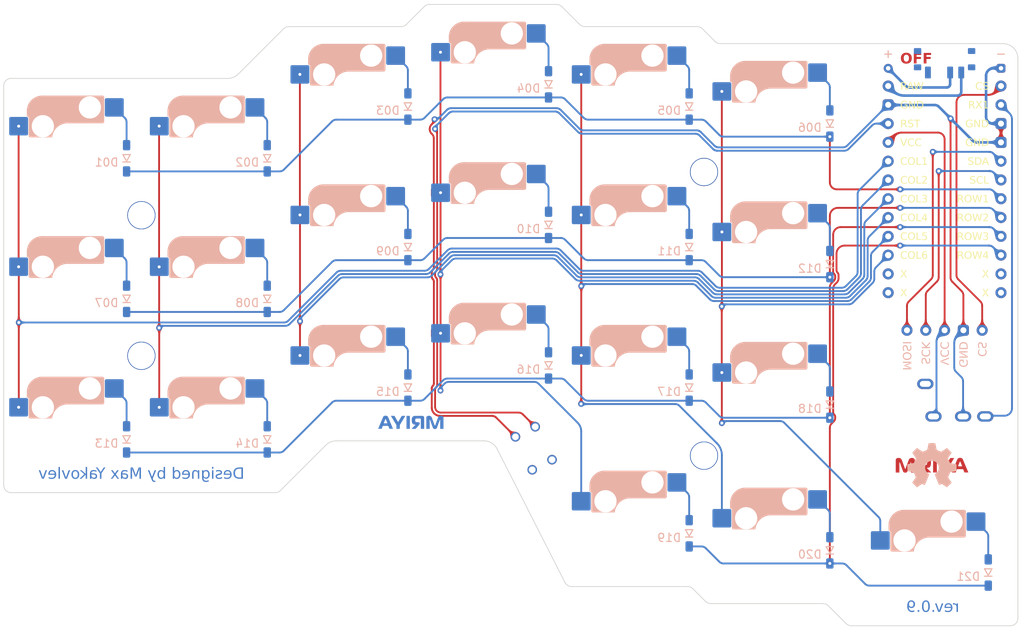
<source format=kicad_pcb>
(kicad_pcb (version 20221018) (generator pcbnew)
  (title_block (title "MRIYA Classic") (rev "0.9") (comment 1 "Designed by Max Yakovlev"))
  (layers (0 "F.Cu" signal) (31 "B.Cu" signal) (34 "B.Paste" user) (35 "F.Paste" user) (36 "B.SilkS" user "B.Silkscreen") (37 "F.SilkS" user "F.Silkscreen") (38 "B.Mask" user) (39 "F.Mask" user) (44 "Edge.Cuts" user))
  (net 0 "")
  (net 1 "row0")
  (net 2 "row1")
  (net 3 "row2")
  (net 4 "row3")
  (net 5 "col0")
  (net 6 "col1")
  (net 7 "col2")
  (net 8 "col3")
  (net 9 "col4")
  (net 10 "col5")
  (net 11 "data")
  (net 12 "GND")
  (net 13 "SDA")
  (net 14 "SCL")
  (net 15 "VCC")
  (net 16 "reset")
  (net 17 "pow")
  (net 19 "CS")
  (net 20 "Net-(D10-A)")
  (net 21 "Net-(D11-A)")
  (net 22 "Net-(D12-A)")
  (net 23 "Net-(D13-A)")
  (net 24 "Net-(D14-A)")
  (net 25 "Net-(D15-A)")
  (net 26 "Net-(D16-A)")
  (net 27 "Net-(D17-A)")
  (net 28 "Net-(D18-A)")
  (net 29 "Net-(D19-A)")
  (net 30 "Net-(D20-A)")
  (net 31 "Net-(D21-A)")
  (net 32 "Net-(J5-Pin_1)")
  (net 38 "Net-(D01-A)")
  (net 39 "Net-(D02-A)")
  (net 40 "Net-(D03-A)")
  (net 41 "Net-(D04-A)")
  (net 42 "Net-(D05-A)")
  (net 43 "Net-(D06-A)")
  (net 44 "Net-(D07-A)")
  (net 45 "Net-(D08-A)")
  (net 46 "Net-(D09-A)")
  (footprint "mriya:CherryMX_Hotswap_1U" (layer "F.Cu") (at 126 50)
    (fp_text reference "SW5" hide)
    (fp_text value "SW_PUSH" hide)
  )
  (footprint "mriya:MRIYA_LOGO_Fmask" (layer "F.Cu") (at 166.3 100.3)
    (fp_text reference "G***" hide)
    (fp_text value "LOGO" hide)
  )
  (footprint "mriya:Hole_2mm" (layer "F.Cu") (at 156.9 46.3)
    (fp_text reference "H5" hide)
    (fp_text value "MountingHole 2mm" hide)
  )
  (footprint "mriya:CherryMX_Hotswap_1U" (layer "F.Cu") (at 107 85)
    (fp_text reference "SW16" hide)
    (fp_text value "SW_PUSH" hide)
  )
  (footprint "mriya:Hole_3.6mm" (layer "F.Cu") (at 135.5 60.65)
    (fp_text reference "H2" hide)
    (fp_text value "MountingHole 3.6mm" hide)
  )
  (footprint "mriya:CherryMX_Hotswap_1U" (layer "F.Cu") (at 88 69)
    (fp_text reference "SW9" hide)
    (fp_text value "SW_PUSH" hide)
  )
  (footprint "mriya:nice_view" (layer "F.Cu") (at 168 82.05)
    (fp_text reference "J1" hide)
    (fp_text value "nice!view")
  )
  (footprint "mriya:RSW_4.5x4.5_vert" (layer "F.Cu") (at 112.5 98 117)
    (fp_text reference "RSW1" hide)
    (fp_text value "SW_PUSH" hide)
  )
  (footprint "mriya:CherryMX_Hotswap_1U" (layer "F.Cu") (at 50 76)
    (fp_text reference "SW7" hide)
    (fp_text value "SW_PUSH" hide)
  )
  (footprint "mriya:CherryMX_Hotswap_1U" (layer "F.Cu") (at 145 110)
    (fp_text reference "SW20" hide)
    (fp_text value "SW_PUSH" hide)
  )
  (footprint "mriya:CherryMX_Hotswap_1U" (layer "F.Cu") (at 88 88)
    (fp_text reference "SW15" hide)
    (fp_text value "SW_PUSH" hide)
  )
  (footprint "mriya:Hole_2mm" (layer "F.Cu") (at 156.9 100.3)
    (fp_text reference "H6" hide)
    (fp_text value "MountingHole 2mm" hide)
  )
  (footprint "mriya:Hole_3.6mm" (layer "F.Cu") (at 59.5 85.5)
    (fp_text reference "H1" hide)
    (fp_text value "MountingHole 3.6mm" hide)
  )
  (footprint "mriya:CherryMX_Hotswap_1U" (layer "F.Cu") (at 145 52.3)
    (fp_text reference "SW6" hide)
    (fp_text value "SW_PUSH" hide)
  )
  (footprint "mriya:CherryMX_Hotswap_1U" (layer "F.Cu") (at 69 57)
    (fp_text reference "SW2" hide)
    (fp_text value "SW_PUSH" hide)
  )
  (footprint "mriya:Hole_2mm" (layer "F.Cu") (at 175.7 100.3)
    (fp_text reference "H7" hide)
    (fp_text value "MountingHole 2mm" hide)
  )
  (footprint "mriya:MRIYA_LOGO" (layer "F.Cu") (at 166.3 100.3)
    (fp_text reference "G***" hide)
    (fp_text value "LOGO" hide)
  )
  (footprint "mriya:CherryMX_Hotswap_1U" (layer "F.Cu") (at 145 71.3)
    (fp_text reference "SW12" hide)
    (fp_text value "SW_PUSH" hide)
  )
  (footprint "mriya:PJ-320A" (layer "F.Cu") (at 176.7 91.5 -90)
    (fp_text reference "J3" hide)
    (fp_text value "PJ-320A" hide)
  )
  (footprint "mriya:CherryMX_Hotswap_1U" (layer "F.Cu") (at 126 69)
    (fp_text reference "SW11" hide)
    (fp_text value "SW_PUSH" hide)
  )
  (footprint "mriya:Battery_2pin" (layer "F.Cu") (at 168 46.63)
    (fp_text reference "J5" hide)
    (fp_text value "Battery" hide)
  )
  (footprint "mriya:CherryMX_Hotswap_1U" (layer "F.Cu") (at 50 95)
    (fp_text reference "SW13" hide)
    (fp_text value "SW_PUSH" hide)
  )
  (footprint "mriya:Hole_3.6mm" (layer "F.Cu") (at 135.5 99)
    (fp_text reference "H3" hide)
    (fp_text value "MountingHole 3.6mm" hide)
  )
  (footprint "mriya:CherryMX_Hotswap_1.25U" (layer "F.Cu") (at 166.4 113)
    (fp_text reference "SW21" hide)
    (fp_text value "SW_PUSH" hide)
  )
  (footprint "mriya:CherryMX_Hotswap_1U" (layer "F.Cu") (at 88 50)
    (fp_text reference "SW3" hide)
    (fp_text value "SW_PUSH" hide)
  )
  (footprint "mriya:CherryMX_Hotswap_1U" (layer "F.Cu") (at 69 95)
    (fp_text reference "SW14" hide)
    (fp_text value "SW_PUSH" hide)
  )
  (footprint "mriya:CherryMX_Hotswap_1U" (layer "F.Cu") (at 126 107.7)
    (fp_text reference "SW19" hide)
    (fp_text value "SW_PUSH" hide)
  )
  (footprint "mriya:CherryMX_Hotswap_1U" (layer "F.Cu") (at 50 57)
    (fp_text reference "SW1" hide)
    (fp_text value "SW_PUSH" hide)
  )
  (footprint "mriya:CherryMX_Hotswap_1U" (layer "F.Cu") (at 107 47)
    (fp_text reference "SW4" hide)
    (fp_text value "SW_PUSH" hide)
  )
  (footprint "mriya:ProMicro" (layer "F.Cu") (at 168 63)
    (fp_text reference "U1" hide)
    (fp_text value "ProMicro" hide)
  )
  (footprint "mriya:CherryMX_Hotswap_1U" (layer "F.Cu") (at 145 90.3)
    (fp_text reference "SW18" hide)
    (fp_text value "SW_PUSH" hide)
  )
  (footprint "mriya:CherryMX_Hotswap_1U" (layer "F.Cu") (at 107 66)
    (fp_text reference "SW10" hide)
    (fp_text value "SW_PUSH" hide)
  )
  (footprint "mriya:CherryMX_Hotswap_1U" (layer "F.Cu") (at 69 76)
    (fp_text reference "SW8" hide)
    (fp_text value "SW_PUSH" hide)
  )
  (footprint "mriya:CherryMX_Hotswap_1U" (layer "F.Cu") (at 126 88)
    (fp_text reference "SW17" hide)
    (fp_text value "SW_PUSH" hide)
  )
  (footprint "mriya:Hole_3.6mm" (layer "F.Cu") (at 59.5 66.5)
    (fp_text reference "H4" hide)
    (fp_text value "MountingHole 3.6mm" hide)
  )
  (footprint "mriya:1N4148_T4" (layer "B.Cu") (at 57.5 96.8 90)
    (fp_text reference "D13")
    (fp_text value "D" hide)
  )
  (footprint "mriya:1N4148_T4" (layer "B.Cu") (at 76.5 58.8 90)
    (fp_text reference "D02")
    (fp_text value "D" hide)
  )
  (footprint "mriya:1N4148_T4" (layer "B.Cu") (at 133.5 89.8 90)
    (fp_text reference "D17")
    (fp_text value "D" hide)
  )
  (footprint "mriya:MRIYA_LOGO_back" (layer "B.Cu") (at 95.9 94.5 180)
    (fp_text reference "G***" hide)
    (fp_text value "LOGO" hide)
  )
  (footprint "mriya:1N4148_T4" (layer "B.Cu") (at 57.5 58.8 90)
    (fp_text reference "D01")
    (fp_text value "D" hide)
  )
  (footprint "mriya:1N4148_T4" (layer "B.Cu") (at 95.5 89.8 90)
    (fp_text reference "D15")
    (fp_text value "D" hide)
  )
  (footprint "mriya:1N4148_T4" (layer "B.Cu") (at 152.5 54.1 90)
    (fp_text reference "D06")
    (fp_text value "D" hide)
  )
  (footprint "mriya:SW_SPDT_PCM12" (layer "B.Cu") (at 168 45.4)
    (fp_text reference "PSW1" hide)
    (fp_text value "SW_SPDT" hide)
  )
  (footprint "mriya:1N4148_T4" (layer "B.Cu") (at 152.5 111.8 90)
    (fp_text reference "D20")
    (fp_text value "D" hide)
  )
  (footprint "mriya:1N4148_T4" (layer "B.Cu") (at 95.5 51.8 90)
    (fp_text reference "D03")
    (fp_text value "D" hide)
  )
  (footprint "mriya:1N4148_T4" (layer "B.Cu") (at 173.9 114.8 90)
    (fp_text reference "D21")
    (fp_text value "D" hide)
  )
  (footprint "mriya:1N4148_T4" (layer "B.Cu") (at 133.5 70.8 90)
    (fp_text reference "D11")
    (fp_text value "D" hide)
  )
  (footprint "mriya:1N4148_T4" (layer "B.Cu") (at 114.5 86.8 90)
    (fp_text reference "D16")
    (fp_text value "D" hide)
  )
  (footprint "mriya:1N4148_T4" (layer "B.Cu") (at 133.5 51.8 90)
    (fp_text reference "D05")
    (fp_text value "D" hide)
  )
  (footprint "mriya:1N4148_T4" (layer "B.Cu") (at 114.5 67.8 90)
    (fp_text reference "D10")
    (fp_text value "D" hide)
  )
  (footprint "mriya:1N4148_T4" (layer "B.Cu") (at 76.5 77.8 90)
    (fp_text reference "D08")
    (fp_text value "D" hide)
  )
  (footprint "mriya:1N4148_T4" (layer "B.Cu") (at 114.5 48.8 90)
    (fp_text reference "D04")
    (fp_text value "D" hide)
  )
  (footprint "mriya:1N4148_T4" (layer "B.Cu") (at 57.5 77.8 90)
    (fp_text reference "D07")
    (fp_text value "D" hide)
  )
  (footprint "mriya:1N4148_T4" (layer "B.Cu") (at 76.5 96.8 90)
    (fp_text reference "D14")
    (fp_text value "D" hide)
  )
  (footprint "mriya:open_source_logo" (layer "B.Cu") (at 166.3 100.3 180)
    (fp_text reference "G***" hide)
    (fp_text value "LOGO" hide)
  )
  (footprint "mriya:1N4148_T4" (layer "B.Cu") (at 133.5 109.5 90)
    (fp_text reference "D19")
    (fp_text value "D" hide)
  )
  (footprint "mriya:1N4148_T4" (layer "B.Cu") (at 152.5 73.1 90)
    (fp_text reference "D12")
    (fp_text value "D" hide)
  )
  (footprint "mriya:1N4148_T4" (layer "B.Cu") (at 152.5 92.1 90)
    (fp_text reference "D18")
    (fp_text value "D" hide)
  )
  (footprint "mriya:1N4148_T4" (layer "B.Cu") (at 95.5 70.8 90)
    (fp_text reference "D09")
    (fp_text value "D" hide)
  )
  (gr_line (start 40.9 49) (end 40.9 103) (stroke (width 0.1)) (layer "Edge.Cuts"))
  (gr_arc (start 105.772309 97) (mid 106.818601 97.295514) (end 107.555699 98.094726) (stroke (width 0.1)) (layer "Edge.Cuts"))
  (gr_line (start 119.414214 41) (end 134.585786 41) (stroke (width 0.1)) (layer "Edge.Cuts"))
  (gr_line (start 85.828427 97) (end 105.772309 97) (stroke (width 0.1)) (layer "Edge.Cuts"))
  (gr_arc (start 119.414214 41) (mid 119.031531 40.92388) (end 118.707107 40.707107) (stroke (width 0.1)) (layer "Edge.Cuts"))
  (gr_arc (start 134.585786 41) (mid 134.968469 41.07612) (end 135.292893 41.292893) (stroke (width 0.1)) (layer "Edge.Cuts"))
  (gr_line (start 155.414214 122) (end 176.9 122) (stroke (width 0.1)) (layer "Edge.Cuts"))
  (gr_arc (start 115.585786 38) (mid 115.968469 38.07612) (end 116.292893 38.292893) (stroke (width 0.1)) (layer "Edge.Cuts"))
  (gr_line (start 78.707107 41.292893) (end 72.585786 47.414214) (stroke (width 0.1)) (layer "Edge.Cuts"))
  (gr_line (start 79.414214 41) (end 94.585786 41) (stroke (width 0.1)) (layer "Edge.Cuts"))
  (gr_line (start 135.292893 41.292893) (end 137.007107 43.007107) (stroke (width 0.1)) (layer "Edge.Cuts"))
  (gr_arc (start 117.613846 116.7) (mid 117.0907 116.552243) (end 116.722151 116.152637) (stroke (width 0.1)) (layer "Edge.Cuts"))
  (gr_arc (start 155.414214 122) (mid 155.031531 121.92388) (end 154.707107 121.707107) (stroke (width 0.1)) (layer "Edge.Cuts"))
  (gr_line (start 177.9 121) (end 177.9 45.3) (stroke (width 0.1)) (layer "Edge.Cuts"))
  (gr_line (start 136.414214 119) (end 151.585786 119) (stroke (width 0.1)) (layer "Edge.Cuts"))
  (gr_line (start 41.9 48) (end 71.171573 48) (stroke (width 0.1)) (layer "Edge.Cuts"))
  (gr_arc (start 133.285786 116.7) (mid 133.668472 116.776116) (end 133.992893 116.992893) (stroke (width 0.1)) (layer "Edge.Cuts"))
  (gr_arc (start 78.292893 103.707107) (mid 77.968469 103.923875) (end 77.585786 104) (stroke (width 0.1)) (layer "Edge.Cuts"))
  (gr_line (start 98.414214 38) (end 115.585786 38) (stroke (width 0.1)) (layer "Edge.Cuts"))
  (gr_arc (start 40.9 49) (mid 41.192893 48.292893) (end 41.9 48) (stroke (width 0.1)) (layer "Edge.Cuts"))
  (gr_arc (start 97.707107 38.292893) (mid 98.031531 38.076125) (end 98.414214 38) (stroke (width 0.1)) (layer "Edge.Cuts"))
  (gr_line (start 135.707107 118.707107) (end 133.992893 116.992893) (stroke (width 0.1)) (layer "Edge.Cuts"))
  (gr_arc (start 137.714214 43.3) (mid 137.331528 43.223884) (end 137.007107 43.007107) (stroke (width 0.1)) (layer "Edge.Cuts"))
  (gr_line (start 41.9 104) (end 77.585786 104) (stroke (width 0.1)) (layer "Edge.Cuts"))
  (gr_line (start 116.722151 116.152637) (end 107.555699 98.094726) (stroke (width 0.1)) (layer "Edge.Cuts"))
  (gr_line (start 137.714214 43.3) (end 175.9 43.3) (stroke (width 0.1)) (layer "Edge.Cuts"))
  (gr_arc (start 72.585786 47.414214) (mid 71.93694 47.847759) (end 71.171573 48) (stroke (width 0.1)) (layer "Edge.Cuts"))
  (gr_line (start 154.707107 121.707107) (end 152.292893 119.292893) (stroke (width 0.1)) (layer "Edge.Cuts"))
  (gr_line (start 116.292893 38.292893) (end 118.707107 40.707107) (stroke (width 0.1)) (layer "Edge.Cuts"))
  (gr_line (start 133.285786 116.7) (end 117.613846 116.7) (stroke (width 0.1)) (layer "Edge.Cuts"))
  (gr_arc (start 136.414214 119) (mid 136.031531 118.92388) (end 135.707107 118.707107) (stroke (width 0.1)) (layer "Edge.Cuts"))
  (gr_line (start 97.707107 38.292893) (end 95.292893 40.707107) (stroke (width 0.1)) (layer "Edge.Cuts"))
  (gr_arc (start 175.9 43.3) (mid 177.314214 43.885786) (end 177.9 45.3) (stroke (width 0.1)) (layer "Edge.Cuts"))
  (gr_arc (start 84.414214 97.585786) (mid 85.063062 97.15225) (end 85.828427 97) (stroke (width 0.1)) (layer "Edge.Cuts"))
  (gr_arc (start 95.292893 40.707107) (mid 94.968469 40.923875) (end 94.585786 41) (stroke (width 0.1)) (layer "Edge.Cuts"))
  (gr_arc (start 78.707107 41.292893) (mid 79.03153 41.07612) (end 79.414214 41) (stroke (width 0.1)) (layer "Edge.Cuts"))
  (gr_arc (start 177.9 121) (mid 177.607107 121.707107) (end 176.9 122) (stroke (width 0.1)) (layer "Edge.Cuts"))
  (gr_line (start 78.292893 103.707107) (end 84.414214 97.585786) (stroke (width 0.1)) (layer "Edge.Cuts"))
  (gr_arc (start 41.9 104) (mid 41.192893 103.707107) (end 40.9 103) (stroke (width 0.1)) (layer "Edge.Cuts"))
  (gr_arc (start 151.585786 119) (mid 151.968469 119.07612) (end 152.292893 119.292893) (stroke (width 0.1)) (layer "Edge.Cuts"))
  (gr_text "OFF" (at 162 45.4) (layer "F.Cu") (effects (font (size 1.4 1.4) (thickness 0.24) bold) (justify left)))
  (gr_text "Designed by Max Yakovlev" (at 59.5 101.5) (layer "B.Cu") (effects (font (size 1.5 1.5) (thickness 0.1875)) (justify mirror)))
  (gr_text "rev.0.9" (at 166.4 119.5) (layer "B.Cu") (effects (font (size 1.5 1.5) (thickness 0.1875)) (justify mirror)))
  (segment (start 152.5 62.043112) (end 152.5 55.875) (width 0.25) (layer "F.Cu") (net 1))
  (segment (start 153.456888 63) (end 161.93125 63) (width 0.25) (layer "F.Cu") (net 1))
  (via (at 152.5 55.875) (size 0.8) (drill 0.4) (layers "F.Cu" "B.Cu") (net 1))
  (via (at 162 63) (size 0.8) (drill 0.4) (layers "F.Cu" "B.Cu") (net 1))
  (arc (start 152.5 62.043112) (mid 152.780266 62.719734) (end 153.456888 63) (width 0.25) (layer "F.Cu") (net 1))
  (segment (start 119.260932 53.335932) (end 116.739067 50.814067) (width 0.25) (layer "B.Cu") (net 1))
  (segment (start 174.589067 63.239067) (end 175.62 64.27) (width 0.25) (layer "B.Cu") (net 1))
  (segment (start 100.260932 50.814067) (end 97.739067 53.335932) (width 0.25) (layer "B.Cu") (net 1))
  (segment (start 135.161907 53.575) (end 133.5 53.575) (width 0.25) (layer "B.Cu") (net 1))
  (segment (start 174.011907 63) (end 161.93125 63) (width 0.25) (layer "B.Cu") (net 1))
  (segment (start 85.260932 53.814067) (end 78.739067 60.335932) (width 0.25) (layer "B.Cu") (net 1))
  (segment (start 138.138092 55.875) (end 152.5 55.875) (width 0.254) (layer "B.Cu") (net 1))
  (segment (start 57.5 60.575) (end 76.5 60.575) (width 0.25) (layer "B.Cu") (net 1))
  (segment (start 85.838092 53.575) (end 95.5 53.575) (width 0.25) (layer "B.Cu") (net 1))
  (segment (start 100.838092 50.575) (end 114.5 50.575) (width 0.25) (layer "B.Cu") (net 1))
  (segment (start 95.5 53.575) (end 97.161907 53.575) (width 0.25) (layer "B.Cu") (net 1))
  (segment (start 78.161907 60.575) (end 76.5 60.575) (width 0.25) (layer "B.Cu") (net 1))
  (segment (start 119.838092 53.575) (end 133.5 53.575) (width 0.25) (layer "B.Cu") (net 1))
  (segment (start 135.739067 53.814067) (end 137.560932 55.635932) (width 0.254) (layer "B.Cu") (net 1))
  (segment (start 116.161907 50.575) (end 114.5 50.575) (width 0.25) (layer "B.Cu") (net 1))
  (arc (start 119.260932 53.335932) (mid 119.525735 53.512868) (end 119.838092 53.575) (width 0.25) (layer "B.Cu") (net 1))
  (arc (start 174.589067 63.239067) (mid 174.324263 63.062131) (end 174.011907 63) (width 0.25) (layer "B.Cu") (net 1))
  (arc (start 78.739067 60.335932) (mid 78.474263 60.512868) (end 78.161907 60.575) (width 0.25) (layer "B.Cu") (net 1))
  (arc (start 135.739067 53.814067) (mid 135.474263 53.637131) (end 135.161907 53.575) (width 0.254) (layer "B.Cu") (net 1))
  (arc (start 85.838092 53.575) (mid 85.525735 53.637131) (end 85.260932 53.814067) (width 0.25) (layer "B.Cu") (net 1))
  (arc (start 116.739067 50.814067) (mid 116.474263 50.637131) (end 116.161907 50.575) (width 0.25) (layer "B.Cu") (net 1))
  (arc (start 97.739067 53.335932) (mid 97.474263 53.512868) (end 97.161907 53.575) (width 0.25) (layer "B.Cu") (net 1))
  (arc (start 137.560932 55.635932) (mid 137.825735 55.812868) (end 138.138092 55.875) (width 0.254) (layer "B.Cu") (net 1))
  (arc (start 100.838092 50.575) (mid 100.525735 50.637131) (end 100.260932 50.814067) (width 0.25) (layer "B.Cu") (net 1))
  (segment (start 153.594235 65.5) (end 162 65.5) (width 0.25) (layer "F.Cu") (net 2))
  (segment (start 152.5 74.875) (end 152.5 66.594235) (width 0.25) (layer "F.Cu") (net 2))
  (via (at 162 65.5) (size 0.8) (drill 0.4) (layers "F.Cu" "B.Cu") (net 2))
  (via (at 152.5 74.875) (size 0.8) (drill 0.4) (layers "F.Cu" "B.Cu") (net 2))
  (arc (start 152.5 66.594235) (mid 152.820484 65.820484) (end 153.594235 65.5) (width 0.25) (layer "F.Cu") (net 2))
  (segment (start 57.5 79.575) (end 76.5 79.575) (width 0.25) (layer "B.Cu") (net 2))
  (segment (start 173.971907 65.5) (end 162 65.5) (width 0.25) (layer "B.Cu") (net 2))
  (segment (start 100.838092 69.575) (end 114.5 69.575) (width 0.25) (layer "B.Cu") (net 2))
  (segment (start 100.260932 69.814067) (end 97.739067 72.335932) (width 0.25) (layer "B.Cu") (net 2))
  (segment (start 85.838092 72.575) (end 95.5 72.575) (width 0.25) (layer "B.Cu") (net 2))
  (segment (start 95.5 72.575) (end 97.161907 72.575) (width 0.25) (layer "B.Cu") (net 2))
  (segment (start 116.739067 69.814067) (end 119.260932 72.335932) (width 0.25) (layer "B.Cu") (net 2))
  (segment (start 119.838092 72.575) (end 133.5 72.575) (width 0.25) (layer "B.Cu") (net 2))
  (segment (start 85.260932 72.814067) (end 78.739067 79.335932) (width 0.25) (layer "B.Cu") (net 2))
  (segment (start 175.62 66.81) (end 174.549067 65.739067) (width 0.25) (layer "B.Cu") (net 2))
  (segment (start 135.161907 72.575) (end 133.5 72.575) (width 0.25) (layer "B.Cu") (net 2))
  (segment (start 138.138092 74.875) (end 152.5 74.875) (width 0.25) (layer "B.Cu") (net 2))
  (segment (start 135.739067 72.814067) (end 137.560932 74.635932) (width 0.25) (layer "B.Cu") (net 2))
  (segment (start 116.161907 69.575) (end 114.5 69.575) (width 0.25) (layer "B.Cu") (net 2))
  (segment (start 78.161907 79.575) (end 76.5 79.575) (width 0.25) (layer "B.Cu") (net 2))
  (arc (start 119.260932 72.335932) (mid 119.525735 72.512868) (end 119.838092 72.575) (width 0.25) (layer "B.Cu") (net 2))
  (arc (start 78.739067 79.335932) (mid 78.474263 79.512868) (end 78.161907 79.575) (width 0.25) (layer "B.Cu") (net 2))
  (arc (start 135.739067 72.814067) (mid 135.474263 72.637131) (end 135.161907 72.575) (width 0.25) (layer "B.Cu") (net 2))
  (arc (start 116.739067 69.814067) (mid 116.474263 69.637131) (end 116.161907 69.575) (width 0.25) (layer "B.Cu") (net 2))
  (arc (start 100.838092 69.575) (mid 100.525735 69.637131) (end 100.260932 69.814067) (width 0.25) (layer "B.Cu") (net 2))
  (arc (start 174.549067 65.739067) (mid 174.284266 65.562123) (end 173.971907 65.5) (width 0.25) (layer "B.Cu") (net 2))
  (arc (start 85.838092 72.575) (mid 85.525735 72.637131) (end 85.260932 72.814067) (width 0.25) (layer "B.Cu") (net 2))
  (arc (start 137.560932 74.635932) (mid 137.825735 74.812868) (end 138.138092 74.875) (width 0.25) (layer "B.Cu") (net 2))
  (arc (start 97.739067 72.335932) (mid 97.474263 72.512868) (end 97.161907 72.575) (width 0.25) (layer "B.Cu") (net 2))
  (segment (start 152.95 74.10524) (end 152.95 69.139993) (width 0.25) (layer "F.Cu") (net 3))
  (segment (start 152.739067 75.661237) (end 153.045643 75.354661) (width 0.25) (layer "F.Cu") (net 3))
  (segment (start 153.989993 68.1) (end 162 68.1) (width 0.25) (layer "F.Cu") (net 3))
  (segment (start 153.225 74.921655) (end 153.225 74.769149) (width 0.25) (layer "F.Cu") (net 3))
  (segment (start 152.5 93.875) (end 152.5 76.238397) (width 0.25) (layer "F.Cu") (net 3))
  (via (at 162 68.1) (size 0.8) (drill 0.4) (layers "F.Cu" "B.Cu") (net 3))
  (via (at 152.5 93.875) (size 0.8) (drill 0.4) (layers "F.Cu" "B.Cu") (net 3))
  (arc (start 152.95 69.139993) (mid 153.254609 68.404609) (end 153.989993 68.1) (width 0.25) (layer "F.Cu") (net 3))
  (arc (start 153.045643 75.354661) (mid 153.178387 75.155996) (end 153.225 74.921655) (width 0.25) (layer "F.Cu") (net 3))
  (arc (start 153.225 74.769149) (mid 153.189264 74.589496) (end 153.0875 74.437195) (width 0.25) (layer "F.Cu") (net 3))
  (arc (start 153.0875 74.437195) (mid 152.985735 74.284892) (end 152.95 74.10524) (width 0.25) (layer "F.Cu") (net 3))
  (arc (start 152.5 76.238397) (mid 152.562131 75.92604) (end 152.739067 75.661237) (width 0.25) (layer "F.Cu") (net 3))
  (segment (start 175.62 69.35) (end 174.609067 68.339067) (width 0.25) (layer "B.Cu") (net 3))
  (segment (start 85.838092 91.575) (end 95.5 91.575) (width 0.25) (layer "B.Cu") (net 3))
  (segment (start 116.161907 88.575) (end 114.5 88.575) (width 0.25) (layer "B.Cu") (net 3))
  (segment (start 97.74119 91.335932) (end 100.263055 88.814067) (width 0.25) (layer "B.Cu") (net 3))
  (segment (start 78.161907 98.575) (end 76.5 98.575) (width 0.25) (layer "B.Cu") (net 3))
  (segment (start 138.138092 93.875) (end 152.5 93.875) (width 0.25) (layer "B.Cu") (net 3))
  (segment (start 135.161907 91.575) (end 133.5 91.575) (width 0.25) (layer "B.Cu") (net 3))
  (segment (start 174.031907 68.1) (end 162 68.1) (width 0.25) (layer "B.Cu") (net 3))
  (segment (start 135.739067 91.814067) (end 137.560932 93.635932) (width 0.25) (layer "B.Cu") (net 3))
  (segment (start 57.5 98.575) (end 76.5 98.575) (width 0.25) (layer "B.Cu") (net 3))
  (segment (start 97.16403 91.575) (end 95.5 91.575) (width 0.25) (layer "B.Cu") (net 3))
  (segment (start 119.838092 91.575) (end 133.5 91.575) (width 0.25) (layer "B.Cu") (net 3))
  (segment (start 85.260932 91.814067) (end 78.739067 98.335932) (width 0.25) (layer "B.Cu") (net 3))
  (segment (start 116.739067 88.814067) (end 119.260932 91.335932) (width 0.25) (layer "B.Cu") (net 3))
  (segment (start 100.840215 88.575) (end 114.5 88.575) (width 0.25) (layer "B.Cu") (net 3))
  (arc (start 116.739067 88.814067) (mid 116.474263 88.637131) (end 116.161907 88.575) (width 0.25) (layer "B.Cu") (net 3))
  (arc (start 137.560932 93.635932) (mid 137.825735 93.812868) (end 138.138092 93.875) (width 0.25) (layer "B.Cu") (net 3))
  (arc (start 85.838092 91.575) (mid 85.525735 91.637131) (end 85.260932 91.814067) (width 0.25) (layer "B.Cu") (net 3))
  (arc (start 174.609067 68.339067) (mid 174.344266 68.162123) (end 174.031907 68.1) (width 0.25) (layer "B.Cu") (net 3))
  (arc (start 97.74119 91.335932) (mid 97.476386 91.512868) (end 97.16403 91.575) (width 0.25) (layer "B.Cu") (net 3))
  (arc (start 78.739067 98.335932) (mid 78.474263 98.512868) (end 78.161907 98.575) (width 0.25) (layer "B.Cu") (net 3))
  (arc (start 119.260932 91.335932) (mid 119.525735 91.512868) (end 119.838092 91.575) (width 0.25) (layer "B.Cu") (net 3))
  (arc (start 135.739067 91.814067) (mid 135.474263 91.637131) (end 135.161907 91.575) (width 0.25) (layer "B.Cu") (net 3))
  (arc (start 100.840215 88.575) (mid 100.527858 88.637131) (end 100.263055 88.814067) (width 0.25) (layer "B.Cu") (net 3))
  (segment (start 153.4 73.918844) (end 153.4 71.698321) (width 0.25) (layer "F.Cu") (net 4))
  (segment (start 152.5 113.575) (end 152.5 95.238398) (width 0.25) (layer "F.Cu") (net 4))
  (segment (start 153.189067 75.847633) (end 153.435931 75.600768) (width 0.25) (layer "F.Cu") (net 4))
  (segment (start 152.95 93.10524) (end 152.95 76.424793) (width 0.25) (layer "F.Cu") (net 4))
  (segment (start 153.225 93.915879) (end 153.225 93.769149) (width 0.25) (layer "F.Cu") (net 4))
  (segment (start 154.498321 70.6) (end 162 70.6) (width 0.25) (layer "F.Cu") (net 4))
  (segment (start 153.675 75.023608) (end 153.675 74.582753) (width 0.25) (layer "F.Cu") (net 4))
  (segment (start 152.739067 94.661236) (end 153.041558 94.358746) (width 0.25) (layer "F.Cu") (net 4))
  (via (at 152.5 113.575) (size 0.8) (drill 0.4) (layers "F.Cu" "B.Cu") (net 4))
  (via (at 162 70.6) (size 0.8) (drill 0.4) (layers "F.Cu" "B.Cu") (net 4))
  (arc (start 153.435931 75.600768) (mid 153.612867 75.335964) (end 153.675 75.023608) (width 0.25) (layer "F.Cu") (net 4))
  (arc (start 153.225 93.769149) (mid 153.189264 93.589496) (end 153.0875 93.437195) (width 0.25) (layer "F.Cu") (net 4))
  (arc (start 152.5 95.238398) (mid 152.562131 94.92604) (end 152.739067 94.661236) (width 0.25) (layer "F.Cu") (net 4))
  (arc (start 153.041558 94.358746) (mid 153.177325 94.155557) (end 153.225 93.915879) (width 0.25) (layer "F.Cu") (net 4))
  (arc (start 153.5375 74.250799) (mid 153.435735 74.098496) (end 153.4 73.918844) (width 0.25) (layer "F.Cu") (net 4))
  (arc (start 153.4 71.698321) (mid 153.721685 70.921685) (end 154.498321 70.6) (width 0.25) (layer "F.Cu") (net 4))
  (arc (start 152.95 76.424793) (mid 153.012131 76.112436) (end 153.189067 75.847633) (width 0.25) (layer "F.Cu") (net 4))
  (arc (start 153.0875 93.437195) (mid 152.985735 93.284892) (end 152.95 93.10524) (width 0.25) (layer "F.Cu") (net 4))
  (arc (start 153.675 74.582753) (mid 153.639264 74.4031) (end 153.5375 74.250799) (width 0.25) (layer "F.Cu") (net 4))
  (segment (start 135.161907 111.275) (end 133.5 111.275) (width 0.25) (layer "B.Cu") (net 4))
  (segment (start 175.62 71.89) (end 174.569067 70.839067) (width 0.25) (layer "B.Cu") (net 4))
  (segment (start 135.739067 111.514067) (end 137.560932 113.335932) (width 0.254) (layer "B.Cu") (net 4))
  (segment (start 152.5 113.575) (end 154.161907 113.575) (width 0.254) (layer "B.Cu") (net 4))
  (segment (start 152.5 113.575) (end 138.138092 113.575) (width 0.254) (layer "B.Cu") (net 4))
  (segment (start 157.838092 116.575) (end 173.9 116.575) (width 0.25) (layer "B.Cu") (net 4))
  (segment (start 173.991907 70.6) (end 162 70.6) (width 0.25) (layer "B.Cu") (net 4))
  (segment (start 157.260932 116.335932) (end 154.739067 113.814067) (width 0.25) (layer "B.Cu") (net 4))
  (arc (start 157.260932 116.335932) (mid 157.525735 116.512868) (end 157.838092 116.575) (width 0.25) (layer "B.Cu") (net 4))
  (arc (start 137.560932 113.335932) (mid 137.825735 113.512868) (end 138.138092 113.575) (width 0.254) (layer "B.Cu") (net 4))
  (arc (start 174.569067 70.839067) (mid 174.304266 70.662123) (end 173.991907 70.6) (width 0.25) (layer "B.Cu") (net 4))
  (arc (start 135.739067 111.514067) (mid 135.474263 111.337131) (end 135.161907 111.275) (width 0.254) (layer "B.Cu") (net 4))
  (arc (start 154.739067 113.814067) (mid 154.474263 113.637131) (end 154.161907 113.575) (width 0.25) (layer "B.Cu") (net 4))
  (segment (start 42.915 73.47) (end 42.915 54.465) (width 0.25) (layer "F.Cu") (net 5))
  (segment (start 42.94 81) (end 42.94 92.48) (width 0.25) (layer "F.Cu") (net 5))
  (segment (start 42.94 81) (end 42.94 73.495) (width 0.25) (layer "F.Cu") (net 5))
  (via (at 42.92 54.46) (size 0.8) (drill 0.4) (layers "F.Cu" "B.Cu") (net 5))
  (via (at 42.915 73.47) (size 0.8) (drill 0.4) (layers "F.Cu" "B.Cu") (net 5))
  (via (at 42.915 92.46) (size 0.8) (drill 0.4) (layers "F.Cu" "B.Cu") (net 5))
  (via (at 42.94 81) (size 0.8) (drill 0.4) (layers "F.Cu" "B.Cu") (net 5))
  (segment (start 101.438092 71) (end 115.561907 71) (width 0.25) (layer "B.Cu") (net 5))
  (segment (start 156.495317 63.074682) (end 160.38 59.19) (width 0.25) (layer "B.Cu") (net 5))
  (segment (start 119.238092 74) (end 134.652345 74) (width 0.25) (layer "B.Cu") (net 5))
  (segment (start 86.438092 74) (end 97.761907 74) (width 0.25) (layer "B.Cu") (net 5))
  (segment (start 98.339067 73.760932) (end 100.860932 71.239067) (width 0.25) (layer "B.Cu") (net 5))
  (segment (start 79.339067 80.760932) (end 85.860932 74.239067) (width 0.25) (layer "B.Cu") (net 5))
  (segment (start 154.688337 76.060932) (end 156.017182 74.732087) (width 0.25) (layer "B.Cu") (net 5))
  (segment (start 156.25625 63.651842) (end 156.25625 74.154927) (width 0.25) (layer "B.Cu") (net 5))
  (segment (start 137.62853 76.3) (end 154.111177 76.3) (width 0.25) (layer "B.Cu") (net 5))
  (segment (start 42.94 81) (end 78.761907 81) (width 0.25) (layer "B.Cu") (net 5))
  (segment (start 116.139067 71.239067) (end 118.660932 73.760932) (width 0.25) (layer "B.Cu") (net 5))
  (segment (start 135.229505 74.239067) (end 137.05137 76.060932) (width 0.25) (layer "B.Cu") (net 5))
  (arc (start 156.017182 74.732087) (mid 156.194118 74.467283) (end 156.25625 74.154927) (width 0.25) (layer "B.Cu") (net 5))
  (arc (start 115.561907 71) (mid 115.874263 71.062131) (end 116.139067 71.239067) (width 0.25) (layer "B.Cu") (net 5))
  (arc (start 78.761907 81) (mid 79.074263 80.937868) (end 79.339067 80.760932) (width 0.25) (layer "B.Cu") (net 5))
  (arc (start 137.05137 76.060932) (mid 137.316173 76.237868) (end 137.62853 76.3) (width 0.25) (layer "B.Cu") (net 5))
  (arc (start 134.652345 74) (mid 134.964701 74.062131) (end 135.229505 74.239067) (width 0.25) (layer "B.Cu") (net 5))
  (arc (start 100.860932 71.239067) (mid 101.125735 71.062131) (end 101.438092 71) (width 0.25) (layer "B.Cu") (net 5))
  (arc (start 154.111177 76.3) (mid 154.423533 76.237868) (end 154.688337 76.060932) (width 0.25) (layer "B.Cu") (net 5))
  (arc (start 85.860932 74.239067) (mid 86.125735 74.062131) (end 86.438092 74) (width 0.25) (layer "B.Cu") (net 5))
  (arc (start 97.761907 74) (mid 98.074263 73.937868) (end 98.339067 73.760932) (width 0.25) (layer "B.Cu") (net 5))
  (arc (start 118.660932 73.760932) (mid 118.925735 73.937868) (end 119.238092 74) (width 0.25) (layer "B.Cu") (net 5))
  (arc (start 156.495317 63.074682) (mid 156.318381 63.339485) (end 156.25625 63.651842) (width 0.25) (layer "B.Cu") (net 5))
  (segment (start 61.9 81.7245) (end 61.91 81.7345) (width 0.25) (layer "F.Cu") (net 6))
  (segment (start 61.9 73.48) (end 61.9 81.7245) (width 0.254) (layer "F.Cu") (net 6))
  (segment (start 61.89 54.46) (end 61.89 73.47) (width 0.25) (layer "F.Cu") (net 6))
  (segment (start 61.91 81.7345) (end 61.91 92.47) (width 0.25) (layer "F.Cu") (net 6))
  (via (at 61.91 92.47) (size 0.8) (drill 0.4) (layers "F.Cu" "B.Cu") (net 6))
  (via (at 61.9 73.48) (size 0.8) (drill 0.4) (layers "F.Cu" "B.Cu") (net 6))
  (via (at 61.9 81.7245) (size 0.8) (drill 0.4) (layers "F.Cu" "B.Cu") (net 6))
  (via (at 61.9 54.45) (size 0.8) (drill 0.4) (layers "F.Cu" "B.Cu") (net 6))
  (segment (start 119.051696 74.45) (end 134.465949 74.45) (width 0.25) (layer "B.Cu") (net 6))
  (segment (start 86.624488 74.45) (end 97.948303 74.45) (width 0.25) (layer "B.Cu") (net 6))
  (segment (start 101.624488 71.45) (end 115.375511 71.45) (width 0.25) (layer "B.Cu") (net 6))
  (segment (start 137.442134 76.75) (end 154.297573 76.75) (width 0.25) (layer "B.Cu") (net 6))
  (segment (start 135.043109 74.689067) (end 136.864974 76.510932) (width 0.25) (layer "B.Cu") (net 6))
  (segment (start 98.525463 74.210932) (end 101.047328 71.689067) (width 0.25) (layer "B.Cu") (net 6))
  (segment (start 154.874733 76.510932) (end 156.467182 74.918483) (width 0.25) (layer "B.Cu") (net 6))
  (segment (start 61.9 81.7245) (end 62.1745 81.45) (width 0.25) (layer "B.Cu") (net 6))
  (segment (start 115.952671 71.689067) (end 118.474536 74.210932) (width 0.25) (layer "B.Cu") (net 6))
  (segment (start 156.945317 65.164682) (end 160.38 61.73) (width 0.25) (layer "B.Cu") (net 6))
  (segment (start 156.70625 65.741842) (end 156.70625 74.341323) (width 0.25) (layer "B.Cu") (net 6))
  (segment (start 79.525463 81.210932) (end 86.047328 74.689067) (width 0.25) (layer "B.Cu") (net 6))
  (segment (start 62.1745 81.45) (end 78.948303 81.45) (width 0.25) (layer "B.Cu") (net 6))
  (arc (start 86.047328 74.689067) (mid 86.312131 74.512131) (end 86.624488 74.45) (width 0.25) (layer "B.Cu") (net 6))
  (arc (start 156.467182 74.918483) (mid 156.644118 74.653679) (end 156.70625 74.341323) (width 0.25) (layer "B.Cu") (net 6))
  (arc (start 156.945317 65.164682) (mid 156.768381 65.429485) (end 156.70625 65.741842) (width 0.25) (layer "B.Cu") (net 6))
  (arc (start 78.948303 81.45) (mid 79.260659 81.387868) (end 79.525463 81.210932) (width 0.25) (layer "B.Cu") (net 6))
  (arc (start 154.297573 76.75) (mid 154.609929 76.687868) (end 154.874733 76.510932) (width 0.25) (layer "B.Cu") (net 6))
  (arc (start 97.948303 74.45) (mid 98.260659 74.387868) (end 98.525463 74.210932) (width 0.25) (layer "B.Cu") (net 6))
  (arc (start 134.465949 74.45) (mid 134.778305 74.512131) (end 135.043109 74.689067) (width 0.25) (layer "B.Cu") (net 6))
  (arc (start 118.474536 74.210932) (mid 118.739339 74.387868) (end 119.051696 74.45) (width 0.25) (layer "B.Cu") (net 6))
  (arc (start 136.864974 76.510932) (mid 137.129777 76.687868) (end 137.442134 76.75) (width 0.25) (layer "B.Cu") (net 6))
  (arc (start 101.047328 71.689067) (mid 101.312131 71.512131) (end 101.624488 71.45) (width 0.25) (layer "B.Cu") (net 6))
  (arc (start 115.375511 71.45) (mid 115.687867 71.512131) (end 115.952671 71.689067) (width 0.25) (layer "B.Cu") (net 6))
  (segment (start 80.92474 66.46474) (end 80.92 66.46) (width 0.254) (layer "F.Cu") (net 7))
  (segment (start 80.92474 80.836254) (end 80.92474 85.45526) (width 0.25) (layer "F.Cu") (net 7))
  (segment (start 80.91 47.46) (end 80.91 66.45) (width 0.25) (layer "F.Cu") (net 7))
  (segment (start 80.930497 80.830497) (end 80.92474 80.82474) (width 0.25) (layer "F.Cu") (net 7))
  (segment (start 80.92474 80.82474) (end 80.92474 66.46474) (width 0.25) (layer "F.Cu") (net 7))
  (segment (start 80.92474 85.45526) (end 80.92 85.46) (width 0.254) (layer "F.Cu") (net 7))
  (segment (start 80.91 66.45) (end 80.92 66.46) (width 0.254) (layer "F.Cu") (net 7))
  (segment (start 80.930497 80.830497) (end 80.92474 80.836254) (width 0.25) (layer "F.Cu") (net 7))
  (via (at 80.91 47.46) (size 0.8) (drill 0.4) (layers "F.Cu" "B.Cu") (net 7))
  (via (at 80.92 85.46) (size 0.8) (drill 0.4) (layers "F.Cu" "B.Cu") (net 7))
  (via (at 80.92 66.46) (size 0.8) (drill 0.4) (layers "F.Cu" "B.Cu") (net 7))
  (via (at 80.930497 80.830497) (size 0.8) (drill 0.4) (layers "F.Cu" "B.Cu") (net 7))
  (segment (start 157.395317 67.254682) (end 160.38 64.27) (width 0.25) (layer "B.Cu") (net 7))
  (segment (start 118.8653 74.9) (end 134.279553 74.9) (width 0.25) (layer "B.Cu") (net 7))
  (segment (start 101.810884 71.9) (end 115.189115 71.9) (width 0.25) (layer "B.Cu") (net 7))
  (segment (start 80.930497 80.830497) (end 80.930497 80.442295) (width 0.25) (layer "B.Cu") (net 7))
  (segment (start 80.930497 80.442295) (end 86.233724 75.139067) (width 0.25) (layer "B.Cu") (net 7))
  (segment (start 115.766275 72.139067) (end 118.28814 74.660932) (width 0.25) (layer "B.Cu") (net 7))
  (segment (start 86.810884 74.9) (end 98.134699 74.9) (width 0.25) (layer "B.Cu") (net 7))
  (segment (start 134.856713 75.139067) (end 136.678578 76.960932) (width 0.25) (layer "B.Cu") (net 7))
  (segment (start 137.255738 77.2) (end 154.483969 77.2) (width 0.25) (layer "B.Cu") (net 7))
  (segment (start 155.061129 76.960932) (end 156.917182 75.104879) (width 0.25) (layer "B.Cu") (net 7))
  (segment (start 157.15625 67.831842) (end 157.15625 74.527719) (width 0.25) (layer "B.Cu") (net 7))
  (segment (start 98.711859 74.660932) (end 101.233724 72.139067) (width 0.25) (layer "B.Cu") (net 7))
  (arc (start 136.678578 76.960932) (mid 136.943381 77.137868) (end 137.255738 77.2) (width 0.25) (layer "B.Cu") (net 7))
  (arc (start 118.28814 74.660932) (mid 118.552943 74.837868) (end 118.8653 74.9) (width 0.25) (layer "B.Cu") (net 7))
  (arc (start 98.134699 74.9) (mid 98.447055 74.837868) (end 98.711859 74.660932) (width 0.25) (layer "B.Cu") (net 7))
  (arc (start 101.233724 72.139067) (mid 101.498527 71.962131) (end 101.810884 71.9) (width 0.25) (layer "B.Cu") (net 7))
  (arc (start 115.189115 71.9) (mid 115.501471 71.962131) (end 115.766275 72.139067) (width 0.25) (layer "B.Cu") (net 7))
  (arc (start 134.279553 74.9) (mid 134.591909 74.962131) (end 134.856713 75.139067) (width 0.25) (layer "B.Cu") (net 7))
  (arc (start 157.395317 67.254682) (mid 157.218381 67.519485) (end 157.15625 67.831842) (width 0.25) (layer "B.Cu") (net 7))
  (arc (start 156.917182 75.104879) (mid 157.094118 74.840075) (end 157.15625 74.527719) (width 0.25) (layer "B.Cu") (net 7))
  (arc (start 154.483969 77.2) (mid 154.796325 77.137868) (end 155.061129 76.960932) (width 0.25) (layer "B.Cu") (net 7))
  (arc (start 86.233724 75.139067) (mid 86.498527 74.962131) (end 86.810884 74.9) (width 0.25) (layer "B.Cu") (net 7))
  (segment (start 99.91 74.48739) (end 99.898695 74.498695) (width 0.254) (layer "F.Cu") (net 8))
  (segment (start 99.91 74.51) (end 99.898695 74.498695) (width 0.25) (layer "F.Cu") (net 8))
  (segment (start 99.91 82.45) (end 99.91 74.51) (width 0.25) (layer "F.Cu") (net 8))
  (segment (start 99.91 90.191722) (end 99.91 82.45) (width 0.25) (layer "F.Cu") (net 8))
  (segment (start 99.9 44.46) (end 99.9 63.44) (width 0.25) (layer "F.Cu") (net 8))
  (segment (start 99.91 63.45) (end 99.91 74.48739) (width 0.254) (layer "F.Cu") (net 8))
  (segment (start 99.9 63.44) (end 99.91 63.45) (width 0.254) (layer "F.Cu") (net 8))
  (via (at 99.91 63.45) (size 0.8) (drill 0.4) (layers "F.Cu" "B.Cu") (net 8))
  (via (at 99.898695 74.498695) (size 0.8) (drill 0.4) (layers "F.Cu" "B.Cu") (net 8))
  (via (at 99.91 82.45) (size 0.8) (drill 0.4) (layers "F.Cu" "B.Cu") (net 8))
  (via (at 99.9 44.46) (size 0.8) (drill 0.4) (layers "F.Cu" "B.Cu") (net 8))
  (via (at 99.900883 90.200839) (size 0.8) (drill 0.4) (layers "F.Cu" "B.Cu") (net 8))
  (segment (start 157.845317 69.344682) (end 160.38 66.81) (width 0.25) (layer "B.Cu") (net 8))
  (segment (start 99.898695 74.110493) (end 101.42012 72.589067) (width 0.25) (layer "B.Cu") (net 8))
  (segment (start 101.99728 72.35) (end 115.002719 72.35) (width 0.25) (layer "B.Cu") (net 8))
  (segment (start 155.247525 77.410932) (end 157.367182 75.291275) (width 0.25) (layer "B.Cu") (net 8))
  (segment (start 113.145317 89.264067) (end 118.425207 94.543957) (width 0.25) (layer "B.Cu") (net 8))
  (segment (start 134.670317 75.589067) (end 136.492182 77.410932) (width 0.25) (layer "B.Cu") (net 8))
  (segment (start 118.678904 75.35) (end 134.093157 75.35) (width 0.25) (layer "B.Cu") (net 8))
  (segment (start 112.568157 89.025) (end 101.026611 89.025) (width 0.25) (layer "B.Cu") (net 8))
  (segment (start 115.579879 72.589067) (end 118.101744 75.110932) (width 0.25) (layer "B.Cu") (net 8))
  (segment (start 137.069342 77.65) (end 154.670365 77.65) (width 0.25) (layer "B.Cu") (net 8))
  (segment (start 99.900883 90.200839) (end 99.900883 89.812636) (width 0.25) (layer "B.Cu") (net 8))
  (segment (start 100.449451 89.264067) (end 99.900883 89.812636) (width 0.25) (layer "B.Cu") (net 8))
  (segment (start 99.898695 74.498695) (end 99.898695 74.110493) (width 0.25) (layer "B.Cu") (net 8))
  (segment (start 157.60625 69.921842) (end 157.60625 74.714115) (width 0.25) (layer "B.Cu") (net 8))
  (segment (start 118.915 95.726422) (end 118.915 105.16) (width 0.25) (layer "B.Cu") (net 8))
  (arc (start 101.42012 72.589067) (mid 101.684923 72.412131) (end 101.99728 72.35) (width 0.25) (layer "B.Cu") (net 8))
  (arc (start 136.492182 77.410932) (mid 136.756985 77.587868) (end 137.069342 77.65) (width 0.25) (layer "B.Cu") (net 8))
  (arc (start 118.101744 75.110932) (mid 118.366547 75.287868) (end 118.678904 75.35) (width 0.25) (layer "B.Cu") (net 8))
  (arc (start 113.145317 89.264067) (mid 112.880513 89.087131) (end 112.568157 89.025) (width 0.25) (layer "B.Cu") (net 8))
  (arc (start 157.367182 75.291275) (mid 157.544118 75.026471) (end 157.60625 74.714115) (width 0.25) (layer "B.Cu") (net 8))
  (arc (start 118.425207 94.543957) (mid 118.787707 95.086477) (end 118.915 95.726422) (width 0.25) (layer "B.Cu") (net 8))
  (arc (start 157.845317 69.344682) (mid 157.668381 69.609485) (end 157.60625 69.921842) (width 0.25) (layer "B.Cu") (net 8))
  (arc (start 101.026611 89.025) (mid 100.714254 89.087131) (end 100.449451 89.264067) (width 0.25) (layer "B.Cu") (net 8))
  (arc (start 134.093157 75.35) (mid 134.405513 75.412131) (end 134.670317 75.589067) (width 0.25) (layer "B.Cu") (net 8))
  (arc (start 115.002719 72.35) (mid 115.315075 72.412131) (end 115.579879 72.589067) (width 0.25) (layer "B.Cu") (net 8))
  (arc (start 154.670365 77.65) (mid 154.982721 77.587868) (end 155.247525 77.410932) (width 0.25) (layer "B.Cu") (net 8))
  (segment (start 118.92 76.0745) (end 118.92 85.45) (width 0.25) (layer "F.Cu") (net 9))
  (segment (start 118.900201 91.999799) (end 118.919021 91.980979) (width 0.25) (layer "F.Cu") (net 9))
  (segment (start 118.92 76.0745) (end 118.92 66.46) (width 0.25) (layer "F.Cu") (net 9))
  (segment (start 118.919021 91.980979) (end 118.919021 85.450979) (width 0.25) (layer "F.Cu") (net 9))
  (segment (start 118.92 47.47) (end 118.91 47.46) (width 0.254) (layer "F.Cu") (net 9))
  (segment (start 118.92 66.46) (end 118.92 47.47) (width 0.25) (layer "F.Cu") (net 9))
  (via (at 118.900201 91.999799) (size 0.8) (drill 0.4) (layers "F.Cu" "B.Cu") (net 9))
  (via (at 118.92 85.45) (size 0.8) (drill 0.4) (layers "F.Cu" "B.Cu") (net 9))
  (via (at 118.91 47.46) (size 0.8) (drill 0.4) (layers "F.Cu" "B.Cu") (net 9))
  (via (at 118.92 66.46) (size 0.8) (drill 0.4) (layers "F.Cu" "B.Cu") (net 9))
  (via (at 118.92 76.0745) (size 0.8) (drill 0.4) (layers "F.Cu" "B.Cu") (net 9))
  (segment (start 137.246024 97.326019) (end 132.184072 92.264067) (width 0.25) (layer "B.Cu") (net 9))
  (segment (start 118.900201 91.999799) (end 118.925402 92.025) (width 0.25) (layer "B.Cu") (net 9))
  (segment (start 119.1945 75.8) (end 133.886448 75.8) (width 0.25) (layer "B.Cu") (net 9))
  (segment (start 155.433921 77.860932) (end 157.817182 75.477671) (width 0.25) (layer "B.Cu") (net 9))
  (segment (start 158.05625 72.011842) (end 158.05625 74.900511) (width 0.25) (layer "B.Cu") (net 9))
  (segment (start 131.606912 92.025) (end 118.925402 92.025) (width 0.25) (layer "B.Cu") (net 9))
  (segment (start 134.463608 76.039067) (end 136.285473 77.860932) (width 0.25) (layer "B.Cu") (net 9))
  (segment (start 136.862633 78.1) (end 154.856761 78.1) (width 0.25) (layer "B.Cu") (net 9))
  (segment (start 137.915 98.94107) (end 137.915 107.46) (width 0.25) (layer "B.Cu") (net 9))
  (segment (start 158.295317 71.434682) (end 160.38 69.35) (width 0.25) (layer "B.Cu") (net 9))
  (segment (start 118.92 76.0745) (end 119.1945 75.8) (width 0.25) (layer "B.Cu") (net 9))
  (arc (start 136.285473 77.860932) (mid 136.550276 78.037868) (end 136.862633 78.1) (width 0.25) (layer "B.Cu") (net 9))
  (arc (start 133.886448 75.8) (mid 134.198804 75.862131) (end 134.463608 76.039067) (width 0.25) (layer "B.Cu") (net 9))
  (arc (start 137.246024 97.326019) (mid 137.741139 98.067011) (end 137.915 98.94107) (width 0.25) (layer "B.Cu") (net 9))
  (arc (start 154.856761 78.1) (mid 155.169117 78.037868) (end 155.433921 77.860932) (width 0.25) (layer "B.Cu") (net 9))
  (arc (start 158.295317 71.434682) (mid 158.118381 71.699485) (end 158.05625 72.011842) (width 0.25) (layer "B.Cu") (net 9))
  (arc (start 157.817182 75.477671) (mid 157.994118 75.212867) (end 158.05625 74.900511) (width 0.25) (layer "B.Cu") (net 9))
  (arc (start 132.184072 92.264067) (mid 131.919268 92.087131) (end 131.606912 92.025) (width 0.25) (layer "B.Cu") (net 9))
  (segment (start 137.91 49.76) (end 137.91 68.75) (width 0.25) (layer "F.Cu") (net 10))
  (segment (start 137.92 78.8045) (end 137.9 78.8245) (width 0.25) (layer "F.Cu") (net 10))
  (segment (start 137.92 68.76) (end 137.92 78.8045) (width 0.25) (layer "F.Cu") (net 10))
  (segment (start 137.91 94.5995) (end 137.91 87.77) (width 0.25) (layer "F.Cu") (net 10))
  (segment (start 137.9 87.76) (end 137.9 78.8245) (width 0.25) (layer "F.Cu") (net 10))
  (via (at 137.9 78.8245) (size 0.8) (drill 0.4) (layers "F.Cu" "B.Cu") (net 10))
  (via (at 137.91 87.77) (size 0.8) (drill 0.4) (layers "F.Cu" "B.Cu") (net 10))
  (via (at 137.91 49.76) (size 0.8) (drill 0.4) (layers "F.Cu" "B.Cu") (net 10))
  (via (at 137.92 68.76) (size 0.8) (drill 0.4) (layers "F.Cu" "B.Cu") (net 10))
  (via (at 137.91 94.5995) (size 0.8) (drill 0.4) (layers "F.Cu" "B.Cu") (net 10))
  (segment (start 138.1745 78.55) (end 155.043157 78.55) (width 0.25) (layer "B.Cu") (net 10))
  (segment (start 159.315 107.871842) (end 159.315 110.46) (width 0.25) (layer "B.Cu") (net 10))
  (segment (start 137.91 94.5995) (end 138.1845 94.325) (width 0.25) (layer "B.Cu") (net 10))
  (segment (start 159.075932 107.294682) (end 146.345317 94.564067) (width 0.25) (layer "B.Cu") (net 10))
  (segment (start 158.50625 74.101842) (end 158.50625 75.086907) (width 0.25) (layer "B.Cu") (net 10))
  (segment (start 145.768157 94.325) (end 138.1845 94.325) (width 0.25) (layer "B.Cu") (net 10))
  (segment (start 158.745317 73.524682) (end 160.38 71.89) (width 0.25) (layer "B.Cu") (net 10))
  (segment (start 137.9 78.8245) (end 138.1745 78.55) (width 0.25) (layer "B.Cu") (net 10))
  (segment (start 155.620317 78.310932) (end 158.267182 75.664067) (width 0.25) (layer "B.Cu") (net 10))
  (arc (start 155.043157 78.55) (mid 155.355513 78.487868) (end 155.620317 78.310932) (width 0.25) (layer "B.Cu") (net 10))
  (arc (start 159.075932 107.294682) (mid 159.252868 107.559485) (end 159.315 107.871842) (width 0.25) (layer "B.Cu") (net 10))
  (arc (start 158.267182 75.664067) (mid 158.444118 75.399263) (end 158.50625 75.086907) (width 0.25) (layer "B.Cu") (net 10))
  (arc (start 158.745317 73.524682) (mid 158.568381 73.789485) (end 158.50625 74.101842) (width 0.25) (layer "B.Cu") (net 10))
  (arc (start 146.345317 94.564067) (mid 146.080513 94.387131) (end 145.768157 94.325) (width 0.25) (layer "B.Cu") (net 10))
  (segment (start 176.093641 93.6) (end 173.85 93.6) (width 0.25) (layer "B.Cu") (net 11))
  (segment (start 177.10625 92.587391) (end 177.10625 53.543473) (width 0.25) (layer "B.Cu") (net 11))
  (segment (start 176.761731 52.711731) (end 175.62 51.57) (width 0.25) (layer "B.Cu") (net 11))
  (arc (start 177.10625 92.587391) (mid 176.809664 93.303414) (end 176.093641 93.6) (width 0.25) (layer "B.Cu") (net 11))
  (arc (start 176.761731 52.711731) (mid 177.016712 53.093337) (end 177.10625 53.543473) (width 0.25) (layer "B.Cu") (net 11))
  (segment (start 98.735 82.742246) (end 98.73646 82.803858) (width 0.25) (layer "F.Cu") (net 12))
  (segment (start 98.760141 89.728325) (end 98.727185 89.851355) (width 0.25) (layer "F.Cu") (net 12))
  (segment (start 98.829825 81.870293) (end 98.768172 81.977044) (width 0.25) (layer "F.Cu") (net 12))
  (segment (start 99.055256 93.295632) (end 99.2065 93.422543) (width 0.25) (layer "F.Cu") (net 12))
  (segment (start 98.725883 89.915039) (end 98.725883 92.494718) (width 0.25) (layer "F.Cu") (net 12))
  (segment (start 98.867941 89.572079) (end 98.823818 89.618018) (width 0.25) (layer "F.Cu") (net 12))
  (segment (start 175.62 54.11) (end 175.62 56.65) (width 0.35) (layer "F.Cu") (net 12))
  (segment (start 98.90998 73.823856) (end 98.865847 73.869841) (width 0.25) (layer "F.Cu") (net 12))
  (segment (start 98.829629 92.973402) (end 98.928347 93.144386) (width 0.25) (layer "F.Cu") (net 12))
  (segment (start 99.2065 93.422543) (end 99.377483 93.521264) (width 0.25) (layer "F.Cu") (net 12))
  (segment (start 99.01 89.229119) (end 99.008709 89.292802) (width 0.25) (layer "F.Cu") (net 12))
  (segment (start 98.829976 83.029593) (end 98.8725 83.074201) (width 0.25) (layer "F.Cu") (net 12))
  (segment (start 98.4505 54.818842) (end 98.4505 54.878231) (width 0.25) (layer "F.Cu") (net 12))
  (segment (start 98.767913 63.923069) (end 98.829102 64.029059) (width 0.25) (layer "F.Cu") (net 12))
  (segment (start 99 62.510915) (end 98.998604 62.570288) (width 0.25) (layer "F.Cu") (net 12))
  (segment (start 98.723695 74.782947) (end 98.725033 74.847118) (width 0.25) (layer "F.Cu") (net 12))
  (segment (start 99.10625 53.525) (end 99.10625 53.824999) (width 0.25) (layer "F.Cu") (net 12))
  (segment (start 98.865847 73.869841) (end 98.821705 73.915819) (width 0.25) (layer "F.Cu") (net 12))
  (segment (start 169.045317 75.495021) (end 170.300932 76.750636) (width 0.25) (layer "F.Cu") (net 12))
  (segment (start 106.861952 93.625) (end 106.942193 93.626536) (width 0.25) (layer "F.Cu") (net 12))
  (segment (start 98.976623 83.225528) (end 99.008522 83.344546) (width 0.25) (layer "F.Cu") (net 12))
  (segment (start 98.928347 93.144386) (end 99.055256 93.295632) (width 0.25) (layer "F.Cu") (net 12))
  (segment (start 99.856165 93.625) (end 106.861952 93.625) (width 0.25) (layer "F.Cu") (net 12))
  (segment (start 99.008539 81.555456) (end 98.976639 81.674478) (width 0.25) (layer "F.Cu") (net 12))
  (segment (start 98.727814 92.593436) (end 98.762101 92.787873) (width 0.25) (layer "F.Cu") (net 12))
  (segment (start 98.975102 64.223326) (end 99.006772 64.341546) (width 0.25) (layer "F.Cu") (net 12))
  (segment (start 98.975739 89.415827) (end 98.91205 89.526126) (width 0.25) (layer "F.Cu") (net 12))
  (segment (start 170.54 77.327796) (end 170.54 82.05) (width 0.25) (layer "F.Cu") (net 12))
  (segment (start 98.826513 62.873777) (end 98.767139 62.976612) (width 0.25) (layer "F.Cu") (net 12))
  (segment (start 98.689567 55.455391) (end 98.760932 55.526756) (width 0.25) (layer "F.Cu") (net 12))
  (segment (start 98.913911 64.117332) (end 98.975102 64.223326) (width 0.25) (layer "F.Cu") (net 12))
  (segment (start 98.91501 83.11882) (end 98.976623 83.225528) (width 0.25) (layer "F.Cu") (net 12))
  (segment (start 98.915024 81.781191) (end 98.8725 81.825799) (width 0.25) (layer "F.Cu") (net 12))
  (segment (start 98.735 82.157753) (end 98.735 82.742246) (width 0.25) (layer "F.Cu") (net 12))
  (segment (start 99 56.103916) (end 99 62.510915) (width 0.25) (layer "F.Cu") (net 12))
  (segment (start 98.735 63.74366) (end 98.736244 63.804853) (width 0.25) (layer "F.Cu") (net 12))
  (segment (start 98.75824 74.971088) (end 98.822406 75.082238) (width 0.25) (layer "F.Cu") (net 12))
  (segment (start 107.3813 93.808401) (end 107.439112 93.864067) (width 0.25) (layer "F.Cu") (net 12))
  (segment (start 106.942193 93.626536) (end 107.099593 93.657837) (width 0.25) (layer "F.Cu") (net 12))
  (segment (start 98.767139 62.976612) (end 98.736403 63.09131) (width 0.25) (layer "F.Cu") (net 12))
  (segment (start 168.81453 53.41672) (end 168.80625 53.425) (width 0.25) (layer "F.Cu") (net 12))
  (segment (start 98.821705 73.915819) (end 98.757982 74.026194) (width 0.25) (layer "F.Cu") (net 12))
  (segment (start 98.975228 75.286106) (end 99.008438 75.41001) (width 0.25) (layer "F.Cu") (net 12))
  (segment (start 98.757982 74.026194) (end 98.725 74.149302) (width 0.25) (layer "F.Cu") (net 12))
  (segment (start 98.727185 89.851355) (end 98.725883 89.915039) (width 0.25) (layer "F.Cu") (net 12))
  (segment (start 99.006772 64.341546) (end 99.008 64.402741) (width 0.25) (layer "F.Cu") (net 12))
  (segment (start 99.006676 73.590378) (end 98.973698 73.713483) (width 0.25) (layer "F.Cu") (net 12))
  (segment (start 99.01 83.406155) (end 99.01 89.229119) (width 0.25) (layer "F.Cu") (net 12))
  (segment (start 99.757447 93.623084) (end 99.856165 93.625) (width 0.25) (layer "F.Cu") (net 12))
  (segment (start 98.8725 81.825799) (end 98.829825 81.870293) (width 0.25) (layer "F.Cu") (net 12))
  (segment (start 98.762101 92.787873) (end 98.829629 92.973402) (width 0.25) (layer "F.Cu") (net 12))
  (segment (start 99.008 73.526655) (end 99.006676 73.590378) (width 0.25) (layer "F.Cu") (net 12))
  (segment (start 98.967867 62.684988) (end 98.908493 62.787825) (width 0.25) (layer "F.Cu") (net 12))
  (segment (start 107.099593 93.657837) (end 107.247862 93.719245) (width 0.25) (layer "F.Cu") (net 12))
  (segment (start 99.008 64.402741) (end 99.008 73.526655) (width 0.25) (layer "F.Cu") (net 12))
  (segment (start 99.563011 93.588795) (end 99.757447 93.623084) (width 0.25) (layer "F.Cu") (net 12))
  (segment (start 98.76836 82.92288) (end 98.829976 83.029593) (width 0.25) (layer "F.Cu") (net 12))
  (segment (start 98.91205 89.526126) (end 98.867941 89.572079) (width 0.25) (layer "F.Cu") (net 12))
  (segment (start 99.008709 89.292802) (end 98.975739 89.415827) (width 0.25) (layer "F.Cu") (net 12))
  (segment (start 107.247862 93.719245) (end 107.3813 93.808401) (width 0.25) (layer "F.Cu") (net 12))
  (segment (start 98.735 63.150682) (end 98.735 63.74366) (width 0.25) (layer "F.Cu") (net 12))
  (segment (start 98.725883 92.494718) (end 98.727814 92.593436) (width 0.25) (layer "F.Cu") (net 12))
  (segment (start 98.829102 64.029059) (end 98.8715 64.073201) (width 0.25) (layer "F.Cu") (net 12))
  (segment (start 98.8715 64.073201) (end 98.913911 64.117332) (width 0.25) (layer "F.Cu") (net 12))
  (segment (start 98.736244 63.804853) (end 98.767913 63.923069) (width 0.25) (layer "F.Cu") (net 12))
  (segment (start 98.736252 82.096115) (end 98.735 82.157753) (width 0.25) (layer "F.Cu") (net 12))
  (segment (start 98.723695 74.213027) (end 98.723695 74.782947) (width 0.25) (layer "F.Cu") (net 12))
  (segment (start 98.8725 83.074201) (end 98.91501 83.11882) (width 0.25) (layer "F.Cu") (net 12))
  (segment (start 168.80625 74.917861) (end 168.80625 53.425) (width 0.25) (layer "F.Cu") (net 12))
  (segment (start 107.439112 93.864067) (end 110.028514 96.453469) (width 0.25) (layer "F.Cu") (net 12))
  (segment (start 98.725 74.149302) (end 98.723695 74.213027) (width 0.25) (layer "F.Cu") (net 12))
  (segment (start 98.725033 74.847118) (end 98.75824 74.971088) (width 0.25) (layer "F.Cu") (net 12))
  (segment (start 99.377483 93.521264) (end 99.563011 93.588795) (width 0.25) (layer "F.Cu") (net 12))
  (segment (start 98.911085 75.175016) (end 98.975228 75.286106) (width 0.25) (layer "F.Cu") (net 12))
  (segment (start 99.01 75.474149) (end 99.01 81.493844) (width 0.25) (layer "F.Cu") (net 12))
  (segment (start 98.768172 81.977044) (end 98.736252 82.096115) (width 0.25) (layer "F.Cu") (net 12))
  (segment (start 98.866847 75.128548) (end 98.911085 75.175016) (width 0.25) (layer "F.Cu") (net 12))
  (segment (start 98.8675 62.830799) (end 98.826513 62.873777) (width 0.25) (layer "F.Cu") (net 12))
  (segment (start 98.998604 62.570288) (end 98.967867 62.684988) (width 0.25) (layer "F.Cu") (net 12))
  (segment (start 98.822406 75.082238) (end 98.866847 75.128548) (width 0.25) (layer "F.Cu") (net 12))
  (segment (start 98.973698 73.713483) (end 98.90998 73.823856) (width 0.25) (layer "F.Cu") (net 12))
  (segment (start 99.10625 53.824999) (end 98.689567 54.241682) (width 0.25) (layer "F.Cu") (net 12))
  (segment (start 98.823818 89.618018) (end 98.760141 89.728325) (width 0.25) (layer "F.Cu") (net 12))
  (segment (start 98.976639 81.674478) (end 98.915024 81.781191) (width 0.25) (layer "F.Cu") (net 12))
  (segment (start 98.73646 82.803858) (end 98.76836 82.92288) (width 0.25) (layer "F.Cu") (net 12))
  (segment (start 99.01 81.493844) (end 99.008539 81.555456) (width 0.25) (layer "F.Cu") (net 12))
  (segment (start 98.908493 62.787825) (end 98.8675 62.830799) (width 0.25) (layer "F.Cu") (net 12))
  (segment (start 98.736403 63.09131) (end 98.735 63.150682) (width 0.25) (layer "F.Cu") (net 12))
  (segment (start 99.008438 75.41001) (end 99.01 75.474149) (width 0.25) (layer "F.Cu") (net 12))
  (segment (start 99.008522 83.344546) (end 99.01 83.406155) (width 0.25) (layer "F.Cu") (net 12))
  (via (at 168.81453 53.41672) (size 0.8) (drill 0.4) (layers "F.Cu" "B.Cu") (net 12))
  (via (at 99.10625 53.525) (size 0.8) (drill 0.4) (layers "F.Cu" "B.Cu") (net 12))
  (arc (start 98.4505 54.878231) (mid 98.512631 55.190587) (end 98.689567 55.455391) (width 0.25) (layer "F.Cu") (net 12))
  (arc (start 168.80625 74.917861) (mid 168.868381 75.230217) (end 169.045317 75.495021) (width 0.25) (layer "F.Cu") (net 12))
  (arc (start 170.300932 76.750636) (mid 170.477868 77.015439) (end 170.54 77.327796) (width 0.25) (layer "F.Cu") (net 12))
  (arc (start 98.689567 54.241682) (mid 98.512631 54.506485) (end 98.4505 54.818842) (width 0.25) (layer "F.Cu") (net 12))
  (arc (start 98.760932 55.526756) (mid 98.937868 55.791559) (end 99 56.103916) (width 0.25) (layer "F.Cu") (net 12))
  (segment (start 166.661907 51.6) (end 160.41 51.6) (width 0.35) (layer "B.Cu") (net 12))
  (segment (start 169.30625 83.758021) (end 169.30625 87.086907) (width 0.25) (layer "B.Cu") (net 12))
  (segment (start 168.81453 53.43328) (end 171.792182 56.410932) (width 0.35) (layer "B.Cu") (net 12))
  (segment (start 173.60625 53.193691) (end 173.60625 47.634767) (width 0.35) (layer "B.Cu") (net 12))
  (segment (start 118.858432 54.930756) (end 119.0067 54.992165) (width 0.25) (layer "B.Cu") (net 12))
  (segment (start 137.480738 57.325) (end 154.268157 57.325) (width 0.25) (layer "B.Cu") (net 12))
  (segment (start 135.023917 55.208381) (end 135.081713 55.264067) (width 0.25) (layer "B.Cu") (net 12))
  (segment (start 119.244342 55.025) (end 134.504553 55.025) (width 0.25) (layer "B.Cu") (net 12))
  (segment (start 101.106701 52.057835) (end 101.264101 52.026533) (width 0.25) (layer "B.Cu") (net 12))
  (segment (start 118.724993 54.841599) (end 118.858432 54.930756) (width 0.25) (layer "B.Cu") (net 12))
  (segment (start 134.584797 55.026511) (end 134.742202 55.057813) (width 0.25) (layer "B.Cu") (net 12))
  (segment (start 169.641611 82.948388) (end 170.54 82.05) (width 0.25) (layer "B.Cu") (net 12))
  (segment (start 134.890475 55.119223) (end 135.023917 55.208381) (width 0.25) (layer "B.Cu") (net 12))
  (segment (start 99.506249 53.525) (end 100.767182 52.264067) (width 0.25) (layer "B.Cu") (net 12))
  (segment (start 116.145317 52.264067) (end 118.667182 54.785932) (width 0.25) (layer "B.Cu") (net 12))
  (segment (start 168.81453 53.41672) (end 168.81453 53.43328) (width 0.35) (layer "B.Cu") (net 12))
  (segment (start 119.164101 55.023467) (end 119.244342 55.025) (width 0.25) (layer "B.Cu") (net 12))
  (segment (start 100.767182 52.264067) (end 100.824994 52.208401) (width 0.25) (layer "B.Cu") (net 12))
  (segment (start 135.081713 55.264067) (end 136.903578 57.085932) (width 0.25) (layer "B.Cu") (net 12))
  (segment (start 154.845317 57.085932) (end 160.36125 51.57) (width 0.25) (layer "B.Cu") (net 12))
  (segment (start 115.805805 52.057814) (end 115.954078 52.119224) (width 0.25) (layer "B.Cu") (net 12))
  (segment (start 168.81453 53.41672) (end 167.181235 51.783425) (width 0.35) (layer "B.Cu") (net 12))
  (segment (start 100.824994 52.208401) (end 100.958432 52.119244) (width 0.25) (layer "B.Cu") (net 12))
  (segment (start 134.742202 55.057813) (end 134.890475 55.119223) (width 0.25) (layer "B.Cu") (net 12))
  (segment (start 174.611017 46.63) (end 175.62 46.63) (width 0.35) (layer "B.Cu") (net 12))
  (segment (start 169.489764 87.606161) (end 170.260932 88.377329) (width 0.25) (layer "B.Cu") (net 12))
  (segment (start 137.094828 57.230756) (end 137.243096 57.292166) (width 0.25) (layer "B.Cu") (net 12))
  (segment (start 101.344342 52.025) (end 115.568157 52.025) (width 0.25) (layer "B.Cu") (net 12))
  (segment (start 118.667182 54.785932) (end 118.724993 54.841599) (width 0.25) (layer "B.Cu") (net 12))
  (segment (start 134.504553 55.025) (end 134.584797 55.026511) (width 0.25) (layer "B.Cu") (net 12))
  (segment (start 115.954078 52.119224) (end 116.08752 52.208383) (width 0.25) (layer "B.Cu") (net 12))
  (segment (start 116.08752 52.208383) (end 116.145317 52.264067) (width 0.25) (layer "B.Cu") (net 12))
  (segment (start 115.568157 52.025) (end 115.648401 52.026511) (width 0.25) (layer "B.Cu") (net 12))
  (segment (start 172.369342 56.65) (end 175.62 56.65) (width 0.35) (layer "B.Cu") (net 12))
  (segment (start 170.5 88.954489) (end 170.5 93.7) (width 0.25) (layer "B.Cu") (net 12))
  (segment (start 115.648401 52.026511) (end 115.805805 52.057814) (width 0.25) (layer "B.Cu") (net 12))
  (segment (start 174.522559 54.11) (end 175.62 54.11) (width 0.35) (layer "B.Cu") (net 12))
  (segment (start 101.264101 52.026533) (end 101.344342 52.025) (width 0.25) (layer "B.Cu") (net 12))
  (segment (start 99.10625 53.525) (end 99.506249 53.525) (width 0.25) (layer "B.Cu") (net 12))
  (segment (start 137.400497 57.323469) (end 137.480738 57.325) (width 0.25) (layer "B.Cu") (net 12))
  (segment (start 137.243096 57.292166) (end 137.400497 57.323469) (width 0.25) (layer "B.Cu") (net 12))
  (segment (start 160.36125 51.57) (end 160.38 51.57) (width 0.25) (layer "B.Cu") (net 12))
  (segment (start 136.903578 57.085932) (end 136.96139 57.141599) (width 0.25) (layer "B.Cu") (net 12))
  (segment (start 100.958432 52.119244) (end 101.106701 52.057835) (width 0.25) (layer "B.Cu") (net 12))
  (segment (start 119.0067 54.992165) (end 119.164101 55.023467) (width 0.25) (layer "B.Cu") (net 12))
  (segment (start 136.96139 57.141599) (end 137.094828 57.230756) (width 0.25) (layer "B.Cu") (net 12))
  (arc (start 169.641611 82.948388) (mid 169.393407 83.319851) (end 169.30625 83.758021) (width 0.25) (layer "B.Cu") (net 12))
  (arc (start 154.268157 57.325) (mid 154.580513 57.262868) (end 154.845317 57.085932) (width 0.25) (layer "B.Cu") (net 12))
  (arc (start 170.260932 88.377329) (mid 170.437868 88.642132) (end 170.5 88.954489) (width 0.25) (layer "B.Cu") (net 12))
  (arc (start 173.60625 53.193691) (mid 173.874631 53.841619) (end 174.522559 54.11) (width 0.35) (layer "B.Cu") (net 12))
  (arc (start 174.611017 46.63) (mid 173.900539 46.924289) (end 173.60625 47.634767) (width 0.35) (layer "B.Cu") (net 12))
  (arc (start 171.792182 56.410932) (mid 172.056993 56.587854) (end 172.369342 56.65) (width 0.35) (layer "B.Cu") (net 12))
  (arc (start 169.30625 87.086907) (mid 169.354015 87.362079) (end 169.489764 87.606161) (width 0.25) (layer "B.Cu") (net 12))
  (arc (start 167.181235 51.783425) (mid 166.936888 51.647712) (end 166.661907 51.6) (width 0.35) (layer "B.Cu") (net 12))
  (segment (start 162.92 78.749342) (end 162.92 82.05) (width 0.25) (layer "F.Cu") (net 13))
  (segment (start 163.159067 78.172182) (end 166.167182 75.164067) (width 0.25) (layer "F.Cu") (net 13))
  (segment (start 166.40625 74.586907) (end 166.40625 57.925) (width 0.25) (layer "F.Cu") (net 13))
  (via (at 166.40625 57.925) (size 0.8) (drill 0.4) (layers "F.Cu" "B.Cu") (net 13))
  (arc (start 166.40625 74.586907) (mid 166.344118 74.899263) (end 166.167182 75.164067) (width 0.25) (layer "F.Cu") (net 13))
  (arc (start 163.159067 78.172182) (mid 162.982131 78.436985) (end 162.92 78.749342) (width 0.25) (layer "F.Cu") (net 13))
  (segment (start 174.016907 57.925) (end 166.40625 57.925) (width 0.25) (layer "B.Cu") (net 13))
  (segment (start 174.594067 58.164067) (end 175.62 59.19) (width 0.25) (layer "B.Cu") (net 13))
  (arc (start 174.594067 58.164067) (mid 174.329263 57.987131) (end 174.016907 57.925) (width 0.25) (layer "B.Cu") (net 13))
  (segment (start 165.699067 76.732182) (end 166.967182 75.464067) (width 0.25) (layer "F.Cu") (net 14))
  (segment (start 167.20625 74.886907) (end 167.20625 60.525) (width 0.25) (layer "F.Cu") (net 14))
  (segment (start 165.46 77.309342) (end 165.46 82.05) (width 0.25) (layer "F.Cu") (net 14))
  (via (at 167.20625 60.525) (size 0.8) (drill 0.4) (layers "F.Cu" "B.Cu") (net 14))
  (arc (start 165.699067 76.732182) (mid 165.522131 76.996985) (end 165.46 77.309342) (width 0.25) (layer "F.Cu") (net 14))
  (arc (start 167.20625 74.886907) (mid 167.144118 75.199263) (end 166.967182 75.464067) (width 0.25) (layer "F.Cu") (net 14))
  (segment (start 174.654067 60.764067) (end 175.62 61.73) (width 0.25) (layer "B.Cu") (net 14))
  (segment (start 174.076907 60.525) (end 167.20625 60.525) (width 0.25) (layer "B.Cu") (net 14))
  (arc (start 174.654067 60.764067) (mid 174.389263 60.587131) (end 174.076907 60.525) (width 0.25) (layer "B.Cu") (net 14))
  (segment (start 161.364512 55.665487) (end 160.38 56.65) (width 0.25) (layer "F.Cu") (net 15))
  (segment (start 167.089463 55.325) (end 162.186521 55.325) (width 0.25) (layer "F.Cu") (net 15))
  (segment (start 168.00625 56.241787) (end 168.00625 81.84375) (width 0.25) (layer "F.Cu") (net 15))
  (segment (start 167.8 82.05) (end 168.00625 81.84375) (width 0.25) (layer "F.Cu") (net 15))
  (arc (start 162.186521 55.325) (mid 161.741653 55.41349) (end 161.364512 55.665487) (width 0.25) (layer "F.Cu") (net 15))
  (arc (start 168.00625 56.241787) (mid 167.737729 55.593521) (end 167.089463 55.325) (width 0.25) (layer "F.Cu") (net 15))
  (segment (start 167.243811 82.806189) (end 168 82.05) (width 0.25) (layer "B.Cu") (net 15))
  (segment (start 166.90625 83.621131) (end 166.90625 93.29375) (width 0.25) (layer "B.Cu") (net 15))
  (segment (start 166.90625 93.29375) (end 166.5 93.7) (width 0.25) (layer "B.Cu") (net 15))
  (arc (start 167.243811 82.806189) (mid 166.99398 83.180088) (end 166.90625 83.621131) (width 0.25) (layer "B.Cu") (net 15))
  (segment (start 99.185 82.55585) (end 99.185 82.344149) (width 0.25) (layer "F.Cu") (net 16))
  (segment (start 111.034731 93.424695) (end 112.701534 95.091498) (width 0.25) (layer "F.Cu") (net 16))
  (segment (start 99.46 83.219759) (end 99.46 89.415515) (width 0.25) (layer "F.Cu") (net 16))
  (segment (start 99.185 63.337078) (end 99.185 63.557264) (width 0.25) (layer "F.Cu") (net 16))
  (segment (start 99.951799 93.175) (end 110.431914 93.175) (width 0.25) (layer "F.Cu") (net 16))
  (segment (start 99.175883 92.399084) (end 99.175883 90.101435) (width 0.25) (layer "F.Cu") (net 16))
  (segment (start 99.173695 74.596551) (end 99.173695 74.399423) (width 0.25) (layer "F.Cu") (net 16))
  (segment (start 99.458 64.216345) (end 99.458 73.713051) (width 0.25) (layer "F.Cu") (net 16))
  (segment (start 99.46 75.287753) (end 99.46 81.68024) (width 0.25) (layer "F.Cu") (net 16))
  (segment (start 99.45 62.697311) (end 99.45 55.0995) (width 0.25) (layer "F.Cu") (net 16))
  (segment (start 99.1755 54.825) (end 99.45 55.0995) (width 0.25) (layer "F.Cu") (net 16))
  (via (at 99.1755 54.825) (size 0.8) (drill 0.4) (layers "F.Cu" "B.Cu") (net 16))
  (arc (start 99.46 89.415515) (mid 99.42308 89.601123) (end 99.317941 89.758475) (width 0.25) (layer "F.Cu") (net 16))
  (arc (start 99.458 73.713051) (mid 99.421055 73.898782) (end 99.315847 74.056237) (width 0.25) (layer "F.Cu") (net 16))
  (arc (start 99.46 81.68024) (mid 99.424264 81.859892) (end 99.3225 82.012195) (width 0.25) (layer "F.Cu") (net 16))
  (arc (start 111.034731 93.424695) (mid 110.758156 93.239894) (end 110.431914 93.175) (width 0.25) (layer "F.Cu") (net 16))
  (arc (start 99.317941 89.758475) (mid 99.212802 89.915826) (end 99.175883 90.101435) (width 0.25) (layer "F.Cu") (net 16))
  (arc (start 99.185 82.55585) (mid 99.220735 82.735502) (end 99.3225 82.887805) (width 0.25) (layer "F.Cu") (net 16))
  (arc (start 99.3225 82.887805) (mid 99.424264 83.040106) (end 99.46 83.219759) (width 0.25) (layer "F.Cu") (net 16))
  (arc (start 99.3175 63.017195) (mid 99.219435 63.163958) (end 99.185 63.337078) (width 0.25) (layer "F.Cu") (net 16))
  (arc (start 99.316847 74.942152) (mid 99.422795 75.100715) (end 99.46 75.287753) (width 0.25) (layer "F.Cu") (net 16))
  (arc (start 99.175883 92.399084) (mid 99.403144 92.947739) (end 99.951799 93.175) (width 0.25) (layer "F.Cu") (net 16))
  (arc (start 99.173695 74.596551) (mid 99.210898 74.783589) (end 99.316847 74.942152) (width 0.25) (layer "F.Cu") (net 16))
  (arc (start 99.315847 74.056237) (mid 99.210639 74.213692) (end 99.173695 74.399423) (width 0.25) (layer "F.Cu") (net 16))
  (arc (start 99.45 62.697311) (mid 99.415564 62.870431) (end 99.3175 63.017195) (width 0.25) (layer "F.Cu") (net 16))
  (arc (start 99.185 63.557264) (mid 99.220475 63.73561) (end 99.3215 63.886805) (width 0.25) (layer "F.Cu") (net 16))
  (arc (start 99.3215 63.886805) (mid 99.422524 64.037999) (end 99.458 64.216345) (width 0.25) (layer "F.Cu") (net 16))
  (arc (start 99.3225 82.012195) (mid 99.220735 82.164496) (end 99.185 82.344149) (width 0.25) (layer "F.Cu") (net 16))
  (segment (start 134.555805 55.507814) (end 134.704078 55.569224) (width 0.25) (layer "B.Cu") (net 16))
  (segment (start 136.717182 57.535932) (end 136.774993 57.591599) (width 0.25) (layer "B.Cu") (net 16))
  (segment (start 115.381761 52.475) (end 115.462004 52.476511) (width 0.25) (layer "B.Cu") (net 16))
  (segment (start 99.1755 54.825) (end 99.1755 54.55575) (width 0.25) (layer "B.Cu") (net 16))
  (segment (start 136.774993 57.591599) (end 136.908432 57.680756) (width 0.25) (layer "B.Cu") (net 16))
  (segment (start 118.820305 55.442163) (end 118.977705 55.473464) (width 0.25) (layer "B.Cu") (net 16))
  (segment (start 119.057946 55.475) (end 134.318157 55.475) (width 0.25) (layer "B.Cu") (net 16))
  (segment (start 101.074994 52.658401) (end 101.208432 52.569244) (width 0.25) (layer "B.Cu") (net 16))
  (segment (start 101.514101 52.476533) (end 101.594342 52.475) (width 0.25) (layer "B.Cu") (net 16))
  (segment (start 115.901122 52.658385) (end 115.958921 52.714067) (width 0.25) (layer "B.Cu") (net 16))
  (segment (start 134.318157 55.475) (end 134.398401 55.476511) (width 0.25) (layer "B.Cu") (net 16))
  (segment (start 118.672036 55.380754) (end 118.820305 55.442163) (width 0.25) (layer "B.Cu") (net 16))
  (segment (start 154.454553 57.775) (end 137.294342 57.775) (width 0.25) (layer "B.Cu") (net 16))
  (segment (start 101.017182 52.714067) (end 101.074994 52.658401) (width 0.25) (layer "B.Cu") (net 16))
  (segment (start 118.977705 55.473464) (end 119.057946 55.475) (width 0.25) (layer "B.Cu") (net 16))
  (segment (start 158.795738 54.11) (end 160.38 54.11) (width 0.25) (layer "B.Cu") (net 16))
  (segment (start 101.594342 52.475) (end 115.381761 52.475) (width 0.25) (layer "B.Cu") (net 16))
  (segment (start 134.895317 55.714067) (end 136.717182 57.535932) (width 0.25) (layer "B.Cu") (net 16))
  (segment (start 99.1755 54.55575) (end 101.017182 52.714067) (width 0.25) (layer "B.Cu") (net 16))
  (segment (start 136.908432 57.680756) (end 137.0567 57.742165) (width 0.25) (layer "B.Cu") (net 16))
  (segment (start 101.356701 52.507835) (end 101.514101 52.476533) (width 0.25) (layer "B.Cu") (net 16))
  (segment (start 137.214101 57.773467) (end 137.294342 57.775) (width 0.25) (layer "B.Cu") (net 16))
  (segment (start 134.398401 55.476511) (end 134.555805 55.507814) (width 0.25) (layer "B.Cu") (net 16))
  (segment (start 158.218578 54.349067) (end 155.031713 57.535932) (width 0.25) (layer "B.Cu") (net 16))
  (segment (start 115.958921 52.714067) (end 118.480786 55.235932) (width 0.25) (layer "B.Cu") (net 16))
  (segment (start 118.480786 55.235932) (end 118.538597 55.291599) (width 0.25) (layer "B.Cu") (net 16))
  (segment (start 134.83752 55.658383) (end 134.895317 55.714067) (width 0.25) (layer "B.Cu") (net 16))
  (segment (start 115.76768 52.569226) (end 115.901122 52.658385) (width 0.25) (layer "B.Cu") (net 16))
  (segment (start 137.0567 57.742165) (end 137.214101 57.773467) (width 0.25) (layer "B.Cu") (net 16))
  (segment (start 118.538597 55.291599) (end 118.672036 55.380754) (width 0.25) (layer "B.Cu") (net 16))
  (segment (start 101.208432 52.569244) (end 101.356701 52.507835) (width 0.25) (layer "B.Cu") (net 16))
  (segment (start 115.462004 52.476511) (end 115.619408 52.507815) (width 0.25) (layer "B.Cu") (net 16))
  (segment (start 115.619408 52.507815) (end 115.76768 52.569226) (width 0.25) (layer "B.Cu") (net 16))
  (segment (start 134.704078 55.569224) (end 134.83752 55.658383) (width 0.25) (layer "B.Cu") (net 16))
  (arc (start 155.031713 57.535932) (mid 154.766909 57.712868) (end 154.454553 57.775) (width 0.25) (layer "B.Cu") (net 16))
  (arc (start 158.795738 54.11) (mid 158.483381 54.172131) (end 158.218578 54.349067) (width 0.25) (layer "B.Cu") (net 16))
  (segment (start 170.25 49.819992) (end 170.25 47.2) (width 0.35) (layer "B.Cu") (net 17))
  (segment (start 162.561693 50.325) (end 169.744992 50.325) (width 0.35) (layer "B.Cu") (net 17))
  (segment (start 161.048014 49.698014) (end 160.38 49.03) (width 0.35) (layer "B.Cu") (net 17))
  (arc (start 170.25 49.819992) (mid 170.102087 50.177087) (end 169.744992 50.325) (width 0.35) (layer "B.Cu") (net 17))
  (arc (start 161.048014 49.698014) (mid 161.742496 50.162052) (end 162.561693 50.325) (width 0.35) (layer "B.Cu") (net 17))
  (segment (start 169.60625 51.257541) (end 169.60625 74.586907) (width 0.25) (layer "F.Cu") (net 19))
  (segment (start 175.60125 49.03) (end 175.62 49.03) (width 0.25) (layer "F.Cu") (net 19))
  (segment (start 172.840932 78.159682) (end 169.845317 75.164067) (width 0.25) (layer "F.Cu") (net 19))
  (segment (start 174.750405 49.880844) (end 175.60125 49.03) (width 0.25) (layer "F.Cu") (net 19))
  (segment (start 173.08 78.736842) (end 173.08 82.05) (width 0.25) (layer "F.Cu") (net 19))
  (segment (start 173.919539 50.225) (end 170.638791 50.225) (width 0.25) (layer "F.Cu") (net 19))
  (arc (start 172.840932 78.159682) (mid 173.017868 78.424485) (end 173.08 78.736842) (width 0.25) (layer "F.Cu") (net 19))
  (arc (start 174.750405 49.880844) (mid 174.3692 50.135557) (end 173.919539 50.225) (width 0.25) (layer "F.Cu") (net 19))
  (arc (start 170.638791 50.225) (mid 169.908674 50.527424) (end 169.60625 51.257541) (width 0.25) (layer "F.Cu") (net 19))
  (arc (start 169.60625 74.586907) (mid 169.668381 74.899263) (end 169.845317 75.164067) (width 0.25) (layer "F.Cu") (net 19))
  (segment (start 114.260932 62.338932) (end 112.842 60.92) (width 0.25) (layer "B.Cu") (net 20))
  (segment (start 114.5 62.916092) (end 114.5 66.025) (width 0.25) (layer "B.Cu") (net 20))
  (arc (start 114.260932 62.338932) (mid 114.437868 62.603735) (end 114.5 62.916092) (width 0.25) (layer "B.Cu") (net 20))
  (segment (start 133.5 65.916092) (end 133.5 69.025) (width 0.25) (layer "B.Cu") (net 21))
  (segment (start 133.260932 65.338932) (end 131.842 63.92) (width 0.25) (layer "B.Cu") (net 21))
  (arc (start 133.260932 65.338932) (mid 133.437868 65.603735) (end 133.5 65.916092) (width 0.25) (layer "B.Cu") (net 21))
  (segment (start 152.5 68.216092) (end 152.5 71.325) (width 0.25) (layer "B.Cu") (net 22))
  (segment (start 152.260932 67.638932) (end 150.842 66.22) (width 0.25) (layer "B.Cu") (net 22))
  (arc (start 152.260932 67.638932) (mid 152.437868 67.903735) (end 152.5 68.216092) (width 0.25) (layer "B.Cu") (net 22))
  (segment (start 57.5 91.916092) (end 57.5 95.025) (width 0.25) (layer "B.Cu") (net 23))
  (segment (start 57.260932 91.338932) (end 55.842 89.92) (width 0.25) (layer "B.Cu") (net 23))
  (arc (start 57.260932 91.338932) (mid 57.437868 91.603735) (end 57.5 91.916092) (width 0.25) (layer "B.Cu") (net 23))
  (segment (start 76.260932 91.338932) (end 74.842 89.92) (width 0.25) (layer "B.Cu") (net 24))
  (segment (start 76.5 91.916092) (end 76.5 95.025) (width 0.25) (layer "B.Cu") (net 24))
  (arc (start 76.260932 91.338932) (mid 76.437868 91.603735) (end 76.5 91.916092) (width 0.25) (layer "B.Cu") (net 24))
  (segment (start 95.5 84.916092) (end 95.5 88.025) (width 0.25) (layer "B.Cu") (net 25))
  (segment (start 95.260932 84.338932) (end 93.842 82.92) (width 0.25) (layer "B.Cu") (net 25))
  (arc (start 95.260932 84.338932) (mid 95.437868 84.603735) (end 95.5 84.916092) (width 0.25) (layer "B.Cu") (net 25))
  (segment (start 114.5 81.916092) (end 114.5 85.025) (width 0.25) (layer "B.Cu") (net 26))
  (segment (start 114.260932 81.338932) (end 112.842 79.92) (width 0.25) (layer "B.Cu") (net 26))
  (arc (start 114.260932 81.338932) (mid 114.437868 81.603735) (end 114.5 81.916092) (width 0.25) (layer "B.Cu") (net 26))
  (segment (start 133.5 84.916092) (end 133.5 88.025) (width 0.25) (layer "B.Cu") (net 27))
  (segment (start 133.260932 84.338932) (end 131.842 82.92) (width 0.25) (layer "B.Cu") (net 27))
  (arc (start 133.260932 84.338932) (mid 133.437868 84.603735) (end 133.5 84.916092) (width 0.25) (layer "B.Cu") (net 27))
  (segment (start 152.5 87.216092) (end 152.5 90.325) (width 0.25) (layer "B.Cu") (net 28))
  (segment (start 152.260932 86.638932) (end 150.842 85.22) (width 0.25) (layer "B.Cu") (net 28))
  (arc (start 152.260932 86.638932) (mid 152.437868 86.903735) (end 152.5 87.216092) (width 0.25) (layer "B.Cu") (net 28))
  (segment (start 133.260932 104.038932) (end 131.842 102.62) (width 0.25) (layer "B.Cu") (net 29))
  (segment (start 133.5 104.616092) (end 133.5 107.725) (width 0.25) (layer "B.Cu") (net 29))
  (arc (start 133.260932 104.038932) (mid 133.437868 104.303735) (end 133.5 104.616092) (width 0.25) (layer "B.Cu") (net 29))
  (segment (start 152.5 106.916092) (end 152.5 110.025) (width 0.25) (layer "B.Cu") (net 30))
  (segment (start 152.260932 106.338932) (end 150.842 104.92) (width 0.25) (layer "B.Cu") (net 30))
  (arc (start 152.260932 106.338932) (mid 152.437868 106.603735) (end 152.5 106.916092) (width 0.25) (layer "B.Cu") (net 30))
  (segment (start 173.9 109.916092) (end 173.9 113.025) (width 0.25) (layer "B.Cu") (net 31))
  (segment (start 173.660932 109.338932) (end 172.242 107.92) (width 0.25) (layer "B.Cu") (net 31))
  (arc (start 173.660932 109.338932) (mid 173.837868 109.603735) (end 173.9 109.916092) (width 0.25) (layer "B.Cu") (net 31))
  (segment (start 168.75 48.782952) (end 168.75 47.2) (width 0.35) (layer "B.Cu") (net 32))
  (segment (start 162.735932 48.985932) (end 160.38 46.63) (width 0.35) (layer "B.Cu") (net 32))
  (segment (start 163.313092 49.225) (end 168.307952 49.225) (width 0.35) (layer "B.Cu") (net 32))
  (arc (start 168.75 48.782952) (mid 168.620527 49.095527) (end 168.307952 49.225) (width 0.35) (layer "B.Cu") (net 32))
  (arc (start 162.735932 48.985932) (mid 163.000735 49.162868) (end 163.313092 49.225) (width 0.35) (layer "B.Cu") (net 32))
  (segment (start 57.5 53.916092) (end 57.5 57.025) (width 0.25) (layer "B.Cu") (net 38))
  (segment (start 57.260932 53.338932) (end 55.842 51.92) (width 0.25) (layer "B.Cu") (net 38))
  (arc (start 57.260932 53.338932) (mid 57.437868 53.603735) (end 57.5 53.916092) (width 0.25) (layer "B.Cu") (net 38))
  (segment (start 76.5 53.916092) (end 76.5 57.025) (width 0.25) (layer "B.Cu") (net 39))
  (segment (start 76.260932 53.338932) (end 74.842 51.92) (width 0.25) (layer "B.Cu") (net 39))
  (arc (start 76.260932 53.338932) (mid 76.437868 53.603735) (end 76.5 53.916092) (width 0.25) (layer "B.Cu") (net 39))
  (segment (start 95.260932 46.338932) (end 93.842 44.92) (width 0.25) (layer "B.Cu") (net 40))
  (segment (start 95.5 46.916092) (end 95.5 50.025) (width 0.25) (layer "B.Cu") (net 40))
  (arc (start 95.260932 46.338932) (mid 95.437868 46.603735) (end 95.5 46.916092) (width 0.25) (layer "B.Cu") (net 40))
  (segment (start 114.260932 43.338932) (end 112.842 41.92) (width 0.25) (layer "B.Cu") (net 41))
  (segment (start 114.5 43.916092) (end 114.5 47.025) (width 0.25) (layer "B.Cu") (net 41))
  (arc (start 114.260932 43.338932) (mid 114.437868 43.603735) (end 114.5 43.916092) (width 0.25) (layer "B.Cu") (net 41))
  (segment (start 133.5 46.916092) (end 133.5 50.025) (width 0.254) (layer "B.Cu") (net 42))
  (segment (start 133.260932 46.338932) (end 131.842 44.92) (width 0.254) (layer "B.Cu") (net 42))
  (arc (start 133.260932 46.338932) (mid 133.437868 46.603735) (end 133.5 46.916092) (width 0.254) (layer "B.Cu") (net 42))
  (segment (start 152.5 49.216092) (end 152.5 52.325) (width 0.25) (layer "B.Cu") (net 43))
  (segment (start 152.260932 48.638932) (end 150.842 47.22) (width 0.25) (layer "B.Cu") (net 43))
  (arc (start 152.260932 48.638932) (mid 152.437868 48.903735) (end 152.5 49.216092) (width 0.25) (layer "B.Cu") (net 43))
  (segment (start 57.260932 72.338932) (end 55.842 70.92) (width 0.25) (layer "B.Cu") (net 44))
  (segment (start 57.5 72.916092) (end 57.5 76.025) (width 0.25) (layer "B.Cu") (net 44))
  (arc (start 57.260932 72.338932) (mid 57.437868 72.603735) (end 57.5 72.916092) (width 0.25) (layer "B.Cu") (net 44))
  (segment (start 76.5 72.916092) (end 76.5 76.025) (width 0.25) (layer "B.Cu") (net 45))
  (segment (start 76.260932 72.338932) (end 74.842 70.92) (width 0.25) (layer "B.Cu") (net 45))
  (arc (start 76.260932 72.338932) (mid 76.437868 72.603735) (end 76.5 72.916092) (width 0.25) (layer "B.Cu") (net 45))
  (segment (start 95.260932 65.338932) (end 93.842 63.92) (width 0.25) (layer "B.Cu") (net 46))
  (segment (start 95.5 65.916092) (end 95.5 69.025) (width 0.25) (layer "B.Cu") (net 46))
  (arc (start 95.260932 65.338932) (mid 95.437868 65.603735) (end 95.5 65.916092) (width 0.25) (layer "B.Cu") (net 46))
  (zone (net 3) (net_name "row2") (layer "F.Cu") (priority 16962) (connect_pads yes (clearance 0)) (min_thickness 0.0254) (fill yes (thermal_gap 0.5) (thermal_bridge_width 0.5))
    (polygon (pts (xy 161.21 68.225) (xy 161.300461 68.228266) (xy 161.376222 68.237658) (xy 161.440389 68.252564) (xy 161.496064 68.272374) (xy 161.546352 68.296476) (xy 161.594359 68.324261) (xy 161.643187 68.355116) (xy 161.695941 68.388432) (xy 161.755725 68.423596) (xy 161.825645 68.46) (xy 162.2 68.1) (xy 161.825645 67.74) (xy 161.755725 67.776403) (xy 161.695941 67.811567) (xy 161.643187 67.844883) (xy 161.594359 67.875738) (xy 161.546352 67.903523) (xy 161.496064 67.927625) (xy 161.440389 67.947435) (xy 161.376222 67.962341) (xy 161.300461 67.971733) (xy 161.21 67.975)))
  )
  (zone (net 14) (net_name "SCL") (layer "F.Cu") (priority 16962) (connect_pads yes (clearance 0)) (min_thickness 0.0254) (fill yes (thermal_gap 0.5) (thermal_bridge_width 0.5))
    (polygon (pts (xy 167.33125 61.315) (xy 167.334516 61.224538) (xy 167.343908 61.148777) (xy 167.358814 61.08461) (xy 167.378624 61.028935) (xy 167.402726 60.978647) (xy 167.430511 60.93064) (xy 167.461366 60.881812) (xy 167.494682 60.829058) (xy 167.529846 60.769274) (xy 167.56625 60.699355) (xy 167.20625 60.325) (xy 166.84625 60.699355) (xy 166.882653 60.769274) (xy 166.917817 60.829058) (xy 166.951133 60.881812) (xy 166.981988 60.93064) (xy 167.009773 60.978647) (xy 167.033875 61.028935) (xy 167.053685 61.08461) (xy 167.068591 61.148777) (xy 167.077983 61.224538) (xy 167.08125 61.315)))
  )
  (zone (net 13) (net_name "SDA") (layer "F.Cu") (priority 16962) (connect_pads yes (clearance 0)) (min_thickness 0.0254) (fill yes (thermal_gap 0.5) (thermal_bridge_width 0.5))
    (polygon (pts (xy 162.795 80.56) (xy 162.786262 80.735128) (xy 162.761488 80.879071) (xy 162.722836 80.998622) (xy 162.672464 81.100573) (xy 162.612532 81.191717) (xy 162.545197 81.278847) (xy 162.472618 81.368756) (xy 162.396953 81.468236) (xy 162.32036 81.584081) (xy 162.245 81.723083) (xy 162.92 82.425) (xy 163.595 81.723083) (xy 163.519639 81.584081) (xy 163.443046 81.468236) (xy 163.367381 81.368756) (xy 163.294802 81.278847) (xy 163.227467 81.191717) (xy 163.167535 81.100573) (xy 163.117163 80.998622) (xy 163.078511 80.879071) (xy 163.053737 80.735128) (xy 163.045 80.56)))
  )
  (zone (net 2) (net_name "row1") (layer "F.Cu") (priority 16962) (connect_pads yes (clearance 0)) (min_thickness 0.0254) (fill yes (thermal_gap 0.5) (thermal_bridge_width 0.5))
    (polygon (pts (xy 152.375 74.085) (xy 152.371733 74.175461) (xy 152.362341 74.251222) (xy 152.347435 74.315389) (xy 152.327625 74.371064) (xy 152.303523 74.421352) (xy 152.275738 74.469359) (xy 152.244883 74.518187) (xy 152.211567 74.570941) (xy 152.176403 74.630725) (xy 152.14 74.700645) (xy 152.5 75.075) (xy 152.86 74.700645) (xy 152.823596 74.630725) (xy 152.788432 74.570941) (xy 152.755116 74.518187) (xy 152.724261 74.469359) (xy 152.696476 74.421352) (xy 152.672374 74.371064) (xy 152.652564 74.315389) (xy 152.637658 74.251222) (xy 152.628266 74.175461) (xy 152.625 74.085)))
  )
  (zone (net 9) (net_name "col4") (layer "F.Cu") (priority 16962) (connect_pads yes (clearance 0)) (min_thickness 0.0254) (fill yes (thermal_gap 0.5) (thermal_bridge_width 0.5))
    (polygon (pts (xy 119.045 76.8645) (xy 119.048266 76.774038) (xy 119.057658 76.698277) (xy 119.072564 76.63411) (xy 119.092374 76.578435) (xy 119.116476 76.528147) (xy 119.144261 76.48014) (xy 119.175116 76.431312) (xy 119.208432 76.378558) (xy 119.243596 76.318774) (xy 119.28 76.248855) (xy 118.92 75.8745) (xy 118.56 76.248855) (xy 118.596403 76.318774) (xy 118.631567 76.378558) (xy 118.664883 76.431312) (xy 118.695738 76.48014) (xy 118.723523 76.528147) (xy 118.747625 76.578435) (xy 118.767435 76.63411) (xy 118.782341 76.698277) (xy 118.791733 76.774038) (xy 118.795 76.8645)))
  )
  (zone (net 12) (net_name "GND") (layer "F.Cu") (priority 16962) (connect_pads yes (clearance 0)) (min_thickness 0.0254) (fill yes (thermal_gap 0.5) (thermal_bridge_width 0.5))
    (polygon (pts (xy 98.819872 54.288153) (xy 98.893721 54.216792) (xy 98.958584 54.158686) (xy 99.016419 54.110809) (xy 99.069186 54.070134) (xy 99.118845 54.033634) (xy 99.167354 53.998283) (xy 99.216674 53.961055) (xy 99.268764 53.918923) (xy 99.325583 53.86886) (xy 99.389092 53.807842) (xy 99.151919 53.330285) (xy 98.715948 53.612544) (xy 98.730175 53.672771) (xy 98.743584 53.728019) (xy 98.754687 53.779292) (xy 98.762 53.827597) (xy 98.764037 53.873938) (xy 98.759313 53.91932) (xy 98.746342 53.96475) (xy 98.723639 54.011232) (xy 98.689718 54.059772) (xy 98.643095 54.111376)))
  )
  (zone (net 13) (net_name "SDA") (layer "F.Cu") (priority 16962) (connect_pads yes (clearance 0)) (min_thickness 0.0254) (fill yes (thermal_gap 0.5) (thermal_bridge_width 0.5))
    (polygon (pts (xy 166.53125 58.715) (xy 166.534516 58.624538) (xy 166.543908 58.548777) (xy 166.558814 58.48461) (xy 166.578624 58.428935) (xy 166.602726 58.378647) (xy 166.630511 58.33064) (xy 166.661366 58.281812) (xy 166.694682 58.229058) (xy 166.729846 58.169274) (xy 166.76625 58.099355) (xy 166.40625 57.725) (xy 166.04625 58.099355) (xy 166.082653 58.169274) (xy 166.117817 58.229058) (xy 166.151133 58.281812) (xy 166.181988 58.33064) (xy 166.209773 58.378647) (xy 166.233875 58.428935) (xy 166.253685 58.48461) (xy 166.268591 58.548777) (xy 166.277983 58.624538) (xy 166.28125 58.715)))
  )
  (zone (net 7) (net_name "col2") (layer "F.Cu") (priority 16962) (connect_pads yes (clearance 0)) (min_thickness 0.0254) (fill yes (thermal_gap 0.5) (thermal_bridge_width 0.5))
    (polygon (pts (xy 81.04974 67.25474) (xy 81.052976 67.163225) (xy 81.062281 67.086543) (xy 81.077044 67.021552) (xy 81.096657 66.96511) (xy 81.12051 66.914074) (xy 81.147994 66.865303) (xy 81.178501 66.815653) (xy 81.211422 66.761985) (xy 81.246147 66.701154) (xy 81.282067 66.63002) (xy 80.917599 66.260015) (xy 80.56212 66.638665) (xy 80.599395 66.70834) (xy 80.635223 66.767972) (xy 80.66902 66.820656) (xy 80.700202 66.869485) (xy 80.728186 66.917553) (xy 80.752391 66.967952) (xy 80.772231 67.023777) (xy 80.787125 67.088121) (xy 80.796489 67.164077) (xy 80.79974 67.25474)))
  )
  (zone (net 12) (net_name "GND") (layer "F.Cu") (priority 16962) (connect_pads yes (clearance 0)) (min_thickness 0.0254) (fill yes (thermal_gap 0.5) (thermal_bridge_width 0.5))
    (polygon (pts (xy 175.795 55.6) (xy 175.802521 55.426989) (xy 175.823966 55.283524) (xy 175.857653 55.163249) (xy 175.9019 55.059811) (xy 175.955026 54.966855) (xy 176.01535 54.878027) (xy 176.081191 54.786973) (xy 176.150867 54.68734) (xy 176.222697 54.572772) (xy 176.295 54.436917) (xy 175.62 53.735) (xy 174.945 54.436917) (xy 175.017302 54.572772) (xy 175.089132 54.68734) (xy 175.158808 54.786973) (xy 175.224649 54.878027) (xy 175.284973 54.966855) (xy 175.338099 55.059811) (xy 175.382346 55.163249) (xy 175.416033 55.283524) (xy 175.437478 55.426989) (xy 175.445 55.6)))
  )
  (zone (net 10) (net_name "col5") (layer "F.Cu") (priority 16962) (connect_pads yes (clearance 0)) (min_thickness 0.0254) (fill yes (thermal_gap 0.5) (thermal_bridge_width 0.5))
    (polygon (pts (xy 137.785 67.96) (xy 137.781798 68.052673) (xy 137.772597 68.130369) (xy 137.758003 68.196269) (xy 137.738623 68.253557) (xy 137.715061 68.305417) (xy 137.687925 68.355031) (xy 137.65782 68.405583) (xy 137.625352 68.460255) (xy 137.591129 68.522232) (xy 137.555755 68.594696) (xy 137.924998 68.959937) (xy 138.27553 68.576702) (xy 138.2373 68.507283) (xy 138.200745 68.447805) (xy 138.166418 68.395186) (xy 138.134873 68.346343) (xy 138.106662 68.298195) (xy 138.082339 68.24766) (xy 138.062458 68.191654) (xy 138.047572 68.127097) (xy 138.038235 68.050906) (xy 138.035 67.96)))
  )
  (zone (net 2) (net_name "row1") (layer "F.Cu") (priority 16962) (connect_pads yes (clearance 0)) (min_thickness 0.0254) (fill yes (thermal_gap 0.5) (thermal_bridge_width 0.5))
    (polygon (pts (xy 161.21 65.625) (xy 161.300461 65.628266) (xy 161.376222 65.637658) (xy 161.440389 65.652564) (xy 161.496064 65.672374) (xy 161.546352 65.696476) (xy 161.594359 65.724261) (xy 161.643187 65.755116) (xy 161.695941 65.788432) (xy 161.755725 65.823596) (xy 161.825645 65.86) (xy 162.2 65.5) (xy 161.825645 65.14) (xy 161.755725 65.176403) (xy 161.695941 65.211567) (xy 161.643187 65.244883) (xy 161.594359 65.275738) (xy 161.546352 65.303523) (xy 161.496064 65.327625) (xy 161.440389 65.347435) (xy 161.376222 65.362341) (xy 161.300461 65.371733) (xy 161.21 65.375)))
  )
  (zone (net 3) (net_name "row2") (layer "F.Cu") (priority 16962) (connect_pads yes (clearance 0)) (min_thickness 0.0254) (fill yes (thermal_gap 0.5) (thermal_bridge_width 0.5))
    (polygon (pts (xy 152.375 93.085) (xy 152.371733 93.175461) (xy 152.362341 93.251222) (xy 152.347435 93.315389) (xy 152.327625 93.371064) (xy 152.303523 93.421352) (xy 152.275738 93.469359) (xy 152.244883 93.518187) (xy 152.211567 93.570941) (xy 152.176403 93.630725) (xy 152.14 93.700645) (xy 152.5 94.075) (xy 152.86 93.700645) (xy 152.823596 93.630725) (xy 152.788432 93.570941) (xy 152.755116 93.518187) (xy 152.724261 93.469359) (xy 152.696476 93.421352) (xy 152.672374 93.371064) (xy 152.652564 93.315389) (xy 152.637658 93.251222) (xy 152.628266 93.175461) (xy 152.625 93.085)))
  )
  (zone (net 8) (net_name "col3") (layer "F.Cu") (priority 16962) (connect_pads yes (clearance 0)) (min_thickness 0.0254) (fill yes (thermal_gap 0.5) (thermal_bridge_width 0.5))
    (polygon (pts (xy 99.775 62.65) (xy 99.771798 62.742673) (xy 99.762597 62.820369) (xy 99.748003 62.886269) (xy 99.728623 62.943557) (xy 99.705061 62.995417) (xy 99.677925 63.045031) (xy 99.64782 63.095583) (xy 99.615352 63.150255) (xy 99.581129 63.212232) (xy 99.545755 63.284696) (xy 99.914998 63.649937) (xy 100.26553 63.266702) (xy 100.2273 63.197283) (xy 100.190745 63.137805) (xy 100.156418 63.085186) (xy 100.124873 63.036343) (xy 100.096662 62.988195) (xy 100.072339 62.93766) (xy 100.052458 62.881654) (xy 100.037572 62.817097) (xy 100.028235 62.740906) (xy 100.025 62.65)))
  )
  (zone (net 1) (net_name "row0") (layer "F.Cu") (priority 16962) (connect_pads yes (clearance 0)) (min_thickness 0.0254) (fill yes (thermal_gap 0.5) (thermal_bridge_width 0.5))
    (polygon (pts (xy 161.19125 63.125) (xy 161.284186 63.128178) (xy 161.362144 63.137344) (xy 161.428283 63.151946) (xy 161.485761 63.171432) (xy 161.537737 63.19525) (xy 161.58737 63.222849) (xy 161.637819 63.253675) (xy 161.692242 63.287177) (xy 161.753797 63.322802) (xy 161.825645 63.36) (xy 162.2 63) (xy 161.825645 62.64) (xy 161.753797 62.677197) (xy 161.692242 62.712822) (xy 161.637819 62.746324) (xy 161.58737 62.77715) (xy 161.537737 62.804749) (xy 161.485761 62.828567) (xy 161.428283 62.848053) (xy 161.362144 62.862655) (xy 161.284186 62.871821) (xy 161.19125 62.875)))
  )
  (zone (net 8) (net_name "col3") (layer "F.Cu") (priority 16962) (connect_pads yes (clearance 0)) (min_thickness 0.0254) (fill yes (thermal_gap 0.5) (thermal_bridge_width 0.5))
    (polygon (pts (xy 100.035 75.3) (xy 100.038192 75.207039) (xy 100.047366 75.129094) (xy 100.061916 75.062969) (xy 100.081237 75.005471) (xy 100.104724 74.953408) (xy 100.131771 74.903586) (xy 100.161774 74.852812) (xy 100.194127 74.797893) (xy 100.228224 74.735634) (xy 100.263462 74.662844) (xy 99.893064 74.298775) (xy 99.543748 74.683119) (xy 99.582211 74.752476) (xy 99.618945 74.811917) (xy 99.653403 74.864522) (xy 99.685039 74.91337) (xy 99.713306 74.96154) (xy 99.737659 75.012112) (xy 99.757551 75.068164) (xy 99.772436 75.132777) (xy 99.781768 75.209029) (xy 99.785 75.3)))
  )
  (zone (net 10) (net_name "col5") (layer "F.Cu") (priority 16962) (connect_pads yes (clearance 0)) (min_thickness 0.0254) (fill yes (thermal_gap 0.5) (thermal_bridge_width 0.5))
    (polygon (pts (xy 138.035 88.56) (xy 138.038266 88.469538) (xy 138.047658 88.393777) (xy 138.062564 88.32961) (xy 138.082374 88.273935) (xy 138.106476 88.223647) (xy 138.134261 88.17564) (xy 138.165116 88.126812) (xy 138.198432 88.074058) (xy 138.233596 88.014274) (xy 138.27 87.944355) (xy 137.91 87.57) (xy 137.55 87.944355) (xy 137.586403 88.014274) (xy 137.621567 88.074058) (xy 137.654883 88.126812) (xy 137.685738 88.17564) (xy 137.713523 88.223647) (xy 137.737625 88.273935) (xy 137.757435 88.32961) (xy 137.772341 88.393777) (xy 137.781733 88.469538) (xy 137.785 88.56)))
  )
  (zone (net 15) (net_name "VCC") (layer "F.Cu") (priority 16962) (connect_pads yes (clearance 0)) (min_thickness 0.0254) (fill yes (thermal_gap 0.5) (thermal_bridge_width 0.5))
    (polygon (pts (xy 162.006532 55.212639) (xy 161.755559 55.260676) (xy 161.549828 55.323942) (xy 161.378857 55.398513) (xy 161.232169 55.480463) (xy 161.099285 55.565869) (xy 160.969726 55.650805) (xy 160.833014 55.731347) (xy 160.678669 55.80357) (xy 160.496212 55.863551) (xy 160.275166 55.907364) (xy 160.114836 56.915165) (xy 161.088462 56.89613) (xy 161.15258 56.685113) (xy 161.201224 56.483292) (xy 161.242794 56.292839) (xy 161.285692 56.115921) (xy 161.338321 55.95471) (xy 161.409081 55.811374) (xy 161.506375 55.688084) (xy 161.638605 55.587009) (xy 161.814171 55.510319) (xy 162.041477 55.460184)))
  )
  (zone (net 8) (net_name "col3") (layer "F.Cu") (priority 16962) (connect_pads yes (clearance 0)) (min_thickness 0.0254) (fill yes (thermal_gap 0.5) (thermal_bridge_width 0.5))
    (polygon (pts (xy 100.035 83.24) (xy 100.038266 83.149538) (xy 100.047658 83.073777) (xy 100.062564 83.00961) (xy 100.082374 82.953935) (xy 100.106476 82.903647) (xy 100.134261 82.85564) (xy 100.165116 82.806812) (xy 100.198432 82.754058) (xy 100.233596 82.694274) (xy 100.27 82.624355) (xy 99.91 82.25) (xy 99.55 82.624355) (xy 99.586403 82.694274) (xy 99.621567 82.754058) (xy 99.654883 82.806812) (xy 99.685738 82.85564) (xy 99.713523 82.903647) (xy 99.737625 82.953935) (xy 99.757435 83.00961) (xy 99.772341 83.073777) (xy 99.781733 83.149538) (xy 99.785 83.24)))
  )
  (zone (net 5) (net_name "col0") (layer "F.Cu") (priority 16962) (connect_pads yes (clearance 0)) (min_thickness 0.0254) (fill yes (thermal_gap 0.5) (thermal_bridge_width 0.5))
    (polygon (pts (xy 42.815 91.69) (xy 42.811633 91.775462) (xy 42.801931 91.846886) (xy 42.786488 91.907178) (xy 42.765898 91.959246) (xy 42.740755 92.005997) (xy 42.711656 92.050339) (xy 42.679193 92.09518) (xy 42.643962 92.143427) (xy 42.606557 92.197989) (xy 42.567573 92.261772) (xy 42.901518 92.659545) (xy 43.285935 92.31031) (xy 43.254163 92.23843) (xy 43.222526 92.177216) (xy 43.19178 92.123489) (xy 43.162681 92.07407) (xy 43.135984 92.025779) (xy 43.112446 91.975439) (xy 43.092822 91.91987) (xy 43.077869 91.855893) (xy 43.068343 91.780329) (xy 43.065 91.69)))
  )
  (zone (net 7) (net_name "col2") (layer "F.Cu") (priority 16962) (connect_pads yes (clearance 0)) (min_thickness 0.0254) (fill yes (thermal_gap 0.5) (thermal_bridge_width 0.5))
    (polygon (pts (xy 81.035 48.25) (xy 81.038266 48.159538) (xy 81.047658 48.083777) (xy 81.062564 48.01961) (xy 81.082374 47.963935) (xy 81.106476 47.913647) (xy 81.134261 47.86564) (xy 81.165116 47.816812) (xy 81.198432 47.764058) (xy 81.233596 47.704274) (xy 81.27 47.634355) (xy 80.91 47.26) (xy 80.55 47.634355) (xy 80.586403 47.704274) (xy 80.621567 47.764058) (xy 80.654883 47.816812) (xy 80.685738 47.86564) (xy 80.713523 47.913647) (xy 80.737625 47.963935) (xy 80.757435 48.01961) (xy 80.772341 48.083777) (xy 80.781733 48.159538) (xy 80.785 48.25)))
  )
  (zone (net 7) (net_name "col2") (layer "F.Cu") (priority 16962) (connect_pads yes (clearance 0)) (min_thickness 0.0254) (fill yes (thermal_gap 0.5) (thermal_bridge_width 0.5))
    (polygon (pts (xy 81.04974 81.626254) (xy 81.052987 81.535545) (xy 81.062346 81.459545) (xy 81.077237 81.395161) (xy 81.097085 81.339303) (xy 81.121312 81.288878) (xy 81.14934 81.240797) (xy 81.180592 81.191966) (xy 81.214491 81.139295) (xy 81.25046 81.079694) (xy 81.287922 81.01007) (xy 80.933406 80.630519) (xy 80.568 80.999598) (xy 80.603815 81.07099) (xy 80.638444 81.132044) (xy 80.671278 81.185908) (xy 80.701708 81.235732) (xy 80.729126 81.284667) (xy 80.752924 81.335862) (xy 80.772493 81.392469) (xy 80.787224 81.457636) (xy 80.796509 81.534514) (xy 80.79974 81.626254)))
  )
  (zone (net 19) (net_name "CS") (layer "F.Cu") (priority 16962) (connect_pads yes (clearance 0)) (min_thickness 0.0254) (fill yes (thermal_gap 0.5) (thermal_bridge_width 0.5))
    (polygon (pts (xy 172.955 80.56) (xy 172.946262 80.735128) (xy 172.921488 80.879071) (xy 172.882836 80.998622) (xy 172.832464 81.100573) (xy 172.772532 81.191717) (xy 172.705197 81.278847) (xy 172.632618 81.368756) (xy 172.556953 81.468236) (xy 172.48036 81.584081) (xy 172.405 81.723083) (xy 173.08 82.425) (xy 173.755 81.723083) (xy 173.679639 81.584081) (xy 173.603046 81.468236) (xy 173.527381 81.368756) (xy 173.454802 81.278847) (xy 173.387467 81.191717) (xy 173.327535 81.100573) (xy 173.277163 80.998622) (xy 173.238511 80.879071) (xy 173.213737 80.735128) (xy 173.205 80.56)))
  )
  (zone (net 8) (net_name "col3") (layer "F.Cu") (priority 16962) (connect_pads yes (clearance 0)) (min_thickness 0.0254) (fill yes (thermal_gap 0.5) (thermal_bridge_width 0.5))
    (polygon (pts (xy 99.783 73.69739) (xy 99.779815 73.788288) (xy 99.770615 73.864529) (xy 99.755925 73.929176) (xy 99.736275 73.98529) (xy 99.712192 74.035933) (xy 99.684203 74.084168) (xy 99.652836 74.133057) (xy 99.61862 74.185663) (xy 99.582081 74.245046) (xy 99.543748 74.314271) (xy 99.893064 74.698615) (xy 100.263462 74.334546) (xy 100.228345 74.261889) (xy 100.194437 74.199691) (xy 100.162323 74.144774) (xy 100.13259 74.093961) (xy 100.105824 74.044076) (xy 100.08261 73.991943) (xy 100.063534 73.934384) (xy 100.049183 73.868223) (xy 100.040143 73.790284) (xy 100.037 73.69739)))
  )
  (zone (net 15) (net_name "VCC") (layer "F.Cu") (priority 16962) (connect_pads yes (clearance 0)) (min_thickness 0.0254) (fill yes (thermal_gap 0.5) (thermal_bridge_width 0.5))
    (polygon (pts (xy 167.88125 80.54375) (xy 167.872585 80.72047) (xy 167.847984 80.865851) (xy 167.80953 80.986698) (xy 167.759311 81.089819) (xy 167.699412 81.182022) (xy 167.631919 81.270114) (xy 167.558917 81.360902) (xy 167.482494 81.461193) (xy 167.404734 81.577795) (xy 167.327725 81.717516) (xy 167.996901 82.424987) (xy 168.677678 81.728673) (xy 168.602605 81.587049) (xy 168.526393 81.468866) (xy 168.451172 81.36726) (xy 168.379072 81.275369) (xy 168.312221 81.186331) (xy 168.25275 81.093284) (xy 168.202788 80.989364) (xy 168.164464 80.86771) (xy 168.139908 80.721459) (xy 168.13125 80.54375)))
  )
  (zone (net 10) (net_name "col5") (layer "F.Cu") (priority 16962) (connect_pads yes (clearance 0)) (min_thickness 0.0254) (fill yes (thermal_gap 0.5) (thermal_bridge_width 0.5))
    (polygon (pts (xy 138.045 69.55) (xy 138.048266 69.459538) (xy 138.057658 69.383777) (xy 138.072564 69.31961) (xy 138.092374 69.263935) (xy 138.116476 69.213647) (xy 138.144261 69.16564) (xy 138.175116 69.116812) (xy 138.208432 69.064058) (xy 138.243596 69.004274) (xy 138.28 68.934355) (xy 137.92 68.56) (xy 137.56 68.934355) (xy 137.596403 69.004274) (xy 137.631567 69.064058) (xy 137.664883 69.116812) (xy 137.695738 69.16564) (xy 137.723523 69.213647) (xy 137.747625 69.263935) (xy 137.767435 69.31961) (xy 137.782341 69.383777) (xy 137.791733 69.459538) (xy 137.795 69.55)))
  )
  (zone (net 12) (net_name "GND") (layer "F.Cu") (priority 16962) (connect_pads yes (clearance 0)) (min_thickness 0.0254) (fill yes (thermal_gap 0.5) (thermal_bridge_width 0.5))
    (polygon (pts (xy 175.445 55.16) (xy 175.437478 55.33301) (xy 175.416033 55.476475) (xy 175.382346 55.59675) (xy 175.338099 55.700188) (xy 175.284973 55.793144) (xy 175.224649 55.881972) (xy 175.158808 55.973026) (xy 175.089132 56.072659) (xy 175.017302 56.187227) (xy 174.945 56.323083) (xy 175.62 57.025) (xy 176.295 56.323083) (xy 176.222697 56.187227) (xy 176.150867 56.072659) (xy 176.081191 55.973026) (xy 176.01535 55.881972) (xy 175.955026 55.793144) (xy 175.9019 55.700188) (xy 175.857653 55.59675) (xy 175.823966 55.476475) (xy 175.802521 55.33301) (xy 175.795 55.16)))
  )
  (zone (net 10) (net_name "col5") (layer "F.Cu") (priority 16962) (connect_pads yes (clearance 0)) (min_thickness 0.0254) (fill yes (thermal_gap 0.5) (thermal_bridge_width 0.5))
    (polygon (pts (xy 138.025 79.6145) (xy 138.028266 79.524038) (xy 138.037658 79.448277) (xy 138.052564 79.38411) (xy 138.072374 79.328435) (xy 138.096476 79.278147) (xy 138.124261 79.23014) (xy 138.155116 79.181312) (xy 138.188432 79.128558) (xy 138.223596 79.068774) (xy 138.26 78.998855) (xy 137.9 78.6245) (xy 137.54 78.998855) (xy 137.576403 79.068774) (xy 137.611567 79.128558) (xy 137.644883 79.181312) (xy 137.675738 79.23014) (xy 137.703523 79.278147) (xy 137.727625 79.328435) (xy 137.747435 79.38411) (xy 137.762341 79.448277) (xy 137.771733 79.524038) (xy 137.775 79.6145)))
  )
  (zone (net 7) (net_name "col2") (layer "F.Cu") (priority 16962) (connect_pads yes (clearance 0)) (min_thickness 0.0254) (fill yes (thermal_gap 0.5) (thermal_bridge_width 0.5))
    (polygon (pts (xy 80.785 65.66) (xy 80.781798 65.752673) (xy 80.772597 65.830369) (xy 80.758003 65.896269) (xy 80.738623 65.953557) (xy 80.715061 66.005417) (xy 80.687925 66.055031) (xy 80.65782 66.105583) (xy 80.625352 66.160255) (xy 80.591129 66.222232) (xy 80.555755 66.294696) (xy 80.924998 66.659937) (xy 81.27553 66.276702) (xy 81.2373 66.207283) (xy 81.200745 66.147805) (xy 81.166418 66.095186) (xy 81.134873 66.046343) (xy 81.106662 65.998195) (xy 81.082339 65.94766) (xy 81.062458 65.891654) (xy 81.047572 65.827097) (xy 81.038235 65.750906) (xy 81.035 65.66)))
  )
  (zone (net 9) (net_name "col4") (layer "F.Cu") (priority 16962) (connect_pads yes (clearance 0)) (min_thickness 0.0254) (fill yes (thermal_gap 0.5) (thermal_bridge_width 0.5))
    (polygon (pts (xy 118.795 84.66) (xy 118.791733 84.750461) (xy 118.782341 84.826222) (xy 118.767435 84.890389) (xy 118.747625 84.946064) (xy 118.723523 84.996352) (xy 118.695738 85.044359) (xy 118.664883 85.093187) (xy 118.631567 85.145941) (xy 118.596403 85.205725) (xy 118.56 85.275645) (xy 118.92 85.65) (xy 119.28 85.275645) (xy 119.243596 85.205725) (xy 119.208432 85.145941) (xy 119.175116 85.093187) (xy 119.144261 85.044359) (xy 119.116476 84.996352) (xy 119.092374 84.946064) (xy 119.072564 84.890389) (xy 119.057658 84.826222) (xy 119.048266 84.750461) (xy 119.045 84.66)))
  )
  (zone (net 8) (net_name "col3") (layer "F.Cu") (priority 16962) (connect_pads yes (clearance 0)) (min_thickness 0.0254) (fill yes (thermal_gap 0.5) (thermal_bridge_width 0.5))
    (polygon (pts (xy 99.785 81.66) (xy 99.781733 81.750461) (xy 99.772341 81.826222) (xy 99.757435 81.890389) (xy 99.737625 81.946064) (xy 99.713523 81.996352) (xy 99.685738 82.044359) (xy 99.654883 82.093187) (xy 99.621567 82.145941) (xy 99.586403 82.205725) (xy 99.55 82.275645) (xy 99.91 82.65) (xy 100.27 82.275645) (xy 100.233596 82.205725) (xy 100.198432 82.145941) (xy 100.165116 82.093187) (xy 100.134261 82.044359) (xy 100.106476 81.996352) (xy 100.082374 81.946064) (xy 100.062564 81.890389) (xy 100.047658 81.826222) (xy 100.038266 81.750461) (xy 100.035 81.66)))
  )
  (zone (net 5) (net_name "col0") (layer "F.Cu") (priority 16962) (connect_pads yes (clearance 0)) (min_thickness 0.0254) (fill yes (thermal_gap 0.5) (thermal_bridge_width 0.5))
    (polygon (pts (xy 43.065 74.275) (xy 43.068143 74.180326) (xy 43.077154 74.100894) (xy 43.091404 74.033435) (xy 43.110264 73.974679) (xy 43.133107 73.921358) (xy 43.159303 73.870202) (xy 43.188225 73.817941) (xy 43.219244 73.761308) (xy 43.251731 73.697031) (xy 43.285058 73.621844) (xy 42.902678 73.27038) (xy 42.566427 73.666204) (xy 42.606876 73.73387) (xy 42.6452 73.791975) (xy 42.680896 73.843538) (xy 42.713462 73.89158) (xy 42.742395 73.939121) (xy 42.767193 73.98918) (xy 42.787355 74.044777) (xy 42.802378 74.108933) (xy 42.811761 74.184667) (xy 42.815 74.275)))
  )
  (zone (net 8) (net_name "col3") (layer "F.Cu") (priority 16962) (connect_pads yes (clearance 0)) (min_thickness 0.0254) (fill yes (thermal_gap 0.5) (thermal_bridge_width 0.5))
    (polygon (pts (xy 99.785 89.401722) (xy 99.781762 89.492586) (xy 99.77242 89.568736) (xy 99.757533 89.633256) (xy 99.73766 89.68923) (xy 99.713357 89.739742) (xy 99.685185 89.787875) (xy 99.6537 89.836715) (xy 99.619462 89.889344) (xy 99.583029 89.948847) (xy 99.544959 90.018308) (xy 99.896316 90.400786) (xy 100.26477 90.03475) (xy 100.229303 89.962508) (xy 100.194994 89.900722) (xy 100.16245 89.846218) (xy 100.132276 89.795817) (xy 100.105081 89.746344) (xy 100.081469 89.694622) (xy 100.062049 89.637475) (xy 100.047426 89.571727) (xy 100.038207 89.494201) (xy 100.035 89.401722)))
  )
  (zone (net 9) (net_name "col4") (layer "F.Cu") (priority 16962) (connect_pads yes (clearance 0)) (min_thickness 0.0254) (fill yes (thermal_gap 0.5) (thermal_bridge_width 0.5))
    (polygon (pts (xy 118.795 65.67) (xy 118.791733 65.760461) (xy 118.782341 65.836222) (xy 118.767435 65.900389) (xy 118.747625 65.956064) (xy 118.723523 66.006352) (xy 118.695738 66.054359) (xy 118.664883 66.103187) (xy 118.631567 66.155941) (xy 118.596403 66.215725) (xy 118.56 66.285645) (xy 118.92 66.66) (xy 119.28 66.285645) (xy 119.243596 66.215725) (xy 119.208432 66.155941) (xy 119.175116 66.103187) (xy 119.144261 66.054359) (xy 119.116476 66.006352) (xy 119.092374 65.956064) (xy 119.072564 65.900389) (xy 119.057658 65.836222) (xy 119.048266 65.760461) (xy 119.045 65.67)))
  )
  (zone (net 5) (net_name "col0") (layer "F.Cu") (priority 16962) (connect_pads yes (clearance 0)) (min_thickness 0.0254) (fill yes (thermal_gap 0.5) (thermal_bridge_width 0.5))
    (polygon (pts (xy 43.04 55.255) (xy 43.04325 55.164325) (xy 43.052612 55.088358) (xy 43.067505 55.024004) (xy 43.087348 54.968171) (xy 43.111557 54.917765) (xy 43.139553 54.869694) (xy 43.170753 54.820865) (xy 43.204576 54.768184) (xy 43.24044 54.70856) (xy 43.277764 54.638898) (xy 42.922531 54.260017) (xy 42.557822 54.629785) (xy 42.593715 54.700985) (xy 42.628415 54.761873) (xy 42.661314 54.815592) (xy 42.691801 54.865285) (xy 42.719269 54.914099) (xy 42.743108 54.965175) (xy 42.76271 55.02166) (xy 42.777465 55.086696) (xy 42.786764 55.163428) (xy 42.79 55.255)))
  )
  (zone (net 9) (net_name "col4") (layer "F.Cu") (priority 16962) (connect_pads yes (clearance 0)) (min_thickness 0.0254) (fill yes (thermal_gap 0.5) (thermal_bridge_width 0.5))
    (polygon (pts (xy 119.045 48.26) (xy 119.048201 48.167326) (xy 119.057402 48.08963) (xy 119.071996 48.02373) (xy 119.091376 47.966442) (xy 119.114938 47.914582) (xy 119.142074 47.864968) (xy 119.172179 47.814416) (xy 119.204647 47.759744) (xy 119.23887 47.697767) (xy 119.274245 47.625304) (xy 118.905002 47.260063) (xy 118.55447 47.643298) (xy 118.592699 47.712716) (xy 118.629254 47.772194) (xy 118.663581 47.824813) (xy 118.695126 47.873656) (xy 118.723337 47.921804) (xy 118.74766 47.972339) (xy 118.767541 48.028345) (xy 118.782427 48.092902) (xy 118.791764 48.169093) (xy 118.795 48.26)))
  )
  (zone (net 7) (net_name "col2") (layer "F.Cu") (priority 16962) (connect_pads yes (clearance 0)) (min_thickness 0.0254) (fill yes (thermal_gap 0.5) (thermal_bridge_width 0.5))
    (polygon (pts (xy 80.79974 84.66526) (xy 80.796489 84.755922) (xy 80.787125 84.831878) (xy 80.772231 84.896222) (xy 80.752391 84.952047) (xy 80.728186 85.002446) (xy 80.700202 85.050514) (xy 80.66902 85.099343) (xy 80.635223 85.152027) (xy 80.599395 85.211659) (xy 80.56212 85.281335) (xy 80.917599 85.659985) (xy 81.282067 85.28998) (xy 81.246147 85.218845) (xy 81.211422 85.158014) (xy 81.178501 85.104346) (xy 81.147994 85.054696) (xy 81.12051 85.005925) (xy 81.096657 84.954889) (xy 81.077044 84.898447) (xy 81.062281 84.833456) (xy 81.052976 84.756774) (xy 81.04974 84.66526)))
  )
  (zone (net 6) (net_name "col1") (layer "F.Cu") (priority 16962) (connect_pads yes (clearance 0)) (min_thickness 0.0254) (fill yes (thermal_gap 0.5) (thermal_bridge_width 0.5))
    (polygon (pts (xy 61.785 91.68) (xy 61.781733 91.770461) (xy 61.772341 91.846222) (xy 61.757435 91.910389) (xy 61.737625 91.966064) (xy 61.713523 92.016352) (xy 61.685738 92.064359) (xy 61.654883 92.113187) (xy 61.621567 92.165941) (xy 61.586403 92.225725) (xy 61.55 92.295645) (xy 61.91 92.67) (xy 62.27 92.295645) (xy 62.233596 92.225725) (xy 62.198432 92.165941) (xy 62.165116 92.113187) (xy 62.134261 92.064359) (xy 62.106476 92.016352) (xy 62.082374 91.966064) (xy 62.062564 91.910389) (xy 62.047658 91.846222) (xy 62.038266 91.770461) (xy 62.035 91.68)))
  )
  (zone (net 6) (net_name "col1") (layer "F.Cu") (priority 16962) (connect_pads yes (clearance 0)) (min_thickness 0.0254) (fill yes (thermal_gap 0.5) (thermal_bridge_width 0.5))
    (polygon (pts (xy 62.015 55.25) (xy 62.018235 55.159093) (xy 62.027572 55.082902) (xy 62.042458 55.018345) (xy 62.062339 54.962339) (xy 62.086662 54.911804) (xy 62.114873 54.863656) (xy 62.146418 54.814813) (xy 62.180745 54.762194) (xy 62.2173 54.702716) (xy 62.25553 54.633298) (xy 61.904998 54.250063) (xy 61.535755 54.615304) (xy 61.571129 54.687767) (xy 61.605352 54.749744) (xy 61.63782 54.804416) (xy 61.667925 54.854968) (xy 61.695061 54.904582) (xy 61.718623 54.956442) (xy 61.738003 55.01373) (xy 61.752597 55.07963) (xy 61.761798 55.157326) (xy 61.765 55.25)))
  )
  (zone (net 10) (net_name "col5") (layer "F.Cu") (priority 16962) (connect_pads yes (clearance 0)) (min_thickness 0.0254) (fill yes (thermal_gap 0.5) (thermal_bridge_width 0.5))
    (polygon (pts (xy 137.775 86.97) (xy 137.771798 87.062673) (xy 137.762597 87.140369) (xy 137.748003 87.206269) (xy 137.728623 87.263557) (xy 137.705061 87.315417) (xy 137.677925 87.365031) (xy 137.64782 87.415583) (xy 137.615352 87.470255) (xy 137.581129 87.532232) (xy 137.545755 87.604696) (xy 137.914998 87.969937) (xy 138.26553 87.586702) (xy 138.2273 87.517283) (xy 138.190745 87.457805) (xy 138.156418 87.405186) (xy 138.124873 87.356343) (xy 138.096662 87.308195) (xy 138.072339 87.25766) (xy 138.052458 87.201654) (xy 138.037572 87.137097) (xy 138.028235 87.060906) (xy 138.025 86.97)))
  )
  (zone (net 8) (net_name "col3") (layer "F.Cu") (priority 16962) (connect_pads yes (clearance 0)) (min_thickness 0.0254) (fill yes (thermal_gap 0.5) (thermal_bridge_width 0.5))
    (polygon (pts (xy 100.025 45.25) (xy 100.028266 45.159538) (xy 100.037658 45.083777) (xy 100.052564 45.01961) (xy 100.072374 44.963935) (xy 100.096476 44.913647) (xy 100.124261 44.86564) (xy 100.155116 44.816812) (xy 100.188432 44.764058) (xy 100.223596 44.704274) (xy 100.26 44.634355) (xy 99.9 44.26) (xy 99.54 44.634355) (xy 99.576403 44.704274) (xy 99.611567 44.764058) (xy 99.644883 44.816812) (xy 99.675738 44.86564) (xy 99.703523 44.913647) (xy 99.727625 44.963935) (xy 99.747435 45.01961) (xy 99.762341 45.083777) (xy 99.771733 45.159538) (xy 99.775 45.25)))
  )
  (zone (net 5) (net_name "col0") (layer "F.Cu") (priority 16962) (connect_pads yes (clearance 0)) (min_thickness 0.0254) (fill yes (thermal_gap 0.5) (thermal_bridge_width 0.5))
    (polygon (pts (xy 42.815 80.21) (xy 42.811733 80.300461) (xy 42.802341 80.376222) (xy 42.787435 80.440389) (xy 42.767625 80.496064) (xy 42.743523 80.546352) (xy 42.715738 80.594359) (xy 42.684883 80.643187) (xy 42.651567 80.695941) (xy 42.616403 80.755725) (xy 42.58 80.825645) (xy 42.94 81.2) (xy 43.3 80.825645) (xy 43.263596 80.755725) (xy 43.228432 80.695941) (xy 43.195116 80.643187) (xy 43.164261 80.594359) (xy 43.136476 80.546352) (xy 43.112374 80.496064) (xy 43.092564 80.440389) (xy 43.077658 80.376222) (xy 43.068266 80.300461) (xy 43.065 80.21)))
  )
  (zone (net 9) (net_name "col4") (layer "F.Cu") (priority 16962) (connect_pads yes (clearance 0)) (min_thickness 0.0254) (fill yes (thermal_gap 0.5) (thermal_bridge_width 0.5))
    (polygon (pts (xy 118.795 75.2845) (xy 118.791733 75.374961) (xy 118.782341 75.450722) (xy 118.767435 75.514889) (xy 118.747625 75.570564) (xy 118.723523 75.620852) (xy 118.695738 75.668859) (xy 118.664883 75.717687) (xy 118.631567 75.770441) (xy 118.596403 75.830225) (xy 118.56 75.900145) (xy 118.92 76.2745) (xy 119.28 75.900145) (xy 119.243596 75.830225) (xy 119.208432 75.770441) (xy 119.175116 75.717687) (xy 119.144261 75.668859) (xy 119.116476 75.620852) (xy 119.092374 75.570564) (xy 119.072564 75.514889) (xy 119.057658 75.450722) (xy 119.048266 75.374961) (xy 119.045 75.2845)))
  )
  (zone (net 5) (net_name "col0") (layer "F.Cu") (priority 16962) (connect_pads yes (clearance 0)) (min_thickness 0.0254) (fill yes (thermal_gap 0.5) (thermal_bridge_width 0.5))
    (polygon (pts (xy 42.79 72.68) (xy 42.786733 72.770461) (xy 42.777341 72.846222) (xy 42.762435 72.910389) (xy 42.742625 72.966064) (xy 42.718523 73.016352) (xy 42.690738 73.064359) (xy 42.659883 73.113187) (xy 42.626567 73.165941) (xy 42.591403 73.225725) (xy 42.555 73.295645) (xy 42.915 73.67) (xy 43.275 73.295645) (xy 43.238596 73.225725) (xy 43.203432 73.165941) (xy 43.170116 73.113187) (xy 43.139261 73.064359) (xy 43.111476 73.016352) (xy 43.087374 72.966064) (xy 43.067564 72.910389) (xy 43.052658 72.846222) (xy 43.043266 72.770461) (xy 43.04 72.68)))
  )
  (zone (net 12) (net_name "GND") (layer "F.Cu") (priority 16962) (connect_pads yes (clearance 0)) (min_thickness 0.0254) (fill yes (thermal_gap 0.5) (thermal_bridge_width 0.5))
    (polygon (pts (xy 170.415 80.56) (xy 170.406262 80.735128) (xy 170.381488 80.879071) (xy 170.342836 80.998622) (xy 170.292464 81.100573) (xy 170.232532 81.191717) (xy 170.165197 81.278847) (xy 170.092618 81.368756) (xy 170.016953 81.468236) (xy 169.94036 81.584081) (xy 169.865 81.723083) (xy 170.54 82.425) (xy 171.215 81.723083) (xy 171.139639 81.584081) (xy 171.063046 81.468236) (xy 170.987381 81.368756) (xy 170.914802 81.278847) (xy 170.847467 81.191717) (xy 170.787535 81.100573) (xy 170.737163 80.998622) (xy 170.698511 80.879071) (xy 170.673737 80.735128) (xy 170.665 80.56)))
  )
  (zone (net 9) (net_name "col4") (layer "F.Cu") (priority 16962) (connect_pads yes (clearance 0)) (min_thickness 0.0254) (fill yes (thermal_gap 0.5) (thermal_bridge_width 0.5))
    (polygon (pts (xy 118.794021 91.190979) (xy 118.790807 91.282343) (xy 118.781504 91.358969) (xy 118.766617 91.423921) (xy 118.746653 91.480261) (xy 118.722118 91.531056) (xy 118.693518 91.579368) (xy 118.66136 91.628262) (xy 118.626151 91.680801) (xy 118.588395 91.74005) (xy 118.5486 91.809073) (xy 118.891004 92.199587) (xy 119.267838 91.842183) (xy 119.233399 91.767534) (xy 119.200042 91.703671) (xy 119.168366 91.647342) (xy 119.138971 91.595298) (xy 119.112454 91.544287) (xy 119.089415 91.49106) (xy 119.070454 91.432365) (xy 119.056168 91.364954) (xy 119.047157 91.285575) (xy 119.044021 91.190979)))
  )
  (zone (net 10) (net_name "col5") (layer "F.Cu") (priority 16962) (connect_pads yes (clearance 0)) (min_thickness 0.0254) (fill yes (thermal_gap 0.5) (thermal_bridge_width 0.5))
    (polygon (pts (xy 137.785 93.8095) (xy 137.781733 93.899961) (xy 137.772341 93.975722) (xy 137.757435 94.039889) (xy 137.737625 94.095564) (xy 137.713523 94.145852) (xy 137.685738 94.193859) (xy 137.654883 94.242687) (xy 137.621567 94.295441) (xy 137.586403 94.355225) (xy 137.55 94.425145) (xy 137.91 94.7995) (xy 138.27 94.425145) (xy 138.233596 94.355225) (xy 138.198432 94.295441) (xy 138.165116 94.242687) (xy 138.134261 94.193859) (xy 138.106476 94.145852) (xy 138.082374 94.095564) (xy 138.062564 94.039889) (xy 138.047658 93.975722) (xy 138.038266 93.899961) (xy 138.035 93.8095)))
  )
  (zone (net 9) (net_name "col4") (layer "F.Cu") (priority 16962) (connect_pads yes (clearance 0)) (min_thickness 0.0254) (fill yes (thermal_gap 0.5) (thermal_bridge_width 0.5))
    (polygon (pts (xy 119.045 67.25) (xy 119.048266 67.159538) (xy 119.057658 67.083777) (xy 119.072564 67.01961) (xy 119.092374 66.963935) (xy 119.116476 66.913647) (xy 119.144261 66.86564) (xy 119.175116 66.816812) (xy 119.208432 66.764058) (xy 119.243596 66.704274) (xy 119.28 66.634355) (xy 118.92 66.26) (xy 118.56 66.634355) (xy 118.596403 66.704274) (xy 118.631567 66.764058) (xy 118.664883 66.816812) (xy 118.695738 66.86564) (xy 118.723523 66.913647) (xy 118.747625 66.963935) (xy 118.767435 67.01961) (xy 118.782341 67.083777) (xy 118.791733 67.159538) (xy 118.795 67.25)))
  )
  (zone (net 16) (net_name "reset") (layer "F.Cu") (priority 16962) (connect_pads yes (clearance 0)) (min_thickness 0.0254) (fill yes (thermal_gap 0.5) (thermal_bridge_width 0.5))
    (polygon (pts (xy 99.575 55.5195) (xy 99.575014 55.423684) (xy 99.575052 55.342415) (xy 99.575107 55.272434) (xy 99.575176 55.210485) (xy 99.57525 55.153309) (xy 99.575324 55.097648) (xy 99.575392 55.040244) (xy 99.575448 54.97784) (xy 99.575486 54.907178) (xy 99.5755 54.825) (xy 99.039134 54.678699) (xy 99.031038 55.198002) (xy 99.081446 55.217458) (xy 99.128261 55.236341) (xy 99.171078 55.255923) (xy 99.209494 55.277478) (xy 99.243107 55.302278) (xy 99.271513 55.331596) (xy 99.294308 55.366704) (xy 99.31109 55.408876) (xy 99.321455 55.459383) (xy 99.325 55.5195)))
  )
  (zone (net 12) (net_name "GND") (layer "F.Cu") (priority 16962) (connect_pads yes (clearance 0)) (min_thickness 0.0254) (fill yes (thermal_gap 0.5) (thermal_bridge_width 0.5))
    (polygon (pts (xy 109.027958 95.629689) (xy 109.129573 95.741449) (xy 109.203146 95.843839) (xy 109.253947 95.939702) (xy 109.287243 96.03188) (xy 109.308305 96.123217) (xy 109.322401 96.216556) (xy 109.334801 96.314739) (xy 109.350773 96.420609) (xy 109.375588 96.537009) (xy 109.414514 96.666783) (xy 110.258323 96.683278) (xy 110.241828 95.839469) (xy 110.112054 95.800543) (xy 109.995654 95.775728) (xy 109.889784 95.759756) (xy 109.791601 95.747356) (xy 109.698262 95.73326) (xy 109.606925 95.712198) (xy 109.514747 95.678902) (xy 109.418884 95.628101) (xy 109.316494 95.554528) (xy 109.204734 95.452913)))
  )
  (zone (net 16) (net_name "reset") (layer "F.Cu") (priority 16962) (connect_pads yes (clearance 0)) (min_thickness 0.0254) (fill yes (thermal_gap 0.5) (thermal_bridge_width 0.5))
    (polygon (pts (xy 111.700978 94.267718) (xy 111.802593 94.379478) (xy 111.876166 94.481868) (xy 111.926967 94.577731) (xy 111.960263 94.669909) (xy 111.981325 94.761246) (xy 111.995421 94.854585) (xy 112.007821 94.952768) (xy 112.023793 95.058638) (xy 112.048608 95.175038) (xy 112.087534 95.304812) (xy 112.931343 95.321307) (xy 112.914848 94.477498) (xy 112.785074 94.438572) (xy 112.668674 94.413757) (xy 112.562804 94.397785) (xy 112.464621 94.385385) (xy 112.371282 94.371289) (xy 112.279945 94.350227) (xy 112.187767 94.316931) (xy 112.091904 94.26613) (xy 111.989514 94.192557) (xy 111.877754 94.090942)))
  )
  (zone (net 10) (net_name "col5") (layer "F.Cu") (priority 16962) (connect_pads yes (clearance 0)) (min_thickness 0.0254) (fill yes (thermal_gap 0.5) (thermal_bridge_width 0.5))
    (polygon (pts (xy 137.795 78.0245) (xy 137.791749 78.114555) (xy 137.78235 78.190026) (xy 137.76733 78.253943) (xy 137.747217 78.309337) (xy 137.722539 78.359237) (xy 137.693824 78.406673) (xy 137.6616 78.454676) (xy 137.626396 78.506275) (xy 137.588739 78.564501) (xy 137.549157 78.632385) (xy 137.890013 79.02425) (xy 138.268257 78.66834) (xy 138.234383 78.594373) (xy 138.201388 78.531155) (xy 138.169904 78.475453) (xy 138.140564 78.424035) (xy 138.114001 78.373669) (xy 138.090849 78.321123) (xy 138.071739 78.263165) (xy 138.057306 78.196564) (xy 138.048182 78.118086) (xy 138.045 78.0245)))
  )
  (zone (net 12) (net_name "GND") (layer "F.Cu") (priority 16962) (connect_pads yes (clearance 0)) (min_thickness 0.0254) (fill yes (thermal_gap 0.5) (thermal_bridge_width 0.5))
    (polygon (pts (xy 168.93125 54.215) (xy 168.93449 54.124175) (xy 168.943835 54.048063) (xy 168.958723 53.983577) (xy 168.97859 53.927633) (xy 169.002873 53.877143) (xy 169.03101 53.829023) (xy 169.062437 53.780186) (xy 169.09659 53.727547) (xy 169.132908 53.66802) (xy 169.170828 53.59852) (xy 168.818686 53.216764) (xy 168.450984 53.583555) (xy 168.486537 53.655586) (xy 168.520926 53.71719) (xy 168.553543 53.771535) (xy 168.583781 53.821793) (xy 168.611033 53.871132) (xy 168.634692 53.922723) (xy 168.65415 53.979735) (xy 168.668801 54.045339) (xy 168.678036 54.122704) (xy 168.68125 54.215)))
  )
  (zone (net 7) (net_name "col2") (layer "F.Cu") (priority 16962) (connect_pads yes (clearance 0)) (min_thickness 0.0254) (fill yes (thermal_gap 0.5) (thermal_bridge_width 0.5))
    (polygon (pts (xy 80.79974 80.03474) (xy 80.796509 80.126479) (xy 80.787224 80.203357) (xy 80.772493 80.268524) (xy 80.752924 80.325131) (xy 80.729126 80.376326) (xy 80.701708 80.425261) (xy 80.671278 80.475085) (xy 80.638444 80.528949) (xy 80.603815 80.590003) (xy 80.568 80.661396) (xy 80.933406 81.030475) (xy 81.287922 80.650924) (xy 81.25046 80.581299) (xy 81.214491 80.521698) (xy 81.180592 80.469027) (xy 81.14934 80.420196) (xy 81.121312 80.372115) (xy 81.097085 80.32169) (xy 81.077237 80.265832) (xy 81.062346 80.201448) (xy 81.052987 80.125448) (xy 81.04974 80.03474)))
  )
  (zone (net 8) (net_name "col3") (layer "F.Cu") (priority 16962) (connect_pads yes (clearance 0)) (min_thickness 0.0254) (fill yes (thermal_gap 0.5) (thermal_bridge_width 0.5))
    (polygon (pts (xy 100.037 64.24) (xy 100.040218 64.149609) (xy 100.049477 64.073857) (xy 100.064186 64.009656) (xy 100.083752 63.953919) (xy 100.107583 63.903559) (xy 100.135088 63.855488) (xy 100.165674 63.80662) (xy 100.198749 63.753866) (xy 100.233722 63.69414) (xy 100.27 63.624355) (xy 99.91 63.25) (xy 99.55 63.624355) (xy 99.586277 63.69414) (xy 99.62125 63.753866) (xy 99.654325 63.80662) (xy 99.684911 63.855488) (xy 99.712416 63.903559) (xy 99.736247 63.953919) (xy 99.755813 64.009656) (xy 99.770522 64.073857) (xy 99.779781 64.149609) (xy 99.783 64.24)))
  )
  (zone (net 10) (net_name "col5") (layer "F.Cu") (priority 16962) (connect_pads yes (clearance 0)) (min_thickness 0.0254) (fill yes (thermal_gap 0.5) (thermal_bridge_width 0.5))
    (polygon (pts (xy 138.035 50.55) (xy 138.038266 50.459538) (xy 138.047658 50.383777) (xy 138.062564 50.31961) (xy 138.082374 50.263935) (xy 138.106476 50.213647) (xy 138.134261 50.16564) (xy 138.165116 50.116812) (xy 138.198432 50.064058) (xy 138.233596 50.004274) (xy 138.27 49.934355) (xy 137.91 49.56) (xy 137.55 49.934355) (xy 137.586403 50.004274) (xy 137.621567 50.064058) (xy 137.654883 50.116812) (xy 137.685738 50.16564) (xy 137.713523 50.213647) (xy 137.737625 50.263935) (xy 137.757435 50.31961) (xy 137.772341 50.383777) (xy 137.781733 50.459538) (xy 137.785 50.55)))
  )
  (zone (net 6) (net_name "col1") (layer "F.Cu") (priority 16962) (connect_pads yes (clearance 0)) (min_thickness 0.0254) (fill yes (thermal_gap 0.5) (thermal_bridge_width 0.5))
    (polygon (pts (xy 62.035 82.5245) (xy 62.038201 82.431826) (xy 62.047402 82.35413) (xy 62.061996 82.28823) (xy 62.081376 82.230942) (xy 62.104938 82.179082) (xy 62.132074 82.129468) (xy 62.162179 82.078916) (xy 62.194647 82.024244) (xy 62.22887 81.962267) (xy 62.264245 81.889804) (xy 61.895002 81.524563) (xy 61.54447 81.907798) (xy 61.582699 81.977216) (xy 61.619254 82.036694) (xy 61.653581 82.089313) (xy 61.685126 82.138156) (xy 61.713337 82.186304) (xy 61.73766 82.236839) (xy 61.757541 82.292845) (xy 61.772427 82.357402) (xy 61.781764 82.433593) (xy 61.785 82.5245)))
  )
  (zone (net 14) (net_name "SCL") (layer "F.Cu") (priority 16962) (connect_pads yes (clearance 0)) (min_thickness 0.0254) (fill yes (thermal_gap 0.5) (thermal_bridge_width 0.5))
    (polygon (pts (xy 165.335 80.56) (xy 165.326262 80.735128) (xy 165.301488 80.879071) (xy 165.262836 80.998622) (xy 165.212464 81.100573) (xy 165.152532 81.191717) (xy 165.085197 81.278847) (xy 165.012618 81.368756) (xy 164.936953 81.468236) (xy 164.86036 81.584081) (xy 164.785 81.723083) (xy 165.46 82.425) (xy 166.135 81.723083) (xy 166.059639 81.584081) (xy 165.983046 81.468236) (xy 165.907381 81.368756) (xy 165.834802 81.278847) (xy 165.767467 81.191717) (xy 165.707535 81.100573) (xy 165.657163 80.998622) (xy 165.618511 80.879071) (xy 165.593737 80.735128) (xy 165.585 80.56)))
  )
  (zone (net 6) (net_name "col1") (layer "F.Cu") (priority 16962) (connect_pads yes (clearance 0)) (min_thickness 0.0254) (fill yes (thermal_gap 0.5) (thermal_bridge_width 0.5))
    (polygon (pts (xy 61.773 80.9345) (xy 61.769781 81.02489) (xy 61.760522 81.100642) (xy 61.745813 81.164843) (xy 61.726247 81.22058) (xy 61.702416 81.27094) (xy 61.674911 81.319011) (xy 61.644325 81.367879) (xy 61.61125 81.420633) (xy 61.576277 81.480359) (xy 61.54 81.550145) (xy 61.9 81.9245) (xy 62.26 81.550145) (xy 62.223722 81.480359) (xy 62.188749 81.420633) (xy 62.155674 81.367879) (xy 62.125088 81.319011) (xy 62.097583 81.27094) (xy 62.073752 81.22058) (xy 62.054186 81.164843) (xy 62.039477 81.100642) (xy 62.030218 81.02489) (xy 62.027 80.9345)))
  )
  (zone (net 6) (net_name "col1") (layer "F.Cu") (priority 16962) (connect_pads yes (clearance 0)) (min_thickness 0.0254) (fill yes (thermal_gap 0.5) (thermal_bridge_width 0.5))
    (polygon (pts (xy 62.027 74.27) (xy 62.030218 74.179609) (xy 62.039477 74.103857) (xy 62.054186 74.039656) (xy 62.073752 73.983919) (xy 62.097583 73.933559) (xy 62.125088 73.885488) (xy 62.155674 73.83662) (xy 62.188749 73.783866) (xy 62.223722 73.72414) (xy 62.26 73.654355) (xy 61.9 73.28) (xy 61.54 73.654355) (xy 61.576277 73.72414) (xy 61.61125 73.783866) (xy 61.644325 73.83662) (xy 61.674911 73.885488) (xy 61.702416 73.933559) (xy 61.726247 73.983919) (xy 61.745813 74.039656) (xy 61.760522 74.103857) (xy 61.769781 74.179609) (xy 61.773 74.27)))
  )
  (zone (net 9) (net_name "col4") (layer "F.Cu") (priority 16962) (connect_pads yes (clearance 0)) (min_thickness 0.0254) (fill yes (thermal_gap 0.5) (thermal_bridge_width 0.5))
    (polygon (pts (xy 119.044021 86.240979) (xy 119.047284 86.150477) (xy 119.056669 86.074677) (xy 119.071572 86.010475) (xy 119.091388 85.95477) (xy 119.115511 85.904459) (xy 119.143337 85.856441) (xy 119.17426 85.807614) (xy 119.207675 85.754875) (xy 119.242977 85.695123) (xy 119.279562 85.625256) (xy 118.9205 85.250001) (xy 118.559565 85.623453) (xy 118.595869 85.693624) (xy 118.630943 85.753626) (xy 118.664178 85.80657) (xy 118.694963 85.855568) (xy 118.722686 85.903732) (xy 118.746738 85.954176) (xy 118.766509 86.01001) (xy 118.781386 86.074347) (xy 118.79076 86.150299) (xy 118.794021 86.240979)))
  )
  (zone (net 4) (net_name "row3") (layer "F.Cu") (priority 16962) (connect_pads yes (clearance 0)) (min_thickness 0.0254) (fill yes (thermal_gap 0.5) (thermal_bridge_width 0.5))
    (polygon (pts (xy 161.21 70.725) (xy 161.300461 70.728266) (xy 161.376222 70.737658) (xy 161.440389 70.752564) (xy 161.496064 70.772374) (xy 161.546352 70.796476) (xy 161.594359 70.824261) (xy 161.643187 70.855116) (xy 161.695941 70.888432) (xy 161.755725 70.923596) (xy 161.825645 70.96) (xy 162.2 70.6) (xy 161.825645 70.24) (xy 161.755725 70.276403) (xy 161.695941 70.311567) (xy 161.643187 70.344883) (xy 161.594359 70.375738) (xy 161.546352 70.403523) (xy 161.496064 70.427625) (xy 161.440389 70.447435) (xy 161.376222 70.462341) (xy 161.300461 70.471733) (xy 161.21 70.475)))
  )
  (zone (net 1) (net_name "row0") (layer "F.Cu") (priority 16962) (connect_pads yes (clearance 0)) (min_thickness 0.0254) (fill yes (thermal_gap 0.5) (thermal_bridge_width 0.5))
    (polygon (pts (xy 152.625 56.665) (xy 152.628266 56.574538) (xy 152.637658 56.498777) (xy 152.652564 56.43461) (xy 152.672374 56.378935) (xy 152.696476 56.328647) (xy 152.724261 56.28064) (xy 152.755116 56.231812) (xy 152.788432 56.179058) (xy 152.823596 56.119274) (xy 152.86 56.049355) (xy 152.5 55.675) (xy 152.14 56.049355) (xy 152.176403 56.119274) (xy 152.211567 56.179058) (xy 152.244883 56.231812) (xy 152.275738 56.28064) (xy 152.303523 56.328647) (xy 152.327625 56.378935) (xy 152.347435 56.43461) (xy 152.362341 56.498777) (xy 152.371733 56.574538) (xy 152.375 56.665)))
  )
  (zone (net 6) (net_name "col1") (layer "F.Cu") (priority 16962) (connect_pads yes (clearance 0)) (min_thickness 0.0254) (fill yes (thermal_gap 0.5) (thermal_bridge_width 0.5))
    (polygon (pts (xy 61.765 72.68) (xy 61.761798 72.772673) (xy 61.752597 72.850369) (xy 61.738003 72.916269) (xy 61.718623 72.973557) (xy 61.695061 73.025417) (xy 61.667925 73.075031) (xy 61.63782 73.125583) (xy 61.605352 73.180255) (xy 61.571129 73.242232) (xy 61.535755 73.314696) (xy 61.904998 73.679937) (xy 62.25553 73.296702) (xy 62.2173 73.227283) (xy 62.180745 73.167805) (xy 62.146418 73.115186) (xy 62.114873 73.066343) (xy 62.086662 73.018195) (xy 62.062339 72.96766) (xy 62.042458 72.911654) (xy 62.027572 72.847097) (xy 62.018235 72.770906) (xy 62.015 72.68)))
  )
  (zone (net 4) (net_name "row3") (layer "F.Cu") (priority 16962) (connect_pads yes (clearance 0)) (min_thickness 0.0254) (fill yes (thermal_gap 0.5) (thermal_bridge_width 0.5))
    (polygon (pts (xy 152.375 112.785) (xy 152.371733 112.875461) (xy 152.362341 112.951222) (xy 152.347435 113.015389) (xy 152.327625 113.071064) (xy 152.303523 113.121352) (xy 152.275738 113.169359) (xy 152.244883 113.218187) (xy 152.211567 113.270941) (xy 152.176403 113.330725) (xy 152.14 113.400645) (xy 152.5 113.775) (xy 152.86 113.400645) (xy 152.823596 113.330725) (xy 152.788432 113.270941) (xy 152.755116 113.218187) (xy 152.724261 113.169359) (xy 152.696476 113.121352) (xy 152.672374 113.071064) (xy 152.652564 113.015389) (xy 152.637658 112.951222) (xy 152.628266 112.875461) (xy 152.625 112.785)))
  )
  (zone (net 19) (net_name "CS") (layer "F.Cu") (priority 16962) (connect_pads yes (clearance 0)) (min_thickness 0.0254) (fill yes (thermal_gap 0.5) (thermal_bridge_width 0.5))
    (polygon (pts (xy 174.110072 50.335989) (xy 174.341426 50.29263) (xy 174.532643 50.239666) (xy 174.692995 50.179611) (xy 174.831752 50.114979) (xy 174.958184 50.048285) (xy 175.081562 49.982043) (xy 175.211156 49.918769) (xy 175.356237 49.860977) (xy 175.526076 49.811181) (xy 175.729943 49.771897) (xy 175.88979 48.769543) (xy 174.915979 48.771439) (xy 174.855631 48.962165) (xy 174.811517 49.14543) (xy 174.775556 49.319116) (xy 174.739668 49.481103) (xy 174.695775 49.629273) (xy 174.635795 49.761506) (xy 174.55165 49.875683) (xy 174.43526 49.969685) (xy 174.278545 50.041394) (xy 174.073425 50.08869)))
  )
  (zone (net 5) (net_name "col0") (layer "F.Cu") (priority 16962) (connect_pads yes (clearance 0)) (min_thickness 0.0254) (fill yes (thermal_gap 0.5) (thermal_bridge_width 0.5))
    (polygon (pts (xy 43.065 81.79) (xy 43.068266 81.699538) (xy 43.077658 81.623777) (xy 43.092564 81.55961) (xy 43.112374 81.503935) (xy 43.136476 81.453647) (xy 43.164261 81.40564) (xy 43.195116 81.356812) (xy 43.228432 81.304058) (xy 43.263596 81.244274) (xy 43.3 81.174355) (xy 42.94 80.8) (xy 42.58 81.174355) (xy 42.616403 81.244274) (xy 42.651567 81.304058) (xy 42.684883 81.356812) (xy 42.715738 81.40564) (xy 42.743523 81.453647) (xy 42.767625 81.503935) (xy 42.787435 81.55961) (xy 42.802341 81.623777) (xy 42.811733 81.699538) (xy 42.815 81.79)))
  )
  (zone (net 14) (net_name "SCL") (layer "B.Cu") (priority 16962) (connect_pads yes (clearance 0)) (min_thickness 0.0254) (fill yes (thermal_gap 0.5) (thermal_bridge_width 0.5))
    (polygon (pts (xy 173.984927 60.656132) (xy 174.198792 60.64892) (xy 174.365835 60.687859) (xy 174.493513 60.767244) (xy 174.589284 60.881369) (xy 174.660607 61.024527) (xy 174.71494 61.191014) (xy 174.759741 61.375123) (xy 174.802469 61.571149) (xy 174.850582 61.773387) (xy 174.911538 61.976131) (xy 175.885165 61.995165) (xy 175.520206 60.986669) (xy 175.321499 60.991256) (xy 175.156659 60.95343) (xy 175.016473 60.883894) (xy 174.891728 60.793352) (xy 174.773214 60.692506) (xy 174.651716 60.592061) (xy 174.518025 60.50272) (xy 174.362926 60.435186) (xy 174.177209 60.400163) (xy 173.951662 60.408355)))
  )
  (zone (net 3) (net_name "row2") (layer "B.Cu") (priority 16962) (connect_pads yes (clearance 0)) (min_thickness 0.0254) (fill yes (thermal_gap 0.5) (thermal_bridge_width 0.5))
    (polygon (pts (xy 173.940035 68.231174) (xy 174.162454 68.223502) (xy 174.33666 68.263473) (xy 174.470294 68.345234) (xy 174.570996 68.462934) (xy 174.646407 68.61072) (xy 174.704169 68.78274) (xy 174.751922 68.973143) (xy 174.797307 69.176077) (xy 174.847965 69.38569) (xy 174.911538 69.596131) (xy 175.885165 69.615165) (xy 175.520194 68.606671) (xy 175.314873 68.610721) (xy 175.145042 68.569691) (xy 175.001057 68.494954) (xy 174.873275 68.397884) (xy 174.75205 68.289855) (xy 174.62774 68.182239) (xy 174.490701 68.086412) (xy 174.331288 68.013747) (xy 174.139857 67.975617) (xy 173.906766 67.983397)))
  )
  (zone (net 5) (net_name "col0") (layer "B.Cu") (priority 16962) (connect_pads yes (clearance 0)) (min_thickness 0.0254) (fill yes (thermal_gap 0.5) (thermal_bridge_width 0.5))
    (polygon (pts (xy 159.414799 60.331976) (xy 159.544811 60.21432) (xy 159.664112 60.130054) (xy 159.775978 60.07285) (xy 159.883687 60.036378) (xy 159.990514 60.014308) (xy 160.099737 60.000311) (xy 160.214633 59.988057) (xy 160.338479 59.971217) (xy 160.474553 59.943462) (xy 160.62613 59.898462) (xy 160.645165 58.924836) (xy 159.671538 58.943868) (xy 159.626537 59.095445) (xy 159.598781 59.231518) (xy 159.581941 59.355364) (xy 159.569687 59.47026) (xy 159.55569 59.579483) (xy 159.533619 59.68631) (xy 159.497147 59.794018) (xy 159.439943 59.905885) (xy 159.355678 60.025186) (xy 159.238022 60.155199)))
  )
  (zone (net 5) (net_name "col0") (layer "B.Cu") (priority 16962) (connect_pads yes (clearance 0)) (min_thickness 0.0254) (fill yes (thermal_gap 0.5) (thermal_bridge_width 0.5))
    (polygon (pts (xy 43.73 80.875) (xy 43.639538 80.871733) (xy 43.563777 80.862341) (xy 43.49961 80.847435) (xy 43.443935 80.827625) (xy 43.393647 80.803523) (xy 43.34564 80.775738) (xy 43.296812 80.744883) (xy 43.244058 80.711567) (xy 43.184274 80.676403) (xy 43.114355 80.64) (xy 42.74 81) (xy 43.114355 81.36) (xy 43.184274 81.323596) (xy 43.244058 81.288432) (xy 43.296812 81.255116) (xy 43.34564 81.224261) (xy 43.393647 81.196476) (xy 43.443935 81.172374) (xy 43.49961 81.152564) (xy 43.563777 81.137658) (xy 43.639538 81.128266) (xy 43.73 81.125)))
  )
  (zone (net 14) (net_name "SCL") (layer "B.Cu") (priority 16962) (connect_pads yes (clearance 0)) (min_thickness 0.0254) (fill yes (thermal_gap 0.5) (thermal_bridge_width 0.5))
    (polygon (pts (xy 167.99625 60.4) (xy 167.905788 60.396733) (xy 167.830027 60.387341) (xy 167.76586 60.372435) (xy 167.710185 60.352625) (xy 167.659897 60.328523) (xy 167.61189 60.300738) (xy 167.563062 60.269883) (xy 167.510308 60.236567) (xy 167.450524 60.201403) (xy 167.380605 60.165) (xy 167.00625 60.525) (xy 167.380605 60.885) (xy 167.450524 60.848596) (xy 167.510308 60.813432) (xy 167.563062 60.780116) (xy 167.61189 60.749261) (xy 167.659897 60.721476) (xy 167.710185 60.697374) (xy 167.76586 60.677564) (xy 167.830027 60.662658) (xy 167.905788 60.653266) (xy 167.99625 60.65)))
  )
  (zone (net 7) (net_name "col2") (layer "B.Cu") (priority 16962) (connect_pads yes (clearance 0)) (min_thickness 0.0254) (fill yes (thermal_gap 0.5) (thermal_bridge_width 0.5))
    (polygon (pts (xy 159.414799 65.411976) (xy 159.544811 65.29432) (xy 159.664112 65.210054) (xy 159.775978 65.15285) (xy 159.883687 65.116378) (xy 159.990514 65.094308) (xy 160.099737 65.080311) (xy 160.214633 65.068057) (xy 160.338479 65.051217) (xy 160.474553 65.023462) (xy 160.62613 64.978462) (xy 160.645165 64.004836) (xy 159.671538 64.023868) (xy 159.626537 64.175445) (xy 159.598781 64.311518) (xy 159.581941 64.435364) (xy 159.569687 64.55026) (xy 159.55569 64.659483) (xy 159.533619 64.76631) (xy 159.497147 64.874018) (xy 159.439943 64.985885) (xy 159.355678 65.105186) (xy 159.238022 65.235199)))
  )
  (zone (net 12) (net_name "GND") (layer "B.Cu") (priority 16962) (connect_pads yes (clearance 0)) (min_thickness 0.0254) (fill yes (thermal_gap 0.5) (thermal_bridge_width 0.5))
    (polygon (pts (xy 99.707774 53.146697) (xy 99.662915 53.18649) (xy 99.619955 53.21465) (xy 99.578307 53.232349) (xy 99.537387 53.240763) (xy 99.496607 53.241066) (xy 99.455383 53.234432) (xy 99.413129 53.222037) (xy 99.369258 53.205055) (xy 99.323186 53.18466) (xy 99.274327 53.162027) (xy 98.906281 53.528473) (xy 99.389092 53.807842) (xy 99.44722 53.750024) (xy 99.497488 53.700598) (xy 99.54213 53.657199) (xy 99.583376 53.617461) (xy 99.623459 53.57902) (xy 99.664611 53.539509) (xy 99.709064 53.496565) (xy 99.75905 53.447821) (xy 99.816802 53.390912) (xy 99.884551 53.323474)))
  )
  (zone (net 3) (net_name "row2") (layer "B.Cu") (priority 16962) (connect_pads yes (clearance 0)) (min_thickness 0.0254) (fill yes (thermal_gap 0.5) (thermal_bridge_width 0.5))
    (polygon (pts (xy 151.71 94) (xy 151.800461 94.003266) (xy 151.876222 94.012658) (xy 151.940389 94.027564) (xy 151.996064 94.047374) (xy 152.046352 94.071476) (xy 152.094359 94.099261) (xy 152.143187 94.130116) (xy 152.195941 94.163432) (xy 152.255725 94.198596) (xy 152.325645 94.235) (xy 152.7 93.875) (xy 152.325645 93.515) (xy 152.255725 93.551403) (xy 152.195941 93.586567) (xy 152.143187 93.619883) (xy 152.094359 93.650738) (xy 152.046352 93.678523) (xy 151.996064 93.702625) (xy 151.940389 93.722435) (xy 151.876222 93.737341) (xy 151.800461 93.746733) (xy 151.71 93.75)))
  )
  (zone (net 6) (net_name "col1") (layer "B.Cu") (priority 16962) (connect_pads yes (clearance 0)) (min_thickness 0.0254) (fill yes (thermal_gap 0.5) (thermal_bridge_width 0.5))
    (polygon (pts (xy 62.5945 81.325) (xy 62.498684 81.324986) (xy 62.417415 81.324948) (xy 62.347434 81.324891) (xy 62.285485 81.324824) (xy 62.228309 81.32475) (xy 62.172648 81.324676) (xy 62.115244 81.324608) (xy 62.05284 81.324552) (xy 61.982178 81.324514) (xy 61.9 81.3245) (xy 61.753699 81.860866) (xy 62.273002 81.868962) (xy 62.292458 81.818553) (xy 62.311341 81.771738) (xy 62.330923 81.728921) (xy 62.352478 81.690505) (xy 62.377278 81.656892) (xy 62.406596 81.628486) (xy 62.441704 81.605691) (xy 62.483876 81.588909) (xy 62.534383 81.578544) (xy 62.5945 81.575)))
  )
  (zone (net 12) (net_name "GND") (layer "B.Cu") (priority 16962) (connect_pads yes (clearance 0)) (min_thickness 0.0254) (fill yes (thermal_gap 0.5) (thermal_bridge_width 0.5))
    (polygon (pts (xy 169.496887 53.86815) (xy 169.43512 53.803485) (xy 169.38556 53.745316) (xy 169.34627 53.691831) (xy 169.315311 53.64122) (xy 169.290746 53.591672) (xy 169.270639 53.541377) (xy 169.253053 53.488524) (xy 169.236049 53.431304) (xy 169.21769 53.367904) (xy 169.196041 53.296516) (xy 168.67729 53.271239) (xy 168.672307 53.790581) (xy 168.743987 53.816886) (xy 168.807572 53.839083) (xy 168.864935 53.85923) (xy 168.917946 53.879383) (xy 168.968476 53.9016) (xy 169.018397 53.927937) (xy 169.069578 53.960452) (xy 169.123891 54.001202) (xy 169.183208 54.052245) (xy 169.2494 54.115637)))
  )
  (zone (net 8) (net_name "col3") (layer "B.Cu") (priority 16962) (connect_pads yes (clearance 0)) (min_thickness 0.0254) (fill yes (thermal_gap 0.5) (thermal_bridge_width 0.5))
    (polygon (pts (xy 159.414799 67.951976) (xy 159.544811 67.83432) (xy 159.664112 67.750054) (xy 159.775978 67.69285) (xy 159.883687 67.656378) (xy 159.990514 67.634308) (xy 160.099737 67.620311) (xy 160.214633 67.608057) (xy 160.338479 67.591217) (xy 160.474553 67.563462) (xy 160.62613 67.518462) (xy 160.645165 66.544836) (xy 159.671538 66.563868) (xy 159.626537 66.715445) (xy 159.598781 66.851518) (xy 159.581941 66.975364) (xy 159.569687 67.09026) (xy 159.55569 67.199483) (xy 159.533619 67.30631) (xy 159.497147 67.414018) (xy 159.439943 67.525885) (xy 159.355678 67.645186) (xy 159.238022 67.775199)))
  )
  (zone (net 10) (net_name "col5") (layer "B.Cu") (priority 16962) (connect_pads yes (clearance 0)) (min_thickness 0.0254) (fill yes (thermal_gap 0.5) (thermal_bridge_width 0.5))
    (polygon (pts (xy 138.5945 78.425) (xy 138.498684 78.424986) (xy 138.417415 78.424948) (xy 138.347434 78.424891) (xy 138.285485 78.424824) (xy 138.228309 78.42475) (xy 138.172648 78.424676) (xy 138.115244 78.424608) (xy 138.05284 78.424552) (xy 137.982178 78.424514) (xy 137.9 78.4245) (xy 137.753699 78.960866) (xy 138.273002 78.968962) (xy 138.292458 78.918553) (xy 138.311341 78.871738) (xy 138.330923 78.828921) (xy 138.352478 78.790505) (xy 138.377278 78.756892) (xy 138.406596 78.728486) (xy 138.441704 78.705691) (xy 138.483876 78.688909) (xy 138.534383 78.678544) (xy 138.5945 78.675)))
  )
  (zone (net 12) (net_name "GND") (layer "B.Cu") (priority 16962) (connect_pads yes (clearance 0)) (min_thickness 0.0254) (fill yes (thermal_gap 0.5) (thermal_bridge_width 0.5))
    (polygon (pts (xy 174.144419 46.948598) (xy 174.289527 46.864252) (xy 174.420832 46.816221) (xy 174.541536 46.79976) (xy 174.654837 46.810126) (xy 174.763939 46.842573) (xy 174.872041 46.892359) (xy 174.982343 46.954738) (xy 175.098048 47.024967) (xy 175.222356 47.098303) (xy 175.358467 47.17) (xy 175.92 46.63) (xy 175.282633 46.133832) (xy 175.137473 46.221825) (xy 175.00511 46.282762) (xy 174.881717 46.323833) (xy 174.763467 46.352231) (xy 174.646531 46.375146) (xy 174.527084 46.399768) (xy 174.401296 46.433291) (xy 174.265341 46.482904) (xy 174.115392 46.555799) (xy 173.947622 46.659167)))
  )
  (zone (net 1) (net_name "row0") (layer "B.Cu") (priority 16962) (connect_pads yes (clearance 0)) (min_thickness 0.0254) (fill yes (thermal_gap 0.5) (thermal_bridge_width 0.5))
    (polygon (pts (xy 173.919927 63.131132) (xy 174.146171 63.123258) (xy 174.323583 63.163689) (xy 174.459884 63.246507) (xy 174.562795 63.365797) (xy 174.64004 63.515642) (xy 174.69934 63.690126) (xy 174.748418 63.883334) (xy 174.794995 64.089347) (xy 174.846795 64.302252) (xy 174.911538 64.516131) (xy 175.885165 64.535165) (xy 175.520206 63.526669) (xy 175.311912 63.530479) (xy 175.139841 63.488021) (xy 174.994156 63.410966) (xy 174.865017 63.310986) (xy 174.742584 63.199755) (xy 174.61702 63.088945) (xy 174.478484 62.990227) (xy 174.317139 62.915274) (xy 174.123144 62.875759) (xy 173.886662 62.883355)))
  )
  (zone (net 6) (net_name "col1") (layer "B.Cu") (priority 16962) (connect_pads yes (clearance 0)) (min_thickness 0.0254) (fill yes (thermal_gap 0.5) (thermal_bridge_width 0.5))
    (polygon (pts (xy 159.414799 62.871976) (xy 159.544811 62.75432) (xy 159.664112 62.670054) (xy 159.775978 62.61285) (xy 159.883687 62.576378) (xy 159.990514 62.554308) (xy 160.099737 62.540311) (xy 160.214633 62.528057) (xy 160.338479 62.511217) (xy 160.474553 62.483462) (xy 160.62613 62.438462) (xy 160.645165 61.464836) (xy 159.671538 61.483868) (xy 159.626537 61.635445) (xy 159.598781 61.771518) (xy 159.581941 61.895364) (xy 159.569687 62.01026) (xy 159.55569 62.119483) (xy 159.533619 62.22631) (xy 159.497147 62.334018) (xy 159.439943 62.445885) (xy 159.355678 62.565186) (xy 159.238022 62.695199)))
  )
  (zone (net 9) (net_name "col4") (layer "B.Cu") (priority 16962) (connect_pads yes (clearance 0)) (min_thickness 0.0254) (fill yes (thermal_gap 0.5) (thermal_bridge_width 0.5))
    (polygon (pts (xy 119.6145 75.675) (xy 119.518684 75.674986) (xy 119.437415 75.674948) (xy 119.367434 75.674891) (xy 119.305485 75.674824) (xy 119.248309 75.67475) (xy 119.192648 75.674676) (xy 119.135244 75.674608) (xy 119.07284 75.674552) (xy 119.002178 75.674514) (xy 118.92 75.6745) (xy 118.773699 76.210866) (xy 119.293002 76.218962) (xy 119.312458 76.168553) (xy 119.331341 76.121738) (xy 119.350923 76.078921) (xy 119.372478 76.040505) (xy 119.397278 76.006892) (xy 119.426596 75.978486) (xy 119.461704 75.955691) (xy 119.503876 75.938909) (xy 119.554383 75.928544) (xy 119.6145 75.925)))
  )
  (zone (net 3) (net_name "row2") (layer "B.Cu") (priority 16962) (connect_pads yes (clearance 0)) (min_thickness 0.0254) (fill yes (thermal_gap 0.5) (thermal_bridge_width 0.5))
    (polygon (pts (xy 162.79 67.975) (xy 162.699538 67.971733) (xy 162.623777 67.962341) (xy 162.55961 67.947435) (xy 162.503935 67.927625) (xy 162.453647 67.903523) (xy 162.40564 67.875738) (xy 162.356812 67.844883) (xy 162.304058 67.811567) (xy 162.244274 67.776403) (xy 162.174355 67.74) (xy 161.8 68.1) (xy 162.174355 68.46) (xy 162.244274 68.423596) (xy 162.304058 68.388432) (xy 162.356812 68.355116) (xy 162.40564 68.324261) (xy 162.453647 68.296476) (xy 162.503935 68.272374) (xy 162.55961 68.252564) (xy 162.623777 68.237658) (xy 162.699538 68.228266) (xy 162.79 68.225)))
  )
  (zone (net 4) (net_name "row3") (layer "B.Cu") (priority 16962) (connect_pads yes (clearance 0)) (min_thickness 0.0254) (fill yes (thermal_gap 0.5) (thermal_bridge_width 0.5))
    (polygon (pts (xy 151.71 113.702) (xy 151.80039 113.705218) (xy 151.876142 113.714477) (xy 151.940343 113.729186) (xy 151.99608 113.748752) (xy 152.04644 113.772583) (xy 152.094511 113.800088) (xy 152.143379 113.830674) (xy 152.196133 113.863749) (xy 152.255859 113.898722) (xy 152.325645 113.935) (xy 152.7 113.575) (xy 152.325645 113.215) (xy 152.255859 113.251277) (xy 152.196133 113.28625) (xy 152.143379 113.319325) (xy 152.094511 113.349911) (xy 152.04644 113.377416) (xy 151.99608 113.401247) (xy 151.940343 113.420813) (xy 151.876142 113.435522) (xy 151.80039 113.444781) (xy 151.71 113.448)))
  )
  (zone (net 8) (net_name "col3") (layer "B.Cu") (priority 16962) (connect_pads yes (clearance 0)) (min_thickness 0.0254) (fill yes (thermal_gap 0.5) (thermal_bridge_width 0.5))
    (polygon (pts (xy 100.109479 89.427262) (xy 100.041717 89.495004) (xy 99.984224 89.552443) (xy 99.934701 89.601888) (xy 99.890848 89.645645) (xy 99.850366 89.686023) (xy 99.810956 89.725329) (xy 99.770317 89.765872) (xy 99.726152 89.809959) (xy 99.676159 89.859898) (xy 99.618041 89.917997) (xy 99.893858 90.400715) (xy 100.266785 90.039237) (xy 100.244898 89.989835) (xy 100.225147 89.943379) (xy 100.208718 89.899256) (xy 100.196794 89.856849) (xy 100.190563 89.815545) (xy 100.191207 89.774728) (xy 100.199914 89.733783) (xy 100.217867 89.692097) (xy 100.246252 89.649054) (xy 100.286255 89.604039)))
  )
  (zone (net 9) (net_name "col4") (layer "B.Cu") (priority 16962) (connect_pads yes (clearance 0)) (min_thickness 0.0254) (fill yes (thermal_gap 0.5) (thermal_bridge_width 0.5))
    (polygon (pts (xy 119.705402 91.9) (xy 119.615058 91.896761) (xy 119.539313 91.88738) (xy 119.475147 91.872356) (xy 119.419541 91.852192) (xy 119.369476 91.827389) (xy 119.321931 91.798447) (xy 119.273887 91.765867) (xy 119.222325 91.730152) (xy 119.164224 91.691801) (xy 119.096567 91.651317) (xy 118.700587 91.987385) (xy 119.051874 92.369927) (xy 119.12711 92.336622) (xy 119.191428 92.304155) (xy 119.248099 92.273156) (xy 119.300393 92.244251) (xy 119.351581 92.21807) (xy 119.404933 92.19524) (xy 119.463721 92.176389) (xy 119.531214 92.162147) (xy 119.610684 92.153141) (xy 119.705402 92.15)))
  )
  (zone (net 2) (net_name "row1") (layer "B.Cu") (priority 16962) (connect_pads yes (clearance 0)) (min_thickness 0.0254) (fill yes (thermal_gap 0.5) (thermal_bridge_width 0.5))
    (polygon (pts (xy 162.79 65.375) (xy 162.699538 65.371733) (xy 162.623777 65.362341) (xy 162.55961 65.347435) (xy 162.503935 65.327625) (xy 162.453647 65.303523) (xy 162.40564 65.275738) (xy 162.356812 65.244883) (xy 162.304058 65.211567) (xy 162.244274 65.176403) (xy 162.174355 65.14) (xy 161.8 65.5) (xy 162.174355 65.86) (xy 162.244274 65.823596) (xy 162.304058 65.788432) (xy 162.356812 65.755116) (xy 162.40564 65.724261) (xy 162.453647 65.696476) (xy 162.503935 65.672374) (xy 162.55961 65.652564) (xy 162.623777 65.637658) (xy 162.699538 65.628266) (xy 162.79 65.625)))
  )
  (zone (net 12) (net_name "GND") (layer "B.Cu") (priority 16962) (connect_pads yes (clearance 0)) (min_thickness 0.0254) (fill yes (thermal_gap 0.5) (thermal_bridge_width 0.5))
    (polygon (pts (xy 161.88 51.425) (xy 161.708155 51.4175) (xy 161.565654 51.396039) (xy 161.44626 51.362174) (xy 161.343737 51.317462) (xy 161.251849 51.26346) (xy 161.164357 51.201726) (xy 161.075027 51.133816) (xy 160.977621 51.061288) (xy 160.865902 50.985699) (xy 160.733634 50.908606) (xy 160.0053 51.555012) (xy 160.679677 52.257526) (xy 160.821116 52.189402) (xy 160.94041 52.121041) (xy 161.04408 52.054187) (xy 161.138647 51.990586) (xy 161.230629 51.931983) (xy 161.326549 51.880122) (xy 161.432925 51.836748) (xy 161.556279 51.803607) (xy 161.70313 51.782442) (xy 161.88 51.775)))
  )
  (zone (net 12) (net_name "GND") (layer "B.Cu") (priority 16962) (connect_pads yes (clearance 0)) (min_thickness 0.0254) (fill yes (thermal_gap 0.5) (thermal_bridge_width 0.5))
    (polygon (pts (xy 169.439907 83.625401) (xy 169.484924 83.414472) (xy 169.555992 83.25261) (xy 169.650809 83.131768) (xy 169.767072 83.043899) (xy 169.902481 82.980954) (xy 170.054732 82.934888) (xy 170.221524 82.897653) (xy 170.400556 82.861202) (xy 170.589525 82.817487) (xy 170.78613 82.758462) (xy 170.805165 81.784836) (xy 169.796365 81.952497) (xy 169.758211 82.160357) (xy 169.706023 82.332764) (xy 169.643205 82.479361) (xy 169.573165 82.609791) (xy 169.49931 82.733698) (xy 169.425045 82.860724) (xy 169.353778 83.000515) (xy 169.288915 83.162712) (xy 169.233863 83.356959) (xy 169.192028 83.5929)))
  )
  (zone (net 2) (net_name "row1") (layer "B.Cu") (priority 16962) (connect_pads yes (clearance 0)) (min_thickness 0.0254) (fill yes (thermal_gap 0.5) (thermal_bridge_width 0.5))
    (polygon (pts (xy 174.478022 65.844799) (xy 174.595678 65.974812) (xy 174.679943 66.094113) (xy 174.737147 66.205979) (xy 174.77362 66.313687) (xy 174.79569 66.420514) (xy 174.809687 66.529738) (xy 174.821941 66.644634) (xy 174.838781 66.76848) (xy 174.866537 66.904553) (xy 174.911538 67.056131) (xy 175.885165 67.075165) (xy 175.866131 66.101538) (xy 175.714553 66.056537) (xy 175.57848 66.028781) (xy 175.454634 66.011941) (xy 175.339738 65.999687) (xy 175.230514 65.98569) (xy 175.123687 65.96362) (xy 175.015979 65.927147) (xy 174.904113 65.869943) (xy 174.784812 65.785678) (xy 174.654799 65.668022)))
  )
  (zone (net 9) (net_name "col4") (layer "B.Cu") (priority 16962) (connect_pads yes (clearance 0)) (min_thickness 0.0254) (fill yes (thermal_gap 0.5) (thermal_bridge_width 0.5))
    (polygon (pts (xy 159.414799 70.491976) (xy 159.544811 70.37432) (xy 159.664112 70.290054) (xy 159.775978 70.23285) (xy 159.883687 70.196378) (xy 159.990514 70.174308) (xy 160.099737 70.160311) (xy 160.214633 70.148057) (xy 160.338479 70.131217) (xy 160.474553 70.103462) (xy 160.62613 70.058462) (xy 160.645165 69.084836) (xy 159.671538 69.103868) (xy 159.626537 69.255445) (xy 159.598781 69.391518) (xy 159.581941 69.515364) (xy 159.569687 69.63026) (xy 159.55569 69.739483) (xy 159.533619 69.84631) (xy 159.497147 69.954018) (xy 159.439943 70.065885) (xy 159.355678 70.185186) (xy 159.238022 70.315199)))
  )
  (zone (net 32) (net_name "Net-(J5-Pin_1)") (layer "B.Cu") (priority 16962) (connect_pads yes (clearance 0)) (min_thickness 0.0254) (fill yes (thermal_gap 0.5) (thermal_bridge_width 0.5))
    (polygon (pts (xy 161.3452 47.347713) (xy 161.252129 47.247319) (xy 161.181816 47.155997) (xy 161.130162 47.071089) (xy 161.093068 46.989938) (xy 161.066437 46.909886) (xy 161.046169 46.828275) (xy 161.028167 46.742448) (xy 161.008331 46.649747) (xy 160.982565 46.547515) (xy 160.94677 46.433095) (xy 160.167868 46.417868) (xy 160.183095 47.19677) (xy 160.297515 47.232565) (xy 160.399747 47.258331) (xy 160.492448 47.278167) (xy 160.578275 47.296169) (xy 160.659886 47.316437) (xy 160.739938 47.343068) (xy 160.821089 47.380162) (xy 160.905997 47.431816) (xy 160.997319 47.502129) (xy 161.097713 47.5952)))
  )
  (zone (net 4) (net_name "row3") (layer "B.Cu") (priority 16962) (connect_pads yes (clearance 0)) (min_thickness 0.0254) (fill yes (thermal_gap 0.5) (thermal_bridge_width 0.5))
    (polygon (pts (xy 153.29 113.448) (xy 153.199609 113.444781) (xy 153.123857 113.435522) (xy 153.059656 113.420813) (xy 153.003919 113.401247) (xy 152.953559 113.377416) (xy 152.905488 113.349911) (xy 152.85662 113.319325) (xy 152.803866 113.28625) (xy 152.74414 113.251277) (xy 152.674355 113.215) (xy 152.3 113.575) (xy 152.674355 113.935) (xy 152.74414 113.898722) (xy 152.803866 113.863749) (xy 152.85662 113.830674) (xy 152.905488 113.800088) (xy 152.953559 113.772583) (xy 153.003919 113.748752) (xy 153.059656 113.729186) (xy 153.123857 113.714477) (xy 153.199609 113.705218) (xy 153.29 113.702)))
  )
  (zone (net 13) (net_name "SDA") (layer "B.Cu") (priority 16962) (connect_pads yes (clearance 0)) (min_thickness 0.0254) (fill yes (thermal_gap 0.5) (thermal_bridge_width 0.5))
    (polygon (pts (xy 173.924927 58.056132) (xy 174.150219 58.048309) (xy 174.326832 58.088625) (xy 174.46247 58.171179) (xy 174.564832 58.290072) (xy 174.641622 58.439403) (xy 174.70054 58.613272) (xy 174.749289 58.80578) (xy 174.79557 59.011025) (xy 174.847086 59.223109) (xy 174.911538 59.436131) (xy 175.885165 59.455165) (xy 175.520206 58.446669) (xy 175.312652 58.450538) (xy 175.141139 58.408436) (xy 174.995876 58.33196) (xy 174.867073 58.232707) (xy 174.74494 58.122275) (xy 174.619686 58.012262) (xy 174.481522 57.914265) (xy 174.320657 57.839884) (xy 174.1273 57.800714) (xy 173.891662 57.808355)))
  )
  (zone (net 17) (net_name "pow") (layer "B.Cu") (priority 16962) (connect_pads yes (clearance 0)) (min_thickness 0.0254) (fill yes (thermal_gap 0.5) (thermal_bridge_width 0.5))
    (polygon (pts (xy 161.733265 49.966896) (xy 161.571947 49.87972) (xy 161.450067 49.787959) (xy 161.360906 49.690739) (xy 161.297743 49.587185) (xy 161.25386 49.476422) (xy 161.222537 49.357576) (xy 161.197055 49.229772) (xy 161.170695 49.092136) (xy 161.136737 48.943793) (xy 161.088462 48.783869) (xy 160.114835 48.764835) (xy 160.133869 49.738462) (xy 160.310333 49.7987) (xy 160.461971 49.848837) (xy 160.595486 49.892188) (xy 160.717582 49.932071) (xy 160.834962 49.971803) (xy 160.95433 50.014701) (xy 161.08239 50.064082) (xy 161.225846 50.123263) (xy 161.3914 50.195562) (xy 161.585758 50.284295)))
  )
  (zone (net 1) (net_name "row0") (layer "B.Cu") (priority 16962) (connect_pads yes (clearance 0)) (min_thickness 0.0254) (fill yes (thermal_gap 0.5) (thermal_bridge_width 0.5))
    (polygon (pts (xy 151.71 56.002) (xy 151.80039 56.005218) (xy 151.876142 56.014477) (xy 151.940343 56.029186) (xy 151.99608 56.048752) (xy 152.04644 56.072583) (xy 152.094511 56.100088) (xy 152.143379 56.130674) (xy 152.196133 56.163749) (xy 152.255859 56.198722) (xy 152.325645 56.235) (xy 152.7 55.875) (xy 152.325645 55.515) (xy 152.255859 55.551277) (xy 152.196133 55.58625) (xy 152.143379 55.619325) (xy 152.094511 55.649911) (xy 152.04644 55.677416) (xy 151.99608 55.701247) (xy 151.940343 55.720813) (xy 151.876142 55.735522) (xy 151.80039 55.744781) (xy 151.71 55.748)))
  )
  (zone (net 11) (net_name "data") (layer "B.Cu") (priority 16962) (connect_pads yes (clearance 0)) (min_thickness 0.0254) (fill yes (thermal_gap 0.5) (thermal_bridge_width 0.5))
    (polygon (pts (xy 174.9 93.475) (xy 174.727176 93.467197) (xy 174.584225 93.445295) (xy 174.464453 93.411548) (xy 174.361169 93.368212) (xy 174.267681 93.317545) (xy 174.177297 93.261801) (xy 174.083325 93.203236) (xy 173.979072 93.144107) (xy 173.857848 93.08667) (xy 173.71296 93.033181) (xy 173.153518 93.749497) (xy 173.891151 94.280517) (xy 174.005768 94.19629) (xy 174.101845 94.114224) (xy 174.18519 94.035898) (xy 174.26161 93.962891) (xy 174.336915 93.896783) (xy 174.416912 93.839152) (xy 174.507411 93.79158) (xy 174.61422 93.755644) (xy 174.743146 93.732924) (xy 174.9 93.725)))
  )
  (zone (net 7) (net_name "col2") (layer "B.Cu") (priority 16962) (connect_pads yes (clearance 0)) (min_thickness 0.0254) (fill yes (thermal_gap 0.5) (thermal_bridge_width 0.5))
    (polygon (pts (xy 81.139093 80.056921) (xy 81.071331 80.124663) (xy 81.013838 80.182102) (xy 80.964315 80.231546) (xy 80.920462 80.275303) (xy 80.87998 80.315681) (xy 80.84057 80.354987) (xy 80.799931 80.39553) (xy 80.755766 80.439617) (xy 80.705773 80.489556) (xy 80.647655 80.547655) (xy 80.923472 81.030373) (xy 81.296399 80.668895) (xy 81.274512 80.619493) (xy 81.254761 80.573037) (xy 81.238332 80.528914) (xy 81.226409 80.486507) (xy 81.220177 80.445203) (xy 81.220822 80.404386) (xy 81.229529 80.363442) (xy 81.247482 80.321756) (xy 81.275867 80.278713) (xy 81.31587 80.233698)))
  )
  (zone (net 11) (net_name "data") (layer "B.Cu") (priority 16962) (connect_pads yes (clearance 0)) (min_thickness 0.0254) (fill yes (thermal_gap 0.5) (thermal_bridge_width 0.5))
    (polygon (pts (xy 176.761977 52.5352) (xy 176.64432 52.405187) (xy 176.560055 52.285886) (xy 176.502851 52.17402) (xy 176.466379 52.066311) (xy 176.444309 51.959484) (xy 176.430311 51.850261) (xy 176.418058 51.735365) (xy 176.401218 51.611519) (xy 176.373462 51.475446) (xy 176.328462 51.323869) (xy 175.354835 51.304835) (xy 175.373869 52.278462) (xy 175.525446 52.323462) (xy 175.661519 52.351218) (xy 175.785365 52.368058) (xy 175.900261 52.380311) (xy 176.009484 52.394309) (xy 176.116311 52.416379) (xy 176.22402 52.452851) (xy 176.335886 52.510055) (xy 176.455187 52.59432) (xy 176.5852 52.711977)))
  )
  (zone (net 15) (net_name "VCC") (layer "B.Cu") (priority 16962) (connect_pads yes (clearance 0)) (min_thickness 0.0254) (fill yes (thermal_gap 0.5) (thermal_bridge_width 0.5))
    (polygon (pts (xy 167.040583 83.483183) (xy 167.081492 83.299017) (xy 167.146084 83.159684) (xy 167.232116 83.057679) (xy 167.337342 82.985497) (xy 167.459519 82.935635) (xy 167.596403 82.900587) (xy 167.745751 82.872851) (xy 167.905317 82.84492) (xy 168.072858 82.809292) (xy 168.246131 82.758462) (xy 168.265165 81.784835) (xy 167.256787 81.949333) (xy 167.224105 82.136719) (xy 167.18304 82.293599) (xy 167.135594 82.428298) (xy 167.083766 82.549145) (xy 167.029559 82.664466) (xy 166.974971 82.782588) (xy 166.922006 82.911838) (xy 166.872662 83.060543) (xy 166.828942 83.237031) (xy 166.792846 83.449628)))
  )
  (zone (net 12) (net_name "GND") (layer "B.Cu") (priority 16962) (connect_pads yes (clearance 0)) (min_thickness 0.0254) (fill yes (thermal_gap 0.5) (thermal_bridge_width 0.5))
    (polygon (pts (xy 174.13 56.825) (xy 174.30301 56.832521) (xy 174.446475 56.853966) (xy 174.56675 56.887653) (xy 174.670188 56.9319) (xy 174.763144 56.985026) (xy 174.851972 57.04535) (xy 174.943026 57.111191) (xy 175.042659 57.180867) (xy 175.157227 57.252697) (xy 175.293083 57.325) (xy 175.995 56.65) (xy 175.293083 55.975) (xy 175.157227 56.047302) (xy 175.042659 56.119132) (xy 174.943026 56.188808) (xy 174.851972 56.254649) (xy 174.763144 56.314973) (xy 174.670188 56.368099) (xy 174.56675 56.412346) (xy 174.446475 56.446033) (xy 174.30301 56.467478) (xy 174.13 56.475)))
  )
  (zone (net 15) (net_name "VCC") (layer "B.Cu") (priority 16962) (connect_pads yes (clearance 0)) (min_thickness 0.0254) (fill yes (thermal_gap 0.5) (thermal_bridge_width 0.5))
    (polygon (pts (xy 166.78125 92.42375) (xy 166.773304 92.547514) (xy 166.750243 92.648687) (xy 166.713226 92.73096) (xy 166.663415 92.798023) (xy 166.601971 92.853565) (xy 166.530056 92.901276) (xy 166.448831 92.944847) (xy 166.359456 92.987967) (xy 166.263094 93.034327) (xy 166.160905 93.087617) (xy 166.298332 93.986059) (xy 167.2 93.7) (xy 167.195275 93.544272) (xy 167.18245 93.411981) (xy 167.163549 93.29668) (xy 167.1406 93.191922) (xy 167.115625 93.09126) (xy 167.09065 92.988247) (xy 167.0677 92.876437) (xy 167.0488 92.749382) (xy 167.035975 92.600635) (xy 167.03125 92.42375)))
  )
  (zone (net 8) (net_name "col3") (layer "B.Cu") (priority 16962) (connect_pads yes (clearance 0)) (min_thickness 0.0254) (fill yes (thermal_gap 0.5) (thermal_bridge_width 0.5))
    (polygon (pts (xy 100.107291 73.725119) (xy 100.039529 73.792861) (xy 99.982036 73.8503) (xy 99.932513 73.899744) (xy 99.88866 73.943501) (xy 99.848178 73.983879) (xy 99.808768 74.023185) (xy 99.768129 74.063728) (xy 99.723964 74.107815) (xy 99.673971 74.157754) (xy 99.615853 74.215853) (xy 99.89167 74.698571) (xy 100.264597 74.337093) (xy 100.24271 74.287691) (xy 100.222959 74.241235) (xy 100.20653 74.197112) (xy 100.194606 74.154705) (xy 100.188375 74.113401) (xy 100.189019 74.072584) (xy 100.197726 74.03164) (xy 100.215679 73.989954) (xy 100.244064 73.946911) (xy 100.284067 73.901896)))
  )
  (zone (net 4) (net_name "row3") (layer "B.Cu") (priority 16962) (connect_pads yes (clearance 0)) (min_thickness 0.0254) (fill yes (thermal_gap 0.5) (thermal_bridge_width 0.5))
    (polygon (pts (xy 162.79 70.475) (xy 162.699538 70.471733) (xy 162.623777 70.462341) (xy 162.55961 70.447435) (xy 162.503935 70.427625) (xy 162.453647 70.403523) (xy 162.40564 70.375738) (xy 162.356812 70.344883) (xy 162.304058 70.311567) (xy 162.244274 70.276403) (xy 162.174355 70.24) (xy 161.8 70.6) (xy 162.174355 70.96) (xy 162.244274 70.923596) (xy 162.304058 70.888432) (xy 162.356812 70.855116) (xy 162.40564 70.824261) (xy 162.453647 70.796476) (xy 162.503935 70.772374) (xy 162.55961 70.752564) (xy 162.623777 70.737658) (xy 162.699538 70.728266) (xy 162.79 70.725)))
  )
  (zone (net 12) (net_name "GND") (layer "B.Cu") (priority 16962) (connect_pads yes (clearance 0)) (min_thickness 0.0254) (fill yes (thermal_gap 0.5) (thermal_bridge_width 0.5))
    (polygon (pts (xy 168.132172 52.981849) (xy 168.193585 53.046189) (xy 168.24279 53.104036) (xy 168.281784 53.157182) (xy 168.312566 53.207418) (xy 168.337133 53.256533) (xy 168.357484 53.306319) (xy 168.375617 53.358567) (xy 168.393529 53.415067) (xy 168.413218 53.477611) (xy 168.436684 53.54799) (xy 168.955951 53.558141) (xy 168.9458 53.038874) (xy 168.875421 53.015408) (xy 168.812877 52.995719) (xy 168.756377 52.977807) (xy 168.704129 52.959674) (xy 168.654343 52.939323) (xy 168.605228 52.914756) (xy 168.554992 52.883974) (xy 168.501846 52.84498) (xy 168.443999 52.795775) (xy 168.379659 52.734362)))
  )
  (zone (net 10) (net_name "col5") (layer "B.Cu") (priority 16962) (connect_pads yes (clearance 0)) (min_thickness 0.0254) (fill yes (thermal_gap 0.5) (thermal_bridge_width 0.5))
    (polygon (pts (xy 138.6045 94.2) (xy 138.508684 94.199986) (xy 138.427415 94.199948) (xy 138.357434 94.199891) (xy 138.295485 94.199824) (xy 138.238309 94.19975) (xy 138.182648 94.199676) (xy 138.125244 94.199608) (xy 138.06284 94.199552) (xy 137.992178 94.199514) (xy 137.91 94.1995) (xy 137.763699 94.735866) (xy 138.283002 94.743962) (xy 138.302458 94.693553) (xy 138.321341 94.646738) (xy 138.340923 94.603921) (xy 138.362478 94.565505) (xy 138.387278 94.531892) (xy 138.416596 94.503486) (xy 138.451704 94.480691) (xy 138.493876 94.463909) (xy 138.544383 94.453544) (xy 138.6045 94.45)))
  )
  (zone (net 12) (net_name "GND") (layer "B.Cu") (priority 16962) (connect_pads yes (clearance 0)) (min_thickness 0.0254) (fill yes (thermal_gap 0.5) (thermal_bridge_width 0.5))
    (polygon (pts (xy 159.396049 52.711976) (xy 159.526484 52.593815) (xy 159.646133 52.509039) (xy 159.758319 52.451397) (xy 159.866361 52.414639) (xy 159.973583 52.392516) (xy 160.083304 52.378778) (xy 160.198848 52.367176) (xy 160.323534 52.351459) (xy 160.460686 52.325378) (xy 160.613624 52.282684) (xy 160.64979 51.309543) (xy 159.675979 51.311439) (xy 159.627512 51.464332) (xy 159.59673 51.601542) (xy 159.577234 51.726406) (xy 159.562625 51.842262) (xy 159.546503 51.95245) (xy 159.522472 52.060307) (xy 159.484132 52.169172) (xy 159.425084 52.282383) (xy 159.33893 52.403279) (xy 159.219272 52.535199)))
  )
  (zone (net 2) (net_name "row1") (layer "B.Cu") (priority 16962) (connect_pads yes (clearance 0)) (min_thickness 0.0254) (fill yes (thermal_gap 0.5) (thermal_bridge_width 0.5))
    (polygon (pts (xy 151.71 75) (xy 151.800461 75.003266) (xy 151.876222 75.012658) (xy 151.940389 75.027564) (xy 151.996064 75.047374) (xy 152.046352 75.071476) (xy 152.094359 75.099261) (xy 152.143187 75.130116) (xy 152.195941 75.163432) (xy 152.255725 75.198596) (xy 152.325645 75.235) (xy 152.7 74.875) (xy 152.325645 74.515) (xy 152.255725 74.551403) (xy 152.195941 74.586567) (xy 152.143187 74.619883) (xy 152.094359 74.650738) (xy 152.046352 74.678523) (xy 151.996064 74.702625) (xy 151.940389 74.722435) (xy 151.876222 74.737341) (xy 151.800461 74.746733) (xy 151.71 74.75)))
  )
  (zone (net 4) (net_name "row3") (layer "B.Cu") (priority 16962) (connect_pads yes (clearance 0)) (min_thickness 0.0254) (fill yes (thermal_gap 0.5) (thermal_bridge_width 0.5))
    (polygon (pts (xy 173.900035 70.731174) (xy 174.130077 70.723094) (xy 174.310666 70.763981) (xy 174.449607 70.847853) (xy 174.554702 70.968729) (xy 174.633756 71.120629) (xy 174.694572 71.29757) (xy 174.744955 71.493572) (xy 174.792707 71.702654) (xy 174.845634 71.918834) (xy 174.911538 72.136131) (xy 175.885165 72.155165) (xy 175.520194 71.146671) (xy 175.30895 71.150246) (xy 175.134663 71.106366) (xy 174.9873 71.027002) (xy 174.856825 70.924122) (xy 174.733207 70.809699) (xy 174.60641 70.695703) (xy 174.466402 70.594104) (xy 174.303147 70.516873) (xy 174.106613 70.47598) (xy 173.866766 70.483397)))
  )
  (zone (net 12) (net_name "GND") (layer "B.Cu") (priority 16962) (connect_pads yes (clearance 0)) (min_thickness 0.0254) (fill yes (thermal_gap 0.5) (thermal_bridge_width 0.5))
    (polygon (pts (xy 170.375 92.31) (xy 170.367044 92.473) (xy 170.344469 92.607183) (xy 170.309211 92.71881) (xy 170.263207 92.814148) (xy 170.208395 92.899459) (xy 170.146711 92.981009) (xy 170.080092 93.065062) (xy 170.010476 93.157881) (xy 169.9398 93.265732) (xy 169.87 93.394878) (xy 170.5 94.05) (xy 171.13 93.394878) (xy 171.060199 93.265732) (xy 170.989523 93.157881) (xy 170.919907 93.065062) (xy 170.853288 92.981009) (xy 170.791604 92.899459) (xy 170.736792 92.814148) (xy 170.690788 92.71881) (xy 170.65553 92.607183) (xy 170.632955 92.473) (xy 170.625 92.31)))
  )
  (zone (net 12) (net_name "GND") (layer "B.Cu") (priority 16962) (connect_pads yes (clearance 0)) (min_thickness 0.0254) (fill yes (thermal_gap 0.5) (thermal_bridge_width 0.5))
    (polygon (pts (xy 173.725793 53.939451) (xy 173.876749 54.079579) (xy 174.02088 54.176139) (xy 174.159388 54.239483) (xy 174.293474 54.279964) (xy 174.424339 54.307935) (xy 174.553186 54.333749) (xy 174.681216 54.367759) (xy 174.80963 54.420319) (xy 174.93963 54.50178) (xy 175.072418 54.622497) (xy 175.995 54.11) (xy 175.293083 53.435) (xy 175.141444 53.517251) (xy 174.999461 53.606885) (xy 174.86522 53.69649) (xy 174.736803 53.778653) (xy 174.612295 53.845963) (xy 174.48978 53.891007) (xy 174.367342 53.906373) (xy 174.243065 53.88465) (xy 174.115033 53.818425) (xy 173.981332 53.700286)))
  )
  (zone (net 1) (net_name "row0") (layer "B.Cu") (priority 16962) (connect_pads yes (clearance 0)) (min_thickness 0.0254) (fill yes (thermal_gap 0.5) (thermal_bridge_width 0.5))
    (polygon (pts (xy 162.72125 62.875) (xy 162.639794 62.871413) (xy 162.572059 62.861202) (xy 162.51513 62.845192) (xy 162.466092 62.824207) (xy 162.422031 62.799072) (xy 162.380031 62.770611) (xy 162.337178 62.739649) (xy 162.290557 62.70701) (xy 162.237254 62.673519) (xy 162.174355 62.64) (xy 161.8 63) (xy 162.174355 63.36) (xy 162.237254 63.32648) (xy 162.290557 63.292989) (xy 162.337178 63.26035) (xy 162.380031 63.229388) (xy 162.422031 63.200927) (xy 162.466092 63.175792) (xy 162.51513 63.154807) (xy 162.572059 63.138797) (xy 162.639794 63.128586) (xy 162.72125 63.125)))
  )
  (zone (net 16) (net_name "reset") (layer "B.Cu") (priority 16962) (connect_pads yes (clearance 0)) (min_thickness 0.0254) (fill yes (thermal_gap 0.5) (thermal_bridge_width 0.5))
    (polygon (pts (xy 158.89 54.235) (xy 159.065128 54.243737) (xy 159.209071 54.268511) (xy 159.328622 54.307163) (xy 159.430573 54.357535) (xy 159.521717 54.417467) (xy 159.608847 54.484802) (xy 159.698756 54.557381) (xy 159.798236 54.633046) (xy 159.914081 54.709639) (xy 160.053083 54.785) (xy 160.755 54.11) (xy 160.053083 53.435) (xy 159.914081 53.51036) (xy 159.798236 53.586953) (xy 159.698756 53.662618) (xy 159.608847 53.735197) (xy 159.521717 53.802532) (xy 159.430573 53.862464) (xy 159.328622 53.912836) (xy 159.209071 53.951488) (xy 159.065128 53.976262) (xy 158.89 53.985)))
  )
  (zone (net 10) (net_name "col5") (layer "B.Cu") (priority 16962) (connect_pads yes (clearance 0)) (min_thickness 0.0254) (fill yes (thermal_gap 0.5) (thermal_bridge_width 0.5))
    (polygon (pts (xy 159.414799 73.031976) (xy 159.544811 72.91432) (xy 159.664112 72.830054) (xy 159.775978 72.77285) (xy 159.883687 72.736378) (xy 159.990514 72.714308) (xy 160.099737 72.700311) (xy 160.214633 72.688057) (xy 160.338479 72.671217) (xy 160.474553 72.643462) (xy 160.62613 72.598462) (xy 160.645165 71.624836) (xy 159.671538 71.643868) (xy 159.626537 71.795445) (xy 159.598781 71.931518) (xy 159.581941 72.055364) (xy 159.569687 72.17026) (xy 159.55569 72.279483) (xy 159.533619 72.38631) (xy 159.497147 72.494018) (xy 159.439943 72.605885) (xy 159.355678 72.725186) (xy 159.238022 72.855199)))
  )
  (zone (net 16) (net_name "reset") (layer "B.Cu") (priority 16962) (connect_pads yes (clearance 0)) (min_thickness 0.0254) (fill yes (thermal_gap 0.5) (thermal_bridge_width 0.5))
    (polygon (pts (xy 99.490162 54.06431) (xy 99.413942 54.137179) (xy 99.346341 54.195686) (xy 99.285499 54.243126) (xy 99.229557 54.282795) (xy 99.176655 54.317988) (xy 99.124933 54.352001) (xy 99.072532 54.388128) (xy 99.017592 54.429667) (xy 98.958254 54.479911) (xy 98.892658 54.542158) (xy 99.116515 55.016104) (xy 99.570909 54.764573) (xy 99.560169 54.700371) (xy 99.54964 54.641873) (xy 99.540937 54.587929) (xy 99.535678 54.537387) (xy 99.535478 54.489095) (xy 99.541953 54.441902) (xy 99.556721 54.394656) (xy 99.581397 54.346206) (xy 99.617597 54.2954) (xy 99.666939 54.241087)))
  )
  (zone (net 13) (net_name "SDA") (layer "B.Cu") (priority 16962) (connect_pads yes (clearance 0)) (min_thickness 0.0254) (fill yes (thermal_gap 0.5) (thermal_bridge_width 0.5))
    (polygon (pts (xy 167.19625 57.8) (xy 167.105788 57.796733) (xy 167.030027 57.787341) (xy 166.96586 57.772435) (xy 166.910185 57.752625) (xy 166.859897 57.728523) (xy 166.81189 57.700738) (xy 166.763062 57.669883) (xy 166.710308 57.636567) (xy 166.650524 57.601403) (xy 166.580605 57.565) (xy 166.20625 57.925) (xy 166.580605 58.285) (xy 166.650524 58.248596) (xy 166.710308 58.213432) (xy 166.763062 58.180116) (xy 166.81189 58.149261) (xy 166.859897 58.121476) (xy 166.910185 58.097374) (xy 166.96586 58.077564) (xy 167.030027 58.062658) (xy 167.105788 58.053266) (xy 167.19625 58.05)))
  )
)
</source>
